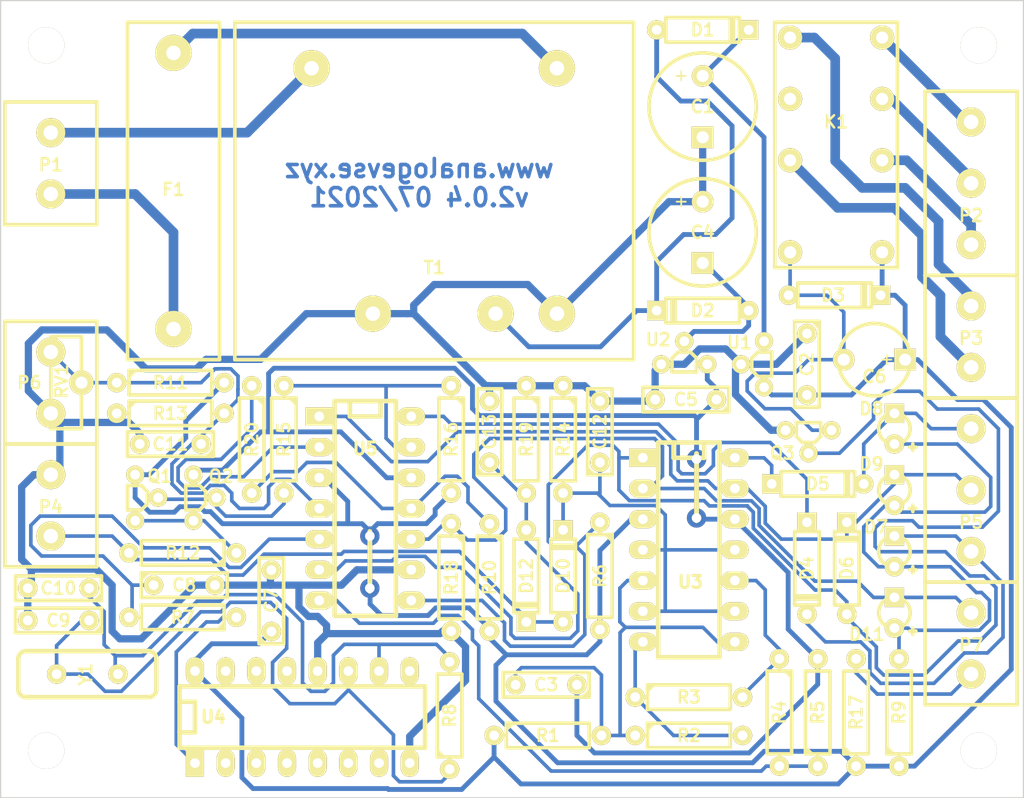
<source format=kicad_pcb>
(kicad_pcb (version 20171130) (host pcbnew "(5.1.6-0-10_14)")

  (general
    (thickness 1.6)
    (drawings 8)
    (tracks 710)
    (zones 0)
    (modules 69)
    (nets 53)
  )

  (page A4)
  (title_block
    (title AnalogEVSE)
    (date 2019-12-21)
    (rev 2.0.3)
    (comment 1 "Analog J1772 charge controller")
  )

  (layers
    (0 F.Cu signal)
    (31 B.Cu signal)
    (32 B.Adhes user hide)
    (33 F.Adhes user hide)
    (34 B.Paste user hide)
    (35 F.Paste user hide)
    (36 B.SilkS user hide)
    (37 F.SilkS user)
    (38 B.Mask user hide)
    (39 F.Mask user hide)
    (40 Dwgs.User user hide)
    (41 Cmts.User user hide)
    (42 Eco1.User user hide)
    (43 Eco2.User user hide)
    (44 Edge.Cuts user)
    (45 Margin user hide)
    (46 B.CrtYd user hide)
    (47 F.CrtYd user hide)
  )

  (setup
    (last_trace_width 0.3)
    (trace_clearance 0.1)
    (zone_clearance 0)
    (zone_45_only yes)
    (trace_min 0.3)
    (via_size 1.4)
    (via_drill 0.6)
    (via_min_size 0.889)
    (via_min_drill 0.508)
    (uvia_size 0.508)
    (uvia_drill 0.127)
    (uvias_allowed no)
    (uvia_min_size 0.508)
    (uvia_min_drill 0.127)
    (edge_width 0.1)
    (segment_width 0.2)
    (pcb_text_width 0.3)
    (pcb_text_size 1.5 1.5)
    (mod_edge_width 0.15)
    (mod_text_size 1 1)
    (mod_text_width 0.15)
    (pad_size 2 2)
    (pad_drill 0.8)
    (pad_to_mask_clearance 0)
    (solder_mask_min_width 0.25)
    (aux_axis_origin 0 0)
    (visible_elements FFFCFFED)
    (pcbplotparams
      (layerselection 0x01060_fffffffe)
      (usegerberextensions true)
      (usegerberattributes false)
      (usegerberadvancedattributes false)
      (creategerberjobfile false)
      (excludeedgelayer true)
      (linewidth 0.150000)
      (plotframeref false)
      (viasonmask true)
      (mode 1)
      (useauxorigin false)
      (hpglpennumber 1)
      (hpglpenspeed 20)
      (hpglpendiameter 15.000000)
      (psnegative false)
      (psa4output false)
      (plotreference true)
      (plotvalue false)
      (plotinvisibletext false)
      (padsonsilk false)
      (subtractmaskfromsilk false)
      (outputformat 1)
      (mirror false)
      (drillshape 0)
      (scaleselection 1)
      (outputdirectory "gerber"))
  )

  (net 0 "")
  (net 1 +12V)
  (net 2 -12V)
  (net 3 GND)
  (net 4 Vcharge)
  (net 5 Vconn)
  (net 6 Vmin)
  (net 7 Vneg)
  (net 8 "Net-(C1-Pad1)")
  (net 9 "Net-(C4-Pad2)")
  (net 10 "Net-(C8-Pad1)")
  (net 11 "Net-(C9-Pad1)")
  (net 12 "Net-(D1-Pad1)")
  (net 13 "Net-(D6-Pad2)")
  (net 14 "Net-(F1-Pad1)")
  (net 15 "Net-(F1-Pad2)")
  (net 16 "Net-(K1-Pad16)")
  (net 17 "Net-(K1-Pad1)")
  (net 18 "Net-(K1-Pad5)")
  (net 19 "Net-(K1-Pad12)")
  (net 20 "Net-(K1-Pad14)")
  (net 21 "Net-(D11-Pad2)")
  (net 22 "Net-(C6-Pad2)")
  (net 23 "Net-(C10-Pad1)")
  (net 24 "Net-(C11-Pad1)")
  (net 25 "Net-(C12-Pad1)")
  (net 26 "Net-(C13-Pad1)")
  (net 27 "Net-(D5-Pad2)")
  (net 28 "Net-(D5-Pad1)")
  (net 29 "Net-(D6-Pad1)")
  (net 30 "Net-(P1-Pad2)")
  (net 31 "Net-(P7-Pad1)")
  (net 32 "Net-(D10-Pad1)")
  (net 33 "Net-(D4-Pad1)")
  (net 34 "Net-(D11-Pad1)")
  (net 35 "Net-(Q1-Pad2)")
  (net 36 "Net-(Q1-Pad1)")
  (net 37 "Net-(R7-Pad1)")
  (net 38 "Net-(R10-Pad1)")
  (net 39 "Net-(R15-Pad1)")
  (net 40 "Net-(D4-Pad2)")
  (net 41 "Net-(K1-Pad3)")
  (net 42 "Net-(U4-Pad15)")
  (net 43 "Net-(U4-Pad14)")
  (net 44 "Net-(U4-Pad2)")
  (net 45 "Net-(U4-Pad3)")
  (net 46 "Net-(U4-Pad4)")
  (net 47 "Net-(U4-Pad5)")
  (net 48 "Net-(U4-Pad6)")
  (net 49 "Net-(U4-Pad7)")
  (net 50 "Net-(U4-Pad9)")
  (net 51 "Net-(U4-Pad13)")
  (net 52 "Net-(R20-Pad1)")

  (net_class Default "This is the default net class."
    (clearance 0.1)
    (trace_width 0.3)
    (via_dia 1.4)
    (via_drill 0.6)
    (uvia_dia 0.508)
    (uvia_drill 0.127)
    (diff_pair_width 0.3)
    (diff_pair_gap 0.25)
    (add_net "Net-(C10-Pad1)")
    (add_net "Net-(C11-Pad1)")
    (add_net "Net-(C12-Pad1)")
    (add_net "Net-(C13-Pad1)")
    (add_net "Net-(C6-Pad2)")
    (add_net "Net-(C8-Pad1)")
    (add_net "Net-(C9-Pad1)")
    (add_net "Net-(D10-Pad1)")
    (add_net "Net-(D11-Pad1)")
    (add_net "Net-(D11-Pad2)")
    (add_net "Net-(D4-Pad1)")
    (add_net "Net-(D4-Pad2)")
    (add_net "Net-(D5-Pad1)")
    (add_net "Net-(D5-Pad2)")
    (add_net "Net-(D6-Pad1)")
    (add_net "Net-(D6-Pad2)")
    (add_net "Net-(K1-Pad3)")
    (add_net "Net-(P7-Pad1)")
    (add_net "Net-(Q1-Pad1)")
    (add_net "Net-(Q1-Pad2)")
    (add_net "Net-(R10-Pad1)")
    (add_net "Net-(R15-Pad1)")
    (add_net "Net-(R20-Pad1)")
    (add_net "Net-(R7-Pad1)")
    (add_net "Net-(U4-Pad13)")
    (add_net "Net-(U4-Pad14)")
    (add_net "Net-(U4-Pad15)")
    (add_net "Net-(U4-Pad2)")
    (add_net "Net-(U4-Pad3)")
    (add_net "Net-(U4-Pad4)")
    (add_net "Net-(U4-Pad5)")
    (add_net "Net-(U4-Pad6)")
    (add_net "Net-(U4-Pad7)")
    (add_net "Net-(U4-Pad9)")
    (add_net Vcharge)
    (add_net Vconn)
    (add_net Vmin)
    (add_net Vneg)
  )

  (net_class Gnd ""
    (clearance 0.2)
    (trace_width 0.6)
    (via_dia 1.4)
    (via_drill 0.6)
    (uvia_dia 0.508)
    (uvia_drill 0.127)
    (diff_pair_width 0.3)
    (diff_pair_gap 0.25)
    (add_net GND)
  )

  (net_class Mains ""
    (clearance 0.5)
    (trace_width 0.8)
    (via_dia 1.4)
    (via_drill 0.6)
    (uvia_dia 0.508)
    (uvia_drill 0.127)
    (diff_pair_width 0.3)
    (diff_pair_gap 0.25)
    (add_net "Net-(F1-Pad1)")
    (add_net "Net-(F1-Pad2)")
    (add_net "Net-(K1-Pad1)")
    (add_net "Net-(K1-Pad12)")
    (add_net "Net-(K1-Pad14)")
    (add_net "Net-(K1-Pad16)")
    (add_net "Net-(K1-Pad5)")
    (add_net "Net-(P1-Pad2)")
  )

  (net_class Power ""
    (clearance 0.2)
    (trace_width 0.4)
    (via_dia 1.6)
    (via_drill 0.8)
    (uvia_dia 0.508)
    (uvia_drill 0.127)
    (diff_pair_width 0.3)
    (diff_pair_gap 0.25)
    (add_net +12V)
    (add_net -12V)
    (add_net "Net-(C1-Pad1)")
    (add_net "Net-(C4-Pad2)")
    (add_net "Net-(D1-Pad1)")
  )

  (module mylib:C5 (layer F.Cu) (tedit 5B0B1A04) (tstamp 5AF6F71F)
    (at 165.1 37.846 270)
    (descr "Condensateur polarise")
    (tags CP)
    (path /56485720)
    (fp_text reference C1 (at 0 0) (layer F.SilkS)
      (effects (font (size 1.016 1.016) (thickness 0.2032)))
    )
    (fp_text value 330u/35V (at 0 -2.54 270) (layer F.SilkS) hide
      (effects (font (size 1.016 1.016) (thickness 0.2032)))
    )
    (fp_line (start -2.54 1.397) (end -2.54 2.159) (layer F.SilkS) (width 0.15))
    (fp_line (start -2.921 1.778) (end -2.159 1.778) (layer F.SilkS) (width 0.15))
    (fp_circle (center 0 0) (end -4.445 0) (layer F.SilkS) (width 0.3048))
    (pad 2 thru_hole rect (at 2.54 0 270) (size 1.8 1.8) (drill 1) (layers *.Cu *.Mask F.SilkS)
      (net 3 GND))
    (pad 1 thru_hole circle (at -2.54 0 270) (size 1.8 1.8) (drill 1) (layers *.Cu *.Mask F.SilkS)
      (net 8 "Net-(C1-Pad1)"))
    (model discret/c_vert_c2v10.wrl
      (at (xyz 0 0 0))
      (scale (xyz 1 1 1))
      (rotate (xyz 0 0 0))
    )
  )

  (module mylib:C2 (layer F.Cu) (tedit 56AD0D10) (tstamp 5AF6F72A)
    (at 173.736 59.182 270)
    (descr "Condensateur = 2 pas")
    (tags C)
    (path /5648597D)
    (fp_text reference C2 (at 0 0 270) (layer F.SilkS)
      (effects (font (size 1.016 1.016) (thickness 0.2032)))
    )
    (fp_text value 100n (at 0 0 270) (layer F.SilkS) hide
      (effects (font (size 1.016 1.016) (thickness 0.2032)))
    )
    (fp_line (start -3.556 -1.016) (end 3.556 -1.016) (layer F.SilkS) (width 0.3048))
    (fp_line (start 3.556 -1.016) (end 3.556 1.016) (layer F.SilkS) (width 0.3048))
    (fp_line (start 3.556 1.016) (end -3.556 1.016) (layer F.SilkS) (width 0.3048))
    (fp_line (start -3.556 1.016) (end -3.556 -1.016) (layer F.SilkS) (width 0.3048))
    (fp_line (start -3.556 -0.508) (end -3.048 -1.016) (layer F.SilkS) (width 0.3048))
    (pad 1 thru_hole circle (at -2.54 0 270) (size 1.6 1.6) (drill 0.8) (layers *.Cu *.Mask F.SilkS)
      (net 3 GND))
    (pad 2 thru_hole circle (at 2.54 0 270) (size 1.6 1.6) (drill 0.8) (layers *.Cu *.Mask F.SilkS)
      (net 1 +12V))
    (model discret/capa_2pas_5x5mm.wrl
      (at (xyz 0 0 0))
      (scale (xyz 1 1 1))
      (rotate (xyz 0 0 0))
    )
  )

  (module mylib:C2 (layer F.Cu) (tedit 56AD0D10) (tstamp 5AF6F735)
    (at 152.146 85.725 180)
    (descr "Condensateur = 2 pas")
    (tags C)
    (path /5753CE59)
    (fp_text reference C3 (at 0 0 180) (layer F.SilkS)
      (effects (font (size 1.016 1.016) (thickness 0.2032)))
    )
    (fp_text value 1u (at 0 0 180) (layer F.SilkS) hide
      (effects (font (size 1.016 1.016) (thickness 0.2032)))
    )
    (fp_line (start -3.556 -1.016) (end 3.556 -1.016) (layer F.SilkS) (width 0.3048))
    (fp_line (start 3.556 -1.016) (end 3.556 1.016) (layer F.SilkS) (width 0.3048))
    (fp_line (start 3.556 1.016) (end -3.556 1.016) (layer F.SilkS) (width 0.3048))
    (fp_line (start -3.556 1.016) (end -3.556 -1.016) (layer F.SilkS) (width 0.3048))
    (fp_line (start -3.556 -0.508) (end -3.048 -1.016) (layer F.SilkS) (width 0.3048))
    (pad 1 thru_hole circle (at -2.54 0 180) (size 1.6 1.6) (drill 0.8) (layers *.Cu *.Mask F.SilkS)
      (net 2 -12V))
    (pad 2 thru_hole circle (at 2.54 0 180) (size 1.6 1.6) (drill 0.8) (layers *.Cu *.Mask F.SilkS)
      (net 5 Vconn))
    (model discret/capa_2pas_5x5mm.wrl
      (at (xyz 0 0 0))
      (scale (xyz 1 1 1))
      (rotate (xyz 0 0 0))
    )
  )

  (module mylib:C5 (layer F.Cu) (tedit 5B0B1A0F) (tstamp 5AF6F73E)
    (at 165.1 48.26 270)
    (descr "Condensateur polarise")
    (tags CP)
    (path /5648572D)
    (fp_text reference C4 (at 0 0) (layer F.SilkS)
      (effects (font (size 1.016 1.016) (thickness 0.2032)))
    )
    (fp_text value 330u/35V (at 0 -2.54 270) (layer F.SilkS) hide
      (effects (font (size 1.016 1.016) (thickness 0.2032)))
    )
    (fp_line (start -2.54 1.397) (end -2.54 2.159) (layer F.SilkS) (width 0.15))
    (fp_line (start -2.921 1.778) (end -2.159 1.778) (layer F.SilkS) (width 0.15))
    (fp_circle (center 0 0) (end -4.445 0) (layer F.SilkS) (width 0.3048))
    (pad 2 thru_hole rect (at 2.54 0 270) (size 1.8 1.8) (drill 1) (layers *.Cu *.Mask F.SilkS)
      (net 9 "Net-(C4-Pad2)"))
    (pad 1 thru_hole circle (at -2.54 0 270) (size 1.8 1.8) (drill 1) (layers *.Cu *.Mask F.SilkS)
      (net 3 GND))
    (model discret/c_vert_c2v10.wrl
      (at (xyz 0 0 0))
      (scale (xyz 1 1 1))
      (rotate (xyz 0 0 0))
    )
  )

  (module mylib:C2 (layer F.Cu) (tedit 56AD0D10) (tstamp 5AF6F749)
    (at 163.703 62.103 180)
    (descr "Condensateur = 2 pas")
    (tags C)
    (path /56485983)
    (fp_text reference C5 (at 0 0 180) (layer F.SilkS)
      (effects (font (size 1.016 1.016) (thickness 0.2032)))
    )
    (fp_text value 100n (at 0 0 180) (layer F.SilkS) hide
      (effects (font (size 1.016 1.016) (thickness 0.2032)))
    )
    (fp_line (start -3.556 -1.016) (end 3.556 -1.016) (layer F.SilkS) (width 0.3048))
    (fp_line (start 3.556 -1.016) (end 3.556 1.016) (layer F.SilkS) (width 0.3048))
    (fp_line (start 3.556 1.016) (end -3.556 1.016) (layer F.SilkS) (width 0.3048))
    (fp_line (start -3.556 1.016) (end -3.556 -1.016) (layer F.SilkS) (width 0.3048))
    (fp_line (start -3.556 -0.508) (end -3.048 -1.016) (layer F.SilkS) (width 0.3048))
    (pad 1 thru_hole circle (at -2.54 0 180) (size 1.6 1.6) (drill 0.8) (layers *.Cu *.Mask F.SilkS)
      (net 2 -12V))
    (pad 2 thru_hole circle (at 2.54 0 180) (size 1.6 1.6) (drill 0.8) (layers *.Cu *.Mask F.SilkS)
      (net 3 GND))
    (model discret/capa_2pas_5x5mm.wrl
      (at (xyz 0 0 0))
      (scale (xyz 1 1 1))
      (rotate (xyz 0 0 0))
    )
  )

  (module mylib:C2 (layer F.Cu) (tedit 56AD0D10) (tstamp 5AF6F75D)
    (at 129.3876 78.7654 90)
    (descr "Condensateur = 2 pas")
    (tags C)
    (path /5AE623CC)
    (fp_text reference C7 (at 0 0 90) (layer F.SilkS)
      (effects (font (size 1.016 1.016) (thickness 0.2032)))
    )
    (fp_text value 220n (at 0 0 90) (layer F.SilkS) hide
      (effects (font (size 1.016 1.016) (thickness 0.2032)))
    )
    (fp_line (start -3.556 -1.016) (end 3.556 -1.016) (layer F.SilkS) (width 0.3048))
    (fp_line (start 3.556 -1.016) (end 3.556 1.016) (layer F.SilkS) (width 0.3048))
    (fp_line (start 3.556 1.016) (end -3.556 1.016) (layer F.SilkS) (width 0.3048))
    (fp_line (start -3.556 1.016) (end -3.556 -1.016) (layer F.SilkS) (width 0.3048))
    (fp_line (start -3.556 -0.508) (end -3.048 -1.016) (layer F.SilkS) (width 0.3048))
    (pad 1 thru_hole circle (at -2.54 0 90) (size 1.6 1.6) (drill 0.8) (layers *.Cu *.Mask F.SilkS)
      (net 1 +12V))
    (pad 2 thru_hole circle (at 2.54 0 90) (size 1.6 1.6) (drill 0.8) (layers *.Cu *.Mask F.SilkS)
      (net 3 GND))
    (model discret/capa_2pas_5x5mm.wrl
      (at (xyz 0 0 0))
      (scale (xyz 1 1 1))
      (rotate (xyz 0 0 0))
    )
  )

  (module mylib:C2 (layer F.Cu) (tedit 56AD0D10) (tstamp 5AF6F768)
    (at 122.174 77.47)
    (descr "Condensateur = 2 pas")
    (tags C)
    (path /564854BE)
    (fp_text reference C8 (at 0 0) (layer F.SilkS)
      (effects (font (size 1.016 1.016) (thickness 0.2032)))
    )
    (fp_text value 100n (at 0 0) (layer F.SilkS) hide
      (effects (font (size 1.016 1.016) (thickness 0.2032)))
    )
    (fp_line (start -3.556 -1.016) (end 3.556 -1.016) (layer F.SilkS) (width 0.3048))
    (fp_line (start 3.556 -1.016) (end 3.556 1.016) (layer F.SilkS) (width 0.3048))
    (fp_line (start 3.556 1.016) (end -3.556 1.016) (layer F.SilkS) (width 0.3048))
    (fp_line (start -3.556 1.016) (end -3.556 -1.016) (layer F.SilkS) (width 0.3048))
    (fp_line (start -3.556 -0.508) (end -3.048 -1.016) (layer F.SilkS) (width 0.3048))
    (pad 1 thru_hole circle (at -2.54 0) (size 1.6 1.6) (drill 0.8) (layers *.Cu *.Mask F.SilkS)
      (net 10 "Net-(C8-Pad1)"))
    (pad 2 thru_hole circle (at 2.54 0) (size 1.6 1.6) (drill 0.8) (layers *.Cu *.Mask F.SilkS)
      (net 3 GND))
    (model discret/capa_2pas_5x5mm.wrl
      (at (xyz 0 0 0))
      (scale (xyz 1 1 1))
      (rotate (xyz 0 0 0))
    )
  )

  (module mylib:C2 (layer F.Cu) (tedit 56AD0D10) (tstamp 5AF6F773)
    (at 111.76 80.391 180)
    (descr "Condensateur = 2 pas")
    (tags C)
    (path /5AE51041)
    (fp_text reference C9 (at 0 0 180) (layer F.SilkS)
      (effects (font (size 1.016 1.016) (thickness 0.2032)))
    )
    (fp_text value 22p (at 0 0 180) (layer F.SilkS) hide
      (effects (font (size 1.016 1.016) (thickness 0.2032)))
    )
    (fp_line (start -3.556 -1.016) (end 3.556 -1.016) (layer F.SilkS) (width 0.3048))
    (fp_line (start 3.556 -1.016) (end 3.556 1.016) (layer F.SilkS) (width 0.3048))
    (fp_line (start 3.556 1.016) (end -3.556 1.016) (layer F.SilkS) (width 0.3048))
    (fp_line (start -3.556 1.016) (end -3.556 -1.016) (layer F.SilkS) (width 0.3048))
    (fp_line (start -3.556 -0.508) (end -3.048 -1.016) (layer F.SilkS) (width 0.3048))
    (pad 1 thru_hole circle (at -2.54 0 180) (size 1.6 1.6) (drill 0.8) (layers *.Cu *.Mask F.SilkS)
      (net 11 "Net-(C9-Pad1)"))
    (pad 2 thru_hole circle (at 2.54 0 180) (size 1.6 1.6) (drill 0.8) (layers *.Cu *.Mask F.SilkS)
      (net 3 GND))
    (model discret/capa_2pas_5x5mm.wrl
      (at (xyz 0 0 0))
      (scale (xyz 1 1 1))
      (rotate (xyz 0 0 0))
    )
  )

  (module mylib:C2 (layer F.Cu) (tedit 56AD0D10) (tstamp 5AF6F77E)
    (at 111.76 77.724 180)
    (descr "Condensateur = 2 pas")
    (tags C)
    (path /56485246)
    (fp_text reference C10 (at 0 0 180) (layer F.SilkS)
      (effects (font (size 1.016 1.016) (thickness 0.2032)))
    )
    (fp_text value 22p (at 0 0 180) (layer F.SilkS) hide
      (effects (font (size 1.016 1.016) (thickness 0.2032)))
    )
    (fp_line (start -3.556 -1.016) (end 3.556 -1.016) (layer F.SilkS) (width 0.3048))
    (fp_line (start 3.556 -1.016) (end 3.556 1.016) (layer F.SilkS) (width 0.3048))
    (fp_line (start 3.556 1.016) (end -3.556 1.016) (layer F.SilkS) (width 0.3048))
    (fp_line (start -3.556 1.016) (end -3.556 -1.016) (layer F.SilkS) (width 0.3048))
    (fp_line (start -3.556 -0.508) (end -3.048 -1.016) (layer F.SilkS) (width 0.3048))
    (pad 1 thru_hole circle (at -2.54 0 180) (size 1.6 1.6) (drill 0.8) (layers *.Cu *.Mask F.SilkS)
      (net 23 "Net-(C10-Pad1)"))
    (pad 2 thru_hole circle (at 2.54 0 180) (size 1.6 1.6) (drill 0.8) (layers *.Cu *.Mask F.SilkS)
      (net 3 GND))
    (model discret/capa_2pas_5x5mm.wrl
      (at (xyz 0 0 0))
      (scale (xyz 1 1 1))
      (rotate (xyz 0 0 0))
    )
  )

  (module mylib:C2 (layer F.Cu) (tedit 56AD0D10) (tstamp 5AF6F789)
    (at 121.031 65.786 180)
    (descr "Condensateur = 2 pas")
    (tags C)
    (path /5AE52347)
    (fp_text reference C11 (at 0 0 180) (layer F.SilkS)
      (effects (font (size 1.016 1.016) (thickness 0.2032)))
    )
    (fp_text value 100n (at 0 0 180) (layer F.SilkS) hide
      (effects (font (size 1.016 1.016) (thickness 0.2032)))
    )
    (fp_line (start -3.556 -1.016) (end 3.556 -1.016) (layer F.SilkS) (width 0.3048))
    (fp_line (start 3.556 -1.016) (end 3.556 1.016) (layer F.SilkS) (width 0.3048))
    (fp_line (start 3.556 1.016) (end -3.556 1.016) (layer F.SilkS) (width 0.3048))
    (fp_line (start -3.556 1.016) (end -3.556 -1.016) (layer F.SilkS) (width 0.3048))
    (fp_line (start -3.556 -0.508) (end -3.048 -1.016) (layer F.SilkS) (width 0.3048))
    (pad 1 thru_hole circle (at -2.54 0 180) (size 1.6 1.6) (drill 0.8) (layers *.Cu *.Mask F.SilkS)
      (net 24 "Net-(C11-Pad1)"))
    (pad 2 thru_hole circle (at 2.54 0 180) (size 1.6 1.6) (drill 0.8) (layers *.Cu *.Mask F.SilkS)
      (net 3 GND))
    (model discret/capa_2pas_5x5mm.wrl
      (at (xyz 0 0 0))
      (scale (xyz 1 1 1))
      (rotate (xyz 0 0 0))
    )
  )

  (module mylib:C2 (layer F.Cu) (tedit 56AD0D10) (tstamp 5AF6F794)
    (at 156.591 64.77 90)
    (descr "Condensateur = 2 pas")
    (tags C)
    (path /56486234)
    (fp_text reference C12 (at 0 0 90) (layer F.SilkS)
      (effects (font (size 1.016 1.016) (thickness 0.2032)))
    )
    (fp_text value 100n (at 0 0 90) (layer F.SilkS) hide
      (effects (font (size 1.016 1.016) (thickness 0.2032)))
    )
    (fp_line (start -3.556 -1.016) (end 3.556 -1.016) (layer F.SilkS) (width 0.3048))
    (fp_line (start 3.556 -1.016) (end 3.556 1.016) (layer F.SilkS) (width 0.3048))
    (fp_line (start 3.556 1.016) (end -3.556 1.016) (layer F.SilkS) (width 0.3048))
    (fp_line (start -3.556 1.016) (end -3.556 -1.016) (layer F.SilkS) (width 0.3048))
    (fp_line (start -3.556 -0.508) (end -3.048 -1.016) (layer F.SilkS) (width 0.3048))
    (pad 1 thru_hole circle (at -2.54 0 90) (size 1.6 1.6) (drill 0.8) (layers *.Cu *.Mask F.SilkS)
      (net 25 "Net-(C12-Pad1)"))
    (pad 2 thru_hole circle (at 2.54 0 90) (size 1.6 1.6) (drill 0.8) (layers *.Cu *.Mask F.SilkS)
      (net 3 GND))
    (model discret/capa_2pas_5x5mm.wrl
      (at (xyz 0 0 0))
      (scale (xyz 1 1 1))
      (rotate (xyz 0 0 0))
    )
  )

  (module mylib:C2 (layer F.Cu) (tedit 56AD0D10) (tstamp 5AF6F79F)
    (at 147.447 64.77 90)
    (descr "Condensateur = 2 pas")
    (tags C)
    (path /56485F71)
    (fp_text reference C13 (at 0 0 90) (layer F.SilkS)
      (effects (font (size 1.016 1.016) (thickness 0.2032)))
    )
    (fp_text value 100n (at 0 0 90) (layer F.SilkS) hide
      (effects (font (size 1.016 1.016) (thickness 0.2032)))
    )
    (fp_line (start -3.556 -1.016) (end 3.556 -1.016) (layer F.SilkS) (width 0.3048))
    (fp_line (start 3.556 -1.016) (end 3.556 1.016) (layer F.SilkS) (width 0.3048))
    (fp_line (start 3.556 1.016) (end -3.556 1.016) (layer F.SilkS) (width 0.3048))
    (fp_line (start -3.556 1.016) (end -3.556 -1.016) (layer F.SilkS) (width 0.3048))
    (fp_line (start -3.556 -0.508) (end -3.048 -1.016) (layer F.SilkS) (width 0.3048))
    (pad 1 thru_hole circle (at -2.54 0 90) (size 1.6 1.6) (drill 0.8) (layers *.Cu *.Mask F.SilkS)
      (net 26 "Net-(C13-Pad1)"))
    (pad 2 thru_hole circle (at 2.54 0 90) (size 1.6 1.6) (drill 0.8) (layers *.Cu *.Mask F.SilkS)
      (net 3 GND))
    (model discret/capa_2pas_5x5mm.wrl
      (at (xyz 0 0 0))
      (scale (xyz 1 1 1))
      (rotate (xyz 0 0 0))
    )
  )

  (module mylib:D3 (layer F.Cu) (tedit 56AD0D3B) (tstamp 5AF6F7AF)
    (at 165.1 31.496)
    (descr "Diode 3 pas")
    (tags "DIODE DEV")
    (path /5AE621D0)
    (fp_text reference D1 (at 0 0) (layer F.SilkS)
      (effects (font (size 1.016 1.016) (thickness 0.2032)))
    )
    (fp_text value 1N4148 (at 0 0) (layer F.SilkS) hide
      (effects (font (size 1.016 1.016) (thickness 0.2032)))
    )
    (fp_line (start 3.81 0) (end 3.048 0) (layer F.SilkS) (width 0.3048))
    (fp_line (start 3.048 0) (end 3.048 -1.016) (layer F.SilkS) (width 0.3048))
    (fp_line (start 3.048 -1.016) (end -3.048 -1.016) (layer F.SilkS) (width 0.3048))
    (fp_line (start -3.048 -1.016) (end -3.048 0) (layer F.SilkS) (width 0.3048))
    (fp_line (start -3.048 0) (end -3.81 0) (layer F.SilkS) (width 0.3048))
    (fp_line (start -3.048 0) (end -3.048 1.016) (layer F.SilkS) (width 0.3048))
    (fp_line (start -3.048 1.016) (end 3.048 1.016) (layer F.SilkS) (width 0.3048))
    (fp_line (start 3.048 1.016) (end 3.048 0) (layer F.SilkS) (width 0.3048))
    (fp_line (start 2.54 -1.016) (end 2.54 1.016) (layer F.SilkS) (width 0.3048))
    (fp_line (start 2.286 1.016) (end 2.286 -1.016) (layer F.SilkS) (width 0.3048))
    (pad 2 thru_hole rect (at 3.81 0) (size 1.6 1.6) (drill 0.8) (layers *.Cu *.Mask F.SilkS)
      (net 8 "Net-(C1-Pad1)"))
    (pad 1 thru_hole circle (at -3.81 0) (size 1.6 1.6) (drill 0.8) (layers *.Cu *.Mask F.SilkS)
      (net 12 "Net-(D1-Pad1)"))
    (model discret/diode.wrl
      (at (xyz 0 0 0))
      (scale (xyz 0.3 0.3 0.3))
      (rotate (xyz 0 0 0))
    )
  )

  (module mylib:D3 (layer F.Cu) (tedit 56AD0D3B) (tstamp 5AF6F7C8)
    (at 176.022 53.467)
    (descr "Diode 3 pas")
    (tags "DIODE DEV")
    (path /564851D5)
    (fp_text reference D3 (at -0.127 0 180) (layer F.SilkS)
      (effects (font (size 1.016 1.016) (thickness 0.2032)))
    )
    (fp_text value 1N4148 (at 0 0 180) (layer F.SilkS) hide
      (effects (font (size 1.016 1.016) (thickness 0.2032)))
    )
    (fp_line (start 3.81 0) (end 3.048 0) (layer F.SilkS) (width 0.3048))
    (fp_line (start 3.048 0) (end 3.048 -1.016) (layer F.SilkS) (width 0.3048))
    (fp_line (start 3.048 -1.016) (end -3.048 -1.016) (layer F.SilkS) (width 0.3048))
    (fp_line (start -3.048 -1.016) (end -3.048 0) (layer F.SilkS) (width 0.3048))
    (fp_line (start -3.048 0) (end -3.81 0) (layer F.SilkS) (width 0.3048))
    (fp_line (start -3.048 0) (end -3.048 1.016) (layer F.SilkS) (width 0.3048))
    (fp_line (start -3.048 1.016) (end 3.048 1.016) (layer F.SilkS) (width 0.3048))
    (fp_line (start 3.048 1.016) (end 3.048 0) (layer F.SilkS) (width 0.3048))
    (fp_line (start 2.54 -1.016) (end 2.54 1.016) (layer F.SilkS) (width 0.3048))
    (fp_line (start 2.286 1.016) (end 2.286 -1.016) (layer F.SilkS) (width 0.3048))
    (pad 2 thru_hole rect (at 3.81 0) (size 1.6 1.6) (drill 0.8) (layers *.Cu *.Mask F.SilkS)
      (net 1 +12V))
    (pad 1 thru_hole circle (at -3.81 0) (size 1.6 1.6) (drill 0.8) (layers *.Cu *.Mask F.SilkS)
      (net 22 "Net-(C6-Pad2)"))
    (model discret/diode.wrl
      (at (xyz 0 0 0))
      (scale (xyz 0.3 0.3 0.3))
      (rotate (xyz 0 0 0))
    )
  )

  (module mylib:D3 (layer F.Cu) (tedit 56AD0D3B) (tstamp 5AF6F7F8)
    (at 177.038 76.073 90)
    (descr "Diode 3 pas")
    (tags "DIODE DEV")
    (path /56486A52)
    (fp_text reference D6 (at 0 0 90) (layer F.SilkS)
      (effects (font (size 1.016 1.016) (thickness 0.2032)))
    )
    (fp_text value 1N4148 (at 0 0 90) (layer F.SilkS) hide
      (effects (font (size 1.016 1.016) (thickness 0.2032)))
    )
    (fp_line (start 3.81 0) (end 3.048 0) (layer F.SilkS) (width 0.3048))
    (fp_line (start 3.048 0) (end 3.048 -1.016) (layer F.SilkS) (width 0.3048))
    (fp_line (start 3.048 -1.016) (end -3.048 -1.016) (layer F.SilkS) (width 0.3048))
    (fp_line (start -3.048 -1.016) (end -3.048 0) (layer F.SilkS) (width 0.3048))
    (fp_line (start -3.048 0) (end -3.81 0) (layer F.SilkS) (width 0.3048))
    (fp_line (start -3.048 0) (end -3.048 1.016) (layer F.SilkS) (width 0.3048))
    (fp_line (start -3.048 1.016) (end 3.048 1.016) (layer F.SilkS) (width 0.3048))
    (fp_line (start 3.048 1.016) (end 3.048 0) (layer F.SilkS) (width 0.3048))
    (fp_line (start 2.54 -1.016) (end 2.54 1.016) (layer F.SilkS) (width 0.3048))
    (fp_line (start 2.286 1.016) (end 2.286 -1.016) (layer F.SilkS) (width 0.3048))
    (pad 2 thru_hole rect (at 3.81 0 90) (size 1.6 1.6) (drill 0.8) (layers *.Cu *.Mask F.SilkS)
      (net 13 "Net-(D6-Pad2)"))
    (pad 1 thru_hole circle (at -3.81 0 90) (size 1.6 1.6) (drill 0.8) (layers *.Cu *.Mask F.SilkS)
      (net 29 "Net-(D6-Pad1)"))
    (model discret/diode.wrl
      (at (xyz 0 0 0))
      (scale (xyz 0.3 0.3 0.3))
      (rotate (xyz 0 0 0))
    )
  )

  (module mylib:Fuse-RM9 placed (layer F.Cu) (tedit 5B0B19EE) (tstamp 5AF6F856)
    (at 121.285 44.831 90)
    (path /5648557D)
    (fp_text reference F1 (at 0.127 0 180) (layer F.SilkS)
      (effects (font (size 1.016 1.016) (thickness 0.2032)))
    )
    (fp_text value 100mA (at 0 0 90) (layer F.SilkS) hide
      (effects (font (size 1.016 1.016) (thickness 0.2032)))
    )
    (fp_line (start -13.97 3.81) (end 13.97 3.81) (layer F.SilkS) (width 0.3048))
    (fp_line (start -13.97 -3.81) (end 13.97 -3.81) (layer F.SilkS) (width 0.3048))
    (fp_line (start 13.97 -3.81) (end 13.97 3.81) (layer F.SilkS) (width 0.3048))
    (fp_line (start -13.97 3.81) (end -13.97 -3.81) (layer F.SilkS) (width 0.3048))
    (pad 1 thru_hole circle (at -11.43 0 90) (size 3 3) (drill 1.2) (layers *.Cu *.Mask F.SilkS)
      (net 14 "Net-(F1-Pad1)"))
    (pad 2 thru_hole circle (at 11.43 0 90) (size 3 3) (drill 1.2) (layers *.Cu *.Mask F.SilkS)
      (net 15 "Net-(F1-Pad2)"))
  )

  (module mylib:Relay placed (layer F.Cu) (tedit 5B0B1A1B) (tstamp 5AF6F866)
    (at 176.149 32.131 270)
    (path /56485F21)
    (fp_text reference K1 (at 6.985 0) (layer F.SilkS)
      (effects (font (size 1.016 1.016) (thickness 0.2032)))
    )
    (fp_text value Relay (at 13.97 0 270) (layer F.SilkS) hide
      (effects (font (size 1.016 1.016) (thickness 0.2032)))
    )
    (fp_line (start -1.27 -5.08) (end -1.27 5.08) (layer F.SilkS) (width 0.3048))
    (fp_line (start -1.27 5.08) (end 19.05 5.08) (layer F.SilkS) (width 0.3048))
    (fp_line (start 19.05 5.08) (end 19.05 -5.08) (layer F.SilkS) (width 0.3048))
    (fp_line (start 19.05 -5.08) (end -1.27 -5.08) (layer F.SilkS) (width 0.3048))
    (pad 16 thru_hole circle (at 0 -3.81 270) (size 2 2) (drill 1) (layers *.Cu *.Mask F.SilkS)
      (net 16 "Net-(K1-Pad16)"))
    (pad 1 thru_hole circle (at 0 3.81 270) (size 2 2) (drill 1) (layers *.Cu *.Mask F.SilkS)
      (net 17 "Net-(K1-Pad1)"))
    (pad 3 thru_hole circle (at 5.08 3.81 270) (size 2 2) (drill 1) (layers *.Cu *.Mask F.SilkS)
      (net 41 "Net-(K1-Pad3)"))
    (pad 5 thru_hole circle (at 10.16 3.81 270) (size 2 2) (drill 1) (layers *.Cu *.Mask F.SilkS)
      (net 18 "Net-(K1-Pad5)"))
    (pad 8 thru_hole circle (at 17.78 3.81 270) (size 2 2) (drill 1) (layers *.Cu *.Mask F.SilkS)
      (net 22 "Net-(C6-Pad2)"))
    (pad 9 thru_hole circle (at 17.78 -3.81 270) (size 2 2) (drill 1) (layers *.Cu *.Mask F.SilkS)
      (net 1 +12V))
    (pad 12 thru_hole circle (at 10.16 -3.81 270) (size 2 2) (drill 1) (layers *.Cu *.Mask F.SilkS)
      (net 19 "Net-(K1-Pad12)"))
    (pad 14 thru_hole circle (at 5.08 -3.81 270) (size 2 2) (drill 1) (layers *.Cu *.Mask F.SilkS)
      (net 20 "Net-(K1-Pad14)"))
  )

  (module mylib:Term-2pin (layer F.Cu) (tedit 5B0B19E2) (tstamp 5AF6F870)
    (at 111.125 42.545 90)
    (path /5648556B)
    (fp_text reference P1 (at -0.127 0 180) (layer F.SilkS)
      (effects (font (size 1.016 1.016) (thickness 0.2032)))
    )
    (fp_text value 230V (at 0 -5.08 90) (layer F.SilkS) hide
      (effects (font (size 1.016 1.016) (thickness 0.2032)))
    )
    (fp_line (start -5.08 -3.81) (end -5.08 3.81) (layer F.SilkS) (width 0.3048))
    (fp_line (start -5.08 3.81) (end 5.08 3.81) (layer F.SilkS) (width 0.3048))
    (fp_line (start 5.08 3.81) (end 5.08 -3.81) (layer F.SilkS) (width 0.3048))
    (fp_line (start 5.08 -3.81) (end -5.08 -3.81) (layer F.SilkS) (width 0.3048))
    (pad 1 thru_hole circle (at -2.54 0 90) (size 2.4 2.4) (drill 1.2) (layers *.Cu *.Mask F.SilkS)
      (net 14 "Net-(F1-Pad1)"))
    (pad 2 thru_hole circle (at 2.54 0 90) (size 2.4 2.4) (drill 1.2) (layers *.Cu *.Mask F.SilkS)
      (net 30 "Net-(P1-Pad2)"))
  )

  (module mylib:Term-3pin (layer F.Cu) (tedit 5B0B18E3) (tstamp 5AF6F87B)
    (at 187.325 44.196 90)
    (path /5755526C)
    (fp_text reference P2 (at -2.667 0 180) (layer F.SilkS)
      (effects (font (size 1.016 1.016) (thickness 0.2032)))
    )
    (fp_text value "Relay 2" (at 0 -5.08 90) (layer F.SilkS) hide
      (effects (font (size 1.016 1.016) (thickness 0.2032)))
    )
    (fp_line (start -7.62 -3.81) (end -7.62 3.81) (layer F.SilkS) (width 0.3048))
    (fp_line (start -7.62 3.81) (end 7.62 3.81) (layer F.SilkS) (width 0.3048))
    (fp_line (start 7.62 3.81) (end 7.62 -3.81) (layer F.SilkS) (width 0.3048))
    (fp_line (start 7.62 -3.81) (end -7.62 -3.81) (layer F.SilkS) (width 0.3048))
    (pad 1 thru_hole circle (at -5.08 0 90) (size 2.4 2.4) (drill 1.2) (layers *.Cu *.Mask F.SilkS)
      (net 19 "Net-(K1-Pad12)"))
    (pad 2 thru_hole circle (at 0 0 90) (size 2.4 2.4) (drill 1.2) (layers *.Cu *.Mask F.SilkS)
      (net 20 "Net-(K1-Pad14)"))
    (pad 3 thru_hole circle (at 5.08 0 90) (size 2.4 2.4) (drill 1.2) (layers *.Cu *.Mask F.SilkS)
      (net 16 "Net-(K1-Pad16)"))
  )

  (module mylib:Term-2pin (layer F.Cu) (tedit 5B54F305) (tstamp 5AF6F885)
    (at 187.325 56.896 90)
    (path /5741E4AC)
    (fp_text reference P3 (at -0.127 0 180) (layer F.SilkS)
      (effects (font (size 1.016 1.016) (thickness 0.2032)))
    )
    (fp_text value "Relay 1" (at 0.2286 -2.7178 90) (layer F.SilkS) hide
      (effects (font (size 1.016 1.016) (thickness 0.2032)))
    )
    (fp_line (start -5.08 -3.81) (end -5.08 3.81) (layer F.SilkS) (width 0.3048))
    (fp_line (start -5.08 3.81) (end 5.08 3.81) (layer F.SilkS) (width 0.3048))
    (fp_line (start 5.08 3.81) (end 5.08 -3.81) (layer F.SilkS) (width 0.3048))
    (fp_line (start 5.08 -3.81) (end -5.08 -3.81) (layer F.SilkS) (width 0.3048))
    (pad 1 thru_hole circle (at -2.54 0 90) (size 2.4 2.4) (drill 1.2) (layers *.Cu *.Mask F.SilkS)
      (net 18 "Net-(K1-Pad5)"))
    (pad 2 thru_hole circle (at 2.54 0 90) (size 2.4 2.4) (drill 1.2) (layers *.Cu *.Mask F.SilkS)
      (net 17 "Net-(K1-Pad1)"))
  )

  (module mylib:Term-2pin (layer F.Cu) (tedit 5B0B1454) (tstamp 5AF6F88F)
    (at 111.125 70.866 90)
    (path /56486772)
    (fp_text reference P4 (at -0.127 0 180) (layer F.SilkS)
      (effects (font (size 1.016 1.016) (thickness 0.2032)))
    )
    (fp_text value Pilot (at 0 -5.08 90) (layer F.SilkS) hide
      (effects (font (size 1.016 1.016) (thickness 0.2032)))
    )
    (fp_line (start -5.08 -3.81) (end -5.08 3.81) (layer F.SilkS) (width 0.3048))
    (fp_line (start -5.08 3.81) (end 5.08 3.81) (layer F.SilkS) (width 0.3048))
    (fp_line (start 5.08 3.81) (end 5.08 -3.81) (layer F.SilkS) (width 0.3048))
    (fp_line (start 5.08 -3.81) (end -5.08 -3.81) (layer F.SilkS) (width 0.3048))
    (pad 1 thru_hole circle (at -2.54 0 90) (size 2.4 2.4) (drill 1.2) (layers *.Cu *.Mask F.SilkS)
      (net 32 "Net-(D10-Pad1)"))
    (pad 2 thru_hole circle (at 2.54 0 90) (size 2.4 2.4) (drill 1.2) (layers *.Cu *.Mask F.SilkS)
      (net 3 GND))
  )

  (module mylib:Term-3pin (layer F.Cu) (tedit 5B0B18FD) (tstamp 5AF6F89A)
    (at 187.325 69.596 90)
    (path /57272B9C)
    (fp_text reference P5 (at -2.667 0 180) (layer F.SilkS)
      (effects (font (size 1.016 1.016) (thickness 0.2032)))
    )
    (fp_text value "Status LEDs" (at 0 -5.08 90) (layer F.SilkS) hide
      (effects (font (size 1.016 1.016) (thickness 0.2032)))
    )
    (fp_line (start -7.62 -3.81) (end -7.62 3.81) (layer F.SilkS) (width 0.3048))
    (fp_line (start -7.62 3.81) (end 7.62 3.81) (layer F.SilkS) (width 0.3048))
    (fp_line (start 7.62 3.81) (end 7.62 -3.81) (layer F.SilkS) (width 0.3048))
    (fp_line (start 7.62 -3.81) (end -7.62 -3.81) (layer F.SilkS) (width 0.3048))
    (pad 1 thru_hole circle (at -5.08 0 90) (size 2.4 2.4) (drill 1.2) (layers *.Cu *.Mask F.SilkS)
      (net 33 "Net-(D4-Pad1)"))
    (pad 2 thru_hole circle (at 0 0 90) (size 2.4 2.4) (drill 1.2) (layers *.Cu *.Mask F.SilkS)
      (net 13 "Net-(D6-Pad2)"))
    (pad 3 thru_hole circle (at 5.08 0 90) (size 2.4 2.4) (drill 1.2) (layers *.Cu *.Mask F.SilkS)
      (net 28 "Net-(D5-Pad1)"))
  )

  (module mylib:Term-2pin (layer F.Cu) (tedit 5B538AB3) (tstamp 5AF6F8A4)
    (at 111.125 60.706 270)
    (path /5648510F)
    (fp_text reference P6 (at 0 1.778) (layer F.SilkS)
      (effects (font (size 1.016 1.016) (thickness 0.2032)))
    )
    (fp_text value Rext (at 0 -5.08 270) (layer F.SilkS) hide
      (effects (font (size 1.016 1.016) (thickness 0.2032)))
    )
    (fp_line (start -5.08 -3.81) (end -5.08 3.81) (layer F.SilkS) (width 0.3048))
    (fp_line (start -5.08 3.81) (end 5.08 3.81) (layer F.SilkS) (width 0.3048))
    (fp_line (start 5.08 3.81) (end 5.08 -3.81) (layer F.SilkS) (width 0.3048))
    (fp_line (start 5.08 -3.81) (end -5.08 -3.81) (layer F.SilkS) (width 0.3048))
    (pad 1 thru_hole circle (at -2.54 0 270) (size 2.4 2.4) (drill 1.2) (layers *.Cu *.Mask F.SilkS)
      (net 24 "Net-(C11-Pad1)"))
    (pad 2 thru_hole circle (at 2.54 0 270) (size 2.4 2.4) (drill 1.2) (layers *.Cu *.Mask F.SilkS)
      (net 3 GND))
  )

  (module mylib:Term-2pin (layer F.Cu) (tedit 5B0B1905) (tstamp 5AF6F8AE)
    (at 187.325 82.296 90)
    (path /56486B61)
    (fp_text reference P7 (at -0.127 0 180) (layer F.SilkS)
      (effects (font (size 1.016 1.016) (thickness 0.2032)))
    )
    (fp_text value Power (at 0 -5.08 90) (layer F.SilkS) hide
      (effects (font (size 1.016 1.016) (thickness 0.2032)))
    )
    (fp_line (start -5.08 -3.81) (end -5.08 3.81) (layer F.SilkS) (width 0.3048))
    (fp_line (start -5.08 3.81) (end 5.08 3.81) (layer F.SilkS) (width 0.3048))
    (fp_line (start 5.08 3.81) (end 5.08 -3.81) (layer F.SilkS) (width 0.3048))
    (fp_line (start 5.08 -3.81) (end -5.08 -3.81) (layer F.SilkS) (width 0.3048))
    (pad 1 thru_hole circle (at -2.54 0 90) (size 2.4 2.4) (drill 1.2) (layers *.Cu *.Mask F.SilkS)
      (net 31 "Net-(P7-Pad1)"))
    (pad 2 thru_hole circle (at 2.54 0 90) (size 2.4 2.4) (drill 1.2) (layers *.Cu *.Mask F.SilkS)
      (net 21 "Net-(D11-Pad2)"))
  )

  (module mylib:TO92 (layer F.Cu) (tedit 5B14F8ED) (tstamp 61059C18)
    (at 118.745 70.231 90)
    (descr "Transistor TO18")
    (tags TO18)
    (path /5AF89CDE)
    (fp_text reference Q1 (at 1.778 1.397 180) (layer F.SilkS)
      (effects (font (size 1.016 1.016) (thickness 0.2032)))
    )
    (fp_text value BC337 (at -0.0762 0.5334 90) (layer F.SilkS) hide
      (effects (font (size 1.016 1.016) (thickness 0.2032)))
    )
    (fp_line (start -1.016 -1.27) (end -1.016 -0.127) (layer F.SilkS) (width 0.3048))
    (fp_line (start -1.016 -0.127) (end -0.508 0.381) (layer F.SilkS) (width 0.3048))
    (fp_line (start -0.508 0.381) (end 0.508 0.381) (layer F.SilkS) (width 0.3048))
    (fp_line (start 0.508 0.381) (end 1.016 -0.127) (layer F.SilkS) (width 0.3048))
    (fp_line (start 1.016 -0.127) (end 1.016 -1.27) (layer F.SilkS) (width 0.3048))
    (fp_line (start 1.016 -1.27) (end -1.016 -1.27) (layer F.SilkS) (width 0.3048))
    (fp_line (start 1.905 -0.635) (end 1.016 -0.635) (layer F.SilkS) (width 0.3048))
    (fp_line (start -1.905 -0.635) (end -1.016 -0.635) (layer F.SilkS) (width 0.3048))
    (fp_line (start 0 1.27) (end 0 0.381) (layer F.SilkS) (width 0.3048))
    (pad 2 thru_hole circle (at 0 1.27 90) (size 1.5 1.5) (drill 0.8) (layers *.Cu *.Mask F.SilkS)
      (net 35 "Net-(Q1-Pad2)"))
    (pad 3 thru_hole circle (at 1.905 -0.635 90) (size 1.5 1.5) (drill 0.8) (layers *.Cu *.Mask F.SilkS)
      (net 1 +12V))
    (pad 1 thru_hole circle (at -1.905 -0.635 90) (size 1.5 1.5) (drill 0.8) (layers *.Cu *.Mask F.SilkS)
      (net 36 "Net-(Q1-Pad1)"))
    (model discret/to18.wrl
      (at (xyz 0 0 0))
      (scale (xyz 1 1 1))
      (rotate (xyz 0 0 0))
    )
  )

  (module mylib:78L12 (layer F.Cu) (tedit 5B54F2E3) (tstamp 5AF6F9C5)
    (at 169.545 59.182 270)
    (descr "Transistor TO18")
    (tags TO18)
    (path /5648585D)
    (fp_text reference U1 (at -1.778 1.397) (layer F.SilkS)
      (effects (font (size 1.016 1.016) (thickness 0.2032)))
    )
    (fp_text value 78L12 (at -0.0762 -2.1844 270) (layer F.SilkS) hide
      (effects (font (size 1.016 1.016) (thickness 0.2032)))
    )
    (fp_line (start -1.016 -1.27) (end -1.016 -0.127) (layer F.SilkS) (width 0.3048))
    (fp_line (start -1.016 -0.127) (end -0.508 0.381) (layer F.SilkS) (width 0.3048))
    (fp_line (start -0.508 0.381) (end 0.508 0.381) (layer F.SilkS) (width 0.3048))
    (fp_line (start 0.508 0.381) (end 1.016 -0.127) (layer F.SilkS) (width 0.3048))
    (fp_line (start 1.016 -0.127) (end 1.016 -1.27) (layer F.SilkS) (width 0.3048))
    (fp_line (start 1.016 -1.27) (end -1.016 -1.27) (layer F.SilkS) (width 0.3048))
    (fp_line (start 1.905 -0.635) (end 1.016 -0.635) (layer F.SilkS) (width 0.3048))
    (fp_line (start -1.905 -0.635) (end -1.016 -0.635) (layer F.SilkS) (width 0.3048))
    (fp_line (start 0 1.27) (end 0 0.381) (layer F.SilkS) (width 0.3048))
    (pad GND thru_hole circle (at 0 1.27 270) (size 1.5 1.5) (drill 0.8) (layers *.Cu *.Mask F.SilkS)
      (net 3 GND))
    (pad VO thru_hole circle (at 1.905 -0.635 270) (size 1.5 1.5) (drill 0.8) (layers *.Cu *.Mask F.SilkS)
      (net 1 +12V))
    (pad VI thru_hole circle (at -1.905 -0.635 270) (size 1.5 1.5) (drill 0.8) (layers *.Cu *.Mask F.SilkS)
      (net 8 "Net-(C1-Pad1)"))
    (model discret/to18.wrl
      (at (xyz 0 0 0))
      (scale (xyz 1 1 1))
      (rotate (xyz 0 0 0))
    )
  )

  (module mylib:79L12 (layer F.Cu) (tedit 5B54F2D7) (tstamp 5AF6F9D5)
    (at 163.576 58.547 180)
    (descr "Transistor TO18")
    (tags TO18)
    (path /5648584E)
    (fp_text reference U2 (at 2.159 1.397 180) (layer F.SilkS)
      (effects (font (size 1.016 1.016) (thickness 0.2032)))
    )
    (fp_text value 79L12 (at 0.0254 1.6002 180) (layer F.SilkS) hide
      (effects (font (size 1.016 1.016) (thickness 0.2032)))
    )
    (fp_line (start -1.016 -1.27) (end -1.016 -0.127) (layer F.SilkS) (width 0.3048))
    (fp_line (start -1.016 -0.127) (end -0.508 0.381) (layer F.SilkS) (width 0.3048))
    (fp_line (start -0.508 0.381) (end 0.508 0.381) (layer F.SilkS) (width 0.3048))
    (fp_line (start 0.508 0.381) (end 1.016 -0.127) (layer F.SilkS) (width 0.3048))
    (fp_line (start 1.016 -0.127) (end 1.016 -1.27) (layer F.SilkS) (width 0.3048))
    (fp_line (start 1.016 -1.27) (end -1.016 -1.27) (layer F.SilkS) (width 0.3048))
    (fp_line (start 1.905 -0.635) (end 1.016 -0.635) (layer F.SilkS) (width 0.3048))
    (fp_line (start -1.905 -0.635) (end -1.016 -0.635) (layer F.SilkS) (width 0.3048))
    (fp_line (start 0 1.27) (end 0 0.381) (layer F.SilkS) (width 0.3048))
    (pad VI thru_hole circle (at 0 1.27 180) (size 1.5 1.5) (drill 0.8) (layers *.Cu *.Mask F.SilkS)
      (net 9 "Net-(C4-Pad2)"))
    (pad GND thru_hole circle (at 1.905 -0.635 180) (size 1.5 1.5) (drill 0.8) (layers *.Cu *.Mask F.SilkS)
      (net 3 GND))
    (pad VO thru_hole circle (at -1.905 -0.635 180) (size 1.5 1.5) (drill 0.8) (layers *.Cu *.Mask F.SilkS)
      (net 2 -12V))
    (model discret/to18.wrl
      (at (xyz 0 0 0))
      (scale (xyz 1 1 1))
      (rotate (xyz 0 0 0))
    )
  )

  (module mylib:IC-DIP-16 placed (layer F.Cu) (tedit 5B0B19C9) (tstamp 5AF6FA09)
    (at 130.683 88.392)
    (descr "14 pins DIL package, elliptical pads")
    (tags DIL)
    (path /5AE4E82B)
    (fp_text reference U4 (at -6.096 0) (layer F.SilkS)
      (effects (font (size 1 1) (thickness 0.25)))
    )
    (fp_text value CD4060B (at 1.27 1.27) (layer F.SilkS) hide
      (effects (font (size 1.524 1.143) (thickness 0.28575)))
    )
    (fp_line (start 11.43 2.54) (end -8.89 2.54) (layer F.SilkS) (width 0.381))
    (fp_line (start 11.43 -2.54) (end -8.89 -2.54) (layer F.SilkS) (width 0.381))
    (fp_line (start -8.89 2.54) (end -8.89 -2.54) (layer F.SilkS) (width 0.381))
    (fp_line (start -8.89 -1.27) (end -7.62 -1.27) (layer F.SilkS) (width 0.381))
    (fp_line (start -7.62 -1.27) (end -7.62 1.27) (layer F.SilkS) (width 0.381))
    (fp_line (start -7.62 1.27) (end -8.89 1.27) (layer F.SilkS) (width 0.381))
    (fp_line (start 11.43 -2.54) (end 11.43 2.54) (layer F.SilkS) (width 0.381))
    (pad 15 thru_hole oval (at -5.08 -3.81) (size 1.5 2.286) (drill 0.8) (layers *.Cu *.Mask F.SilkS)
      (net 42 "Net-(U4-Pad15)"))
    (pad 14 thru_hole oval (at -2.54 -3.81) (size 1.5 2.286) (drill 0.8) (layers *.Cu *.Mask F.SilkS)
      (net 43 "Net-(U4-Pad14)"))
    (pad 1 thru_hole rect (at -7.62 3.81) (size 1.5 2.286) (drill 0.8) (layers *.Cu *.Mask F.SilkS)
      (net 37 "Net-(R7-Pad1)"))
    (pad 2 thru_hole oval (at -5.08 3.81) (size 1.5 2.286) (drill 0.8) (layers *.Cu *.Mask F.SilkS)
      (net 44 "Net-(U4-Pad2)"))
    (pad 3 thru_hole oval (at -2.54 3.81) (size 1.5 2.286) (drill 0.8) (layers *.Cu *.Mask F.SilkS)
      (net 45 "Net-(U4-Pad3)"))
    (pad 4 thru_hole oval (at 0 3.81) (size 1.5 2.286) (drill 0.8) (layers *.Cu *.Mask F.SilkS)
      (net 46 "Net-(U4-Pad4)"))
    (pad 5 thru_hole oval (at 2.54 3.81) (size 1.5 2.286) (drill 0.8) (layers *.Cu *.Mask F.SilkS)
      (net 47 "Net-(U4-Pad5)"))
    (pad 6 thru_hole oval (at 5.08 3.81) (size 1.5 2.286) (drill 0.8) (layers *.Cu *.Mask F.SilkS)
      (net 48 "Net-(U4-Pad6)"))
    (pad 7 thru_hole oval (at 7.62 3.81) (size 1.5 2.286) (drill 0.8) (layers *.Cu *.Mask F.SilkS)
      (net 49 "Net-(U4-Pad7)"))
    (pad 8 thru_hole oval (at 10.16 3.81) (size 1.5 2.286) (drill 0.8) (layers *.Cu *.Mask F.SilkS)
      (net 3 GND))
    (pad 9 thru_hole oval (at 10.16 -3.81) (size 1.5 2.286) (drill 0.8) (layers *.Cu *.Mask F.SilkS)
      (net 50 "Net-(U4-Pad9)"))
    (pad 10 thru_hole oval (at 7.62 -3.81) (size 1.5 2.286) (drill 0.8) (layers *.Cu *.Mask F.SilkS)
      (net 23 "Net-(C10-Pad1)"))
    (pad 11 thru_hole oval (at 5.08 -3.81) (size 1.5 2.286) (drill 0.8) (layers *.Cu *.Mask F.SilkS)
      (net 11 "Net-(C9-Pad1)"))
    (pad 12 thru_hole oval (at 2.54 -3.81) (size 1.5 2.286) (drill 0.8) (layers *.Cu *.Mask F.SilkS)
      (net 3 GND))
    (pad 13 thru_hole oval (at 0 -3.81) (size 1.5 2.286) (drill 0.8) (layers *.Cu *.Mask F.SilkS)
      (net 51 "Net-(U4-Pad13)"))
    (pad 16 thru_hole oval (at -7.62 -3.81) (size 1.5 2.286) (drill 0.8) (layers *.Cu *.Mask F.SilkS)
      (net 1 +12V))
    (model dil/dil_14.wrl
      (at (xyz 0 0 0))
      (scale (xyz 1 1 1))
      (rotate (xyz 0 0 0))
    )
  )

  (module mylib:Crystal (layer F.Cu) (tedit 5B0B19D0) (tstamp 5AF6FA3D)
    (at 114.1476 84.836)
    (descr "Condensateur = 2 pas")
    (tags C)
    (path /5AE4FCDD)
    (fp_text reference Y1 (at -0.127 0 90) (layer F.SilkS)
      (effects (font (size 1.016 1.016) (thickness 0.2032)))
    )
    (fp_text value 4.096MHz (at 0 0.635) (layer F.SilkS) hide
      (effects (font (size 1.016 1.016) (thickness 0.2032)))
    )
    (fp_line (start 5.08 1.905) (end -5.08 1.905) (layer F.SilkS) (width 0.38))
    (fp_line (start -5.08 -1.905) (end 5.08 -1.905) (layer F.SilkS) (width 0.38))
    (fp_line (start -5.715 1.27) (end -5.715 -1.27) (layer F.SilkS) (width 0.381))
    (fp_line (start 5.715 -1.27) (end 5.715 1.27) (layer F.SilkS) (width 0.381))
    (fp_arc (start 5.08 1.27) (end 5.715 1.27) (angle 90) (layer F.SilkS) (width 0.381))
    (fp_arc (start 5.08 -1.27) (end 5.08 -1.905) (angle 90) (layer F.SilkS) (width 0.381))
    (fp_arc (start -5.08 1.27) (end -5.08 1.905) (angle 90) (layer F.SilkS) (width 0.381))
    (fp_arc (start -5.08 -1.27) (end -5.715 -1.27) (angle 90) (layer F.SilkS) (width 0.381))
    (pad 1 thru_hole circle (at -2.54 0) (size 1.6 1.6) (drill 0.8) (layers *.Cu *.Mask F.SilkS)
      (net 11 "Net-(C9-Pad1)"))
    (pad 2 thru_hole circle (at 2.54 0) (size 1.6 1.6) (drill 0.8) (layers *.Cu *.Mask F.SilkS)
      (net 23 "Net-(C10-Pad1)"))
    (model discret/capa_2pas_5x5mm.wrl
      (at (xyz 0 0 0))
      (scale (xyz 1 1 1))
      (rotate (xyz 0 0 0))
    )
  )

  (module mylib:R3.5 (layer F.Cu) (tedit 5AF7229B) (tstamp 5AF72CA8)
    (at 152.273 89.916)
    (descr "Resitance 4 pas")
    (tags R)
    (path /56485D3D)
    (autoplace_cost180 10)
    (fp_text reference R1 (at 0 0) (layer F.SilkS)
      (effects (font (size 1 1) (thickness 0.2032)))
    )
    (fp_text value 2k2 (at 0 0) (layer F.SilkS) hide
      (effects (font (size 1 1) (thickness 0.2032)))
    )
    (fp_line (start -3.429 -1.016) (end 3.429 -1.016) (layer F.SilkS) (width 0.3))
    (fp_line (start -3.429 1.016) (end 3.429 1.016) (layer F.SilkS) (width 0.3))
    (fp_line (start 3.429 1.016) (end -3.429 1.016) (layer F.SilkS) (width 0.15))
    (fp_line (start -4.445 0) (end -3.429 0) (layer F.SilkS) (width 0.3048))
    (fp_line (start -3.429 0) (end -3.429 -1.016) (layer F.SilkS) (width 0.3))
    (fp_line (start 3.429 -1.016) (end 3.429 1.016) (layer F.SilkS) (width 0.3))
    (fp_line (start -3.429 1.016) (end -3.429 0) (layer F.SilkS) (width 0.3))
    (fp_line (start -3.429 -0.508) (end -2.921 -1.016) (layer F.SilkS) (width 0.3048))
    (fp_line (start 4.445 0) (end 3.429 0) (layer F.SilkS) (width 0.3048))
    (pad 1 thru_hole circle (at -4.445 0) (size 1.6 1.6) (drill 0.8) (layers *.Cu *.Mask F.SilkS)
      (net 1 +12V))
    (pad 2 thru_hole circle (at 4.445 0) (size 1.6 1.6) (drill 0.8) (layers *.Cu *.Mask F.SilkS)
      (net 5 Vconn))
    (model discret/resistor.wrl
      (at (xyz 0 0 0))
      (scale (xyz 0.4 0.4 0.4))
      (rotate (xyz 0 0 0))
    )
  )

  (module mylib:R3.5 (layer F.Cu) (tedit 5AF7229B) (tstamp 5AF72CB6)
    (at 163.957 89.916)
    (descr "Resitance 4 pas")
    (tags R)
    (path /56485D43)
    (autoplace_cost180 10)
    (fp_text reference R2 (at 0 0) (layer F.SilkS)
      (effects (font (size 1 1) (thickness 0.2032)))
    )
    (fp_text value 4k7 (at 0 0) (layer F.SilkS) hide
      (effects (font (size 1 1) (thickness 0.2032)))
    )
    (fp_line (start -3.429 -1.016) (end 3.429 -1.016) (layer F.SilkS) (width 0.3))
    (fp_line (start -3.429 1.016) (end 3.429 1.016) (layer F.SilkS) (width 0.3))
    (fp_line (start 3.429 1.016) (end -3.429 1.016) (layer F.SilkS) (width 0.15))
    (fp_line (start -4.445 0) (end -3.429 0) (layer F.SilkS) (width 0.3048))
    (fp_line (start -3.429 0) (end -3.429 -1.016) (layer F.SilkS) (width 0.3))
    (fp_line (start 3.429 -1.016) (end 3.429 1.016) (layer F.SilkS) (width 0.3))
    (fp_line (start -3.429 1.016) (end -3.429 0) (layer F.SilkS) (width 0.3))
    (fp_line (start -3.429 -0.508) (end -2.921 -1.016) (layer F.SilkS) (width 0.3048))
    (fp_line (start 4.445 0) (end 3.429 0) (layer F.SilkS) (width 0.3048))
    (pad 1 thru_hole circle (at -4.445 0) (size 1.6 1.6) (drill 0.8) (layers *.Cu *.Mask F.SilkS)
      (net 5 Vconn))
    (pad 2 thru_hole circle (at 4.445 0) (size 1.6 1.6) (drill 0.8) (layers *.Cu *.Mask F.SilkS)
      (net 4 Vcharge))
    (model discret/resistor.wrl
      (at (xyz 0 0 0))
      (scale (xyz 0.4 0.4 0.4))
      (rotate (xyz 0 0 0))
    )
  )

  (module mylib:R3.5 (layer F.Cu) (tedit 5AF7229B) (tstamp 5AF72CC4)
    (at 163.957 86.741)
    (descr "Resitance 4 pas")
    (tags R)
    (path /56485D49)
    (autoplace_cost180 10)
    (fp_text reference R3 (at 0 0) (layer F.SilkS)
      (effects (font (size 1 1) (thickness 0.2032)))
    )
    (fp_text value 5k6 (at 0 0) (layer F.SilkS) hide
      (effects (font (size 1 1) (thickness 0.2032)))
    )
    (fp_line (start -3.429 -1.016) (end 3.429 -1.016) (layer F.SilkS) (width 0.3))
    (fp_line (start -3.429 1.016) (end 3.429 1.016) (layer F.SilkS) (width 0.3))
    (fp_line (start 3.429 1.016) (end -3.429 1.016) (layer F.SilkS) (width 0.15))
    (fp_line (start -4.445 0) (end -3.429 0) (layer F.SilkS) (width 0.3048))
    (fp_line (start -3.429 0) (end -3.429 -1.016) (layer F.SilkS) (width 0.3))
    (fp_line (start 3.429 -1.016) (end 3.429 1.016) (layer F.SilkS) (width 0.3))
    (fp_line (start -3.429 1.016) (end -3.429 0) (layer F.SilkS) (width 0.3))
    (fp_line (start -3.429 -0.508) (end -2.921 -1.016) (layer F.SilkS) (width 0.3048))
    (fp_line (start 4.445 0) (end 3.429 0) (layer F.SilkS) (width 0.3048))
    (pad 1 thru_hole circle (at -4.445 0) (size 1.6 1.6) (drill 0.8) (layers *.Cu *.Mask F.SilkS)
      (net 4 Vcharge))
    (pad 2 thru_hole circle (at 4.445 0) (size 1.6 1.6) (drill 0.8) (layers *.Cu *.Mask F.SilkS)
      (net 6 Vmin))
    (model discret/resistor.wrl
      (at (xyz 0 0 0))
      (scale (xyz 0.4 0.4 0.4))
      (rotate (xyz 0 0 0))
    )
  )

  (module mylib:R3.5 (layer F.Cu) (tedit 5AF7229B) (tstamp 5AF72CD2)
    (at 171.45 88.011 270)
    (descr "Resitance 4 pas")
    (tags R)
    (path /56485D4F)
    (autoplace_cost180 10)
    (fp_text reference R4 (at 0 0 270) (layer F.SilkS)
      (effects (font (size 1 1) (thickness 0.2032)))
    )
    (fp_text value 10k (at 0 0 270) (layer F.SilkS) hide
      (effects (font (size 1 1) (thickness 0.2032)))
    )
    (fp_line (start -3.429 -1.016) (end 3.429 -1.016) (layer F.SilkS) (width 0.3))
    (fp_line (start -3.429 1.016) (end 3.429 1.016) (layer F.SilkS) (width 0.3))
    (fp_line (start 3.429 1.016) (end -3.429 1.016) (layer F.SilkS) (width 0.15))
    (fp_line (start -4.445 0) (end -3.429 0) (layer F.SilkS) (width 0.3048))
    (fp_line (start -3.429 0) (end -3.429 -1.016) (layer F.SilkS) (width 0.3))
    (fp_line (start 3.429 -1.016) (end 3.429 1.016) (layer F.SilkS) (width 0.3))
    (fp_line (start -3.429 1.016) (end -3.429 0) (layer F.SilkS) (width 0.3))
    (fp_line (start -3.429 -0.508) (end -2.921 -1.016) (layer F.SilkS) (width 0.3048))
    (fp_line (start 4.445 0) (end 3.429 0) (layer F.SilkS) (width 0.3048))
    (pad 1 thru_hole circle (at -4.445 0 270) (size 1.6 1.6) (drill 0.8) (layers *.Cu *.Mask F.SilkS)
      (net 6 Vmin))
    (pad 2 thru_hole circle (at 4.445 0 270) (size 1.6 1.6) (drill 0.8) (layers *.Cu *.Mask F.SilkS)
      (net 7 Vneg))
    (model discret/resistor.wrl
      (at (xyz 0 0 0))
      (scale (xyz 0.4 0.4 0.4))
      (rotate (xyz 0 0 0))
    )
  )

  (module mylib:R3.5 (layer F.Cu) (tedit 5AF7229B) (tstamp 5AF72CE0)
    (at 174.625 88.011 90)
    (descr "Resitance 4 pas")
    (tags R)
    (path /5AF8B072)
    (autoplace_cost180 10)
    (fp_text reference R5 (at 0 0 90) (layer F.SilkS)
      (effects (font (size 1 1) (thickness 0.2032)))
    )
    (fp_text value 4k7 (at 0 0 90) (layer F.SilkS) hide
      (effects (font (size 1 1) (thickness 0.2032)))
    )
    (fp_line (start -3.429 -1.016) (end 3.429 -1.016) (layer F.SilkS) (width 0.3))
    (fp_line (start -3.429 1.016) (end 3.429 1.016) (layer F.SilkS) (width 0.3))
    (fp_line (start 3.429 1.016) (end -3.429 1.016) (layer F.SilkS) (width 0.15))
    (fp_line (start -4.445 0) (end -3.429 0) (layer F.SilkS) (width 0.3048))
    (fp_line (start -3.429 0) (end -3.429 -1.016) (layer F.SilkS) (width 0.3))
    (fp_line (start 3.429 -1.016) (end 3.429 1.016) (layer F.SilkS) (width 0.3))
    (fp_line (start -3.429 1.016) (end -3.429 0) (layer F.SilkS) (width 0.3))
    (fp_line (start -3.429 -0.508) (end -2.921 -1.016) (layer F.SilkS) (width 0.3048))
    (fp_line (start 4.445 0) (end 3.429 0) (layer F.SilkS) (width 0.3048))
    (pad 1 thru_hole circle (at -4.445 0 90) (size 1.6 1.6) (drill 0.8) (layers *.Cu *.Mask F.SilkS)
      (net 7 Vneg))
    (pad 2 thru_hole circle (at 4.445 0 90) (size 1.6 1.6) (drill 0.8) (layers *.Cu *.Mask F.SilkS)
      (net 2 -12V))
    (model discret/resistor.wrl
      (at (xyz 0 0 0))
      (scale (xyz 0.4 0.4 0.4))
      (rotate (xyz 0 0 0))
    )
  )

  (module mylib:R3.5 (layer F.Cu) (tedit 5AF7229B) (tstamp 5AF72CEE)
    (at 156.591 76.708 270)
    (descr "Resitance 4 pas")
    (tags R)
    (path /5648E2D7)
    (autoplace_cost180 10)
    (fp_text reference R6 (at 0 0 270) (layer F.SilkS)
      (effects (font (size 1 1) (thickness 0.2032)))
    )
    (fp_text value 10k (at 0 0 270) (layer F.SilkS) hide
      (effects (font (size 1 1) (thickness 0.2032)))
    )
    (fp_line (start -3.429 -1.016) (end 3.429 -1.016) (layer F.SilkS) (width 0.3))
    (fp_line (start -3.429 1.016) (end 3.429 1.016) (layer F.SilkS) (width 0.3))
    (fp_line (start 3.429 1.016) (end -3.429 1.016) (layer F.SilkS) (width 0.15))
    (fp_line (start -4.445 0) (end -3.429 0) (layer F.SilkS) (width 0.3048))
    (fp_line (start -3.429 0) (end -3.429 -1.016) (layer F.SilkS) (width 0.3))
    (fp_line (start 3.429 -1.016) (end 3.429 1.016) (layer F.SilkS) (width 0.3))
    (fp_line (start -3.429 1.016) (end -3.429 0) (layer F.SilkS) (width 0.3))
    (fp_line (start -3.429 -0.508) (end -2.921 -1.016) (layer F.SilkS) (width 0.3048))
    (fp_line (start 4.445 0) (end 3.429 0) (layer F.SilkS) (width 0.3048))
    (pad 1 thru_hole circle (at -4.445 0 270) (size 1.6 1.6) (drill 0.8) (layers *.Cu *.Mask F.SilkS)
      (net 29 "Net-(D6-Pad1)"))
    (pad 2 thru_hole circle (at 4.445 0 270) (size 1.6 1.6) (drill 0.8) (layers *.Cu *.Mask F.SilkS)
      (net 1 +12V))
    (model discret/resistor.wrl
      (at (xyz 0 0 0))
      (scale (xyz 0.4 0.4 0.4))
      (rotate (xyz 0 0 0))
    )
  )

  (module mylib:R3.5 (layer F.Cu) (tedit 5AF7229B) (tstamp 5AF72CFC)
    (at 122.047 80.137 180)
    (descr "Resitance 4 pas")
    (tags R)
    (path /5AE51E48)
    (autoplace_cost180 10)
    (fp_text reference R7 (at 0 0 180) (layer F.SilkS)
      (effects (font (size 1 1) (thickness 0.2032)))
    )
    (fp_text value 2k2 (at 0 0 180) (layer F.SilkS) hide
      (effects (font (size 1 1) (thickness 0.2032)))
    )
    (fp_line (start -3.429 -1.016) (end 3.429 -1.016) (layer F.SilkS) (width 0.3))
    (fp_line (start -3.429 1.016) (end 3.429 1.016) (layer F.SilkS) (width 0.3))
    (fp_line (start 3.429 1.016) (end -3.429 1.016) (layer F.SilkS) (width 0.15))
    (fp_line (start -4.445 0) (end -3.429 0) (layer F.SilkS) (width 0.3048))
    (fp_line (start -3.429 0) (end -3.429 -1.016) (layer F.SilkS) (width 0.3))
    (fp_line (start 3.429 -1.016) (end 3.429 1.016) (layer F.SilkS) (width 0.3))
    (fp_line (start -3.429 1.016) (end -3.429 0) (layer F.SilkS) (width 0.3))
    (fp_line (start -3.429 -0.508) (end -2.921 -1.016) (layer F.SilkS) (width 0.3048))
    (fp_line (start 4.445 0) (end 3.429 0) (layer F.SilkS) (width 0.3048))
    (pad 1 thru_hole circle (at -4.445 0 180) (size 1.6 1.6) (drill 0.8) (layers *.Cu *.Mask F.SilkS)
      (net 37 "Net-(R7-Pad1)"))
    (pad 2 thru_hole circle (at 4.445 0 180) (size 1.6 1.6) (drill 0.8) (layers *.Cu *.Mask F.SilkS)
      (net 10 "Net-(C8-Pad1)"))
    (model discret/resistor.wrl
      (at (xyz 0 0 0))
      (scale (xyz 0.4 0.4 0.4))
      (rotate (xyz 0 0 0))
    )
  )

  (module mylib:R3.5 (layer F.Cu) (tedit 5AF7229B) (tstamp 5AF72D0A)
    (at 144.145 88.265 90)
    (descr "Resitance 4 pas")
    (tags R)
    (path /56C4CAED)
    (autoplace_cost180 10)
    (fp_text reference R8 (at 0 0 90) (layer F.SilkS)
      (effects (font (size 1 1) (thickness 0.2032)))
    )
    (fp_text value 1M (at 0 0 90) (layer F.SilkS) hide
      (effects (font (size 1 1) (thickness 0.2032)))
    )
    (fp_line (start -3.429 -1.016) (end 3.429 -1.016) (layer F.SilkS) (width 0.3))
    (fp_line (start -3.429 1.016) (end 3.429 1.016) (layer F.SilkS) (width 0.3))
    (fp_line (start 3.429 1.016) (end -3.429 1.016) (layer F.SilkS) (width 0.15))
    (fp_line (start -4.445 0) (end -3.429 0) (layer F.SilkS) (width 0.3048))
    (fp_line (start -3.429 0) (end -3.429 -1.016) (layer F.SilkS) (width 0.3))
    (fp_line (start 3.429 -1.016) (end 3.429 1.016) (layer F.SilkS) (width 0.3))
    (fp_line (start -3.429 1.016) (end -3.429 0) (layer F.SilkS) (width 0.3))
    (fp_line (start -3.429 -0.508) (end -2.921 -1.016) (layer F.SilkS) (width 0.3048))
    (fp_line (start 4.445 0) (end 3.429 0) (layer F.SilkS) (width 0.3048))
    (pad 1 thru_hole circle (at -4.445 0 90) (size 1.6 1.6) (drill 0.8) (layers *.Cu *.Mask F.SilkS)
      (net 11 "Net-(C9-Pad1)"))
    (pad 2 thru_hole circle (at 4.445 0 90) (size 1.6 1.6) (drill 0.8) (layers *.Cu *.Mask F.SilkS)
      (net 23 "Net-(C10-Pad1)"))
    (model discret/resistor.wrl
      (at (xyz 0 0 0))
      (scale (xyz 0.4 0.4 0.4))
      (rotate (xyz 0 0 0))
    )
  )

  (module mylib:R3.5 (layer F.Cu) (tedit 5AF7229B) (tstamp 5AF72D18)
    (at 181.356 88.011 90)
    (descr "Resitance 4 pas")
    (tags R)
    (path /5AF62773)
    (autoplace_cost180 10)
    (fp_text reference R9 (at 0 0 90) (layer F.SilkS)
      (effects (font (size 1 1) (thickness 0.2032)))
    )
    (fp_text value 3k3 (at 0 0 90) (layer F.SilkS) hide
      (effects (font (size 1 1) (thickness 0.2032)))
    )
    (fp_line (start -3.429 -1.016) (end 3.429 -1.016) (layer F.SilkS) (width 0.3))
    (fp_line (start -3.429 1.016) (end 3.429 1.016) (layer F.SilkS) (width 0.3))
    (fp_line (start 3.429 1.016) (end -3.429 1.016) (layer F.SilkS) (width 0.15))
    (fp_line (start -4.445 0) (end -3.429 0) (layer F.SilkS) (width 0.3048))
    (fp_line (start -3.429 0) (end -3.429 -1.016) (layer F.SilkS) (width 0.3))
    (fp_line (start 3.429 -1.016) (end 3.429 1.016) (layer F.SilkS) (width 0.3))
    (fp_line (start -3.429 1.016) (end -3.429 0) (layer F.SilkS) (width 0.3))
    (fp_line (start -3.429 -0.508) (end -2.921 -1.016) (layer F.SilkS) (width 0.3048))
    (fp_line (start 4.445 0) (end 3.429 0) (layer F.SilkS) (width 0.3048))
    (pad 1 thru_hole circle (at -4.445 0 90) (size 1.6 1.6) (drill 0.8) (layers *.Cu *.Mask F.SilkS)
      (net 1 +12V))
    (pad 2 thru_hole circle (at 4.445 0 90) (size 1.6 1.6) (drill 0.8) (layers *.Cu *.Mask F.SilkS)
      (net 34 "Net-(D11-Pad1)"))
    (model discret/resistor.wrl
      (at (xyz 0 0 0))
      (scale (xyz 0.4 0.4 0.4))
      (rotate (xyz 0 0 0))
    )
  )

  (module mylib:R3.5 (layer F.Cu) (tedit 5AF7229B) (tstamp 5AF72D26)
    (at 147.447 76.835 270)
    (descr "Resitance 4 pas")
    (tags R)
    (path /564853D7)
    (autoplace_cost180 10)
    (fp_text reference R10 (at 0 0 270) (layer F.SilkS)
      (effects (font (size 1 1) (thickness 0.2032)))
    )
    (fp_text value 10k (at 0 0 270) (layer F.SilkS) hide
      (effects (font (size 1 1) (thickness 0.2032)))
    )
    (fp_line (start -3.429 -1.016) (end 3.429 -1.016) (layer F.SilkS) (width 0.3))
    (fp_line (start -3.429 1.016) (end 3.429 1.016) (layer F.SilkS) (width 0.3))
    (fp_line (start 3.429 1.016) (end -3.429 1.016) (layer F.SilkS) (width 0.15))
    (fp_line (start -4.445 0) (end -3.429 0) (layer F.SilkS) (width 0.3048))
    (fp_line (start -3.429 0) (end -3.429 -1.016) (layer F.SilkS) (width 0.3))
    (fp_line (start 3.429 -1.016) (end 3.429 1.016) (layer F.SilkS) (width 0.3))
    (fp_line (start -3.429 1.016) (end -3.429 0) (layer F.SilkS) (width 0.3))
    (fp_line (start -3.429 -0.508) (end -2.921 -1.016) (layer F.SilkS) (width 0.3048))
    (fp_line (start 4.445 0) (end 3.429 0) (layer F.SilkS) (width 0.3048))
    (pad 1 thru_hole circle (at -4.445 0 270) (size 1.6 1.6) (drill 0.8) (layers *.Cu *.Mask F.SilkS)
      (net 38 "Net-(R10-Pad1)"))
    (pad 2 thru_hole circle (at 4.445 0 270) (size 1.6 1.6) (drill 0.8) (layers *.Cu *.Mask F.SilkS)
      (net 1 +12V))
    (model discret/resistor.wrl
      (at (xyz 0 0 0))
      (scale (xyz 0.4 0.4 0.4))
      (rotate (xyz 0 0 0))
    )
  )

  (module mylib:R3.5 (layer F.Cu) (tedit 5AF7229B) (tstamp 5AF72D34)
    (at 121.031 60.706)
    (descr "Resitance 4 pas")
    (tags R)
    (path /564854AC)
    (autoplace_cost180 10)
    (fp_text reference R11 (at 0 0) (layer F.SilkS)
      (effects (font (size 1 1) (thickness 0.2032)))
    )
    (fp_text value 10k (at 0 0) (layer F.SilkS) hide
      (effects (font (size 1 1) (thickness 0.2032)))
    )
    (fp_line (start -3.429 -1.016) (end 3.429 -1.016) (layer F.SilkS) (width 0.3))
    (fp_line (start -3.429 1.016) (end 3.429 1.016) (layer F.SilkS) (width 0.3))
    (fp_line (start 3.429 1.016) (end -3.429 1.016) (layer F.SilkS) (width 0.15))
    (fp_line (start -4.445 0) (end -3.429 0) (layer F.SilkS) (width 0.3048))
    (fp_line (start -3.429 0) (end -3.429 -1.016) (layer F.SilkS) (width 0.3))
    (fp_line (start 3.429 -1.016) (end 3.429 1.016) (layer F.SilkS) (width 0.3))
    (fp_line (start -3.429 1.016) (end -3.429 0) (layer F.SilkS) (width 0.3))
    (fp_line (start -3.429 -0.508) (end -2.921 -1.016) (layer F.SilkS) (width 0.3048))
    (fp_line (start 4.445 0) (end 3.429 0) (layer F.SilkS) (width 0.3048))
    (pad 1 thru_hole circle (at -4.445 0) (size 1.6 1.6) (drill 0.8) (layers *.Cu *.Mask F.SilkS)
      (net 24 "Net-(C11-Pad1)"))
    (pad 2 thru_hole circle (at 4.445 0) (size 1.6 1.6) (drill 0.8) (layers *.Cu *.Mask F.SilkS)
      (net 1 +12V))
    (model discret/resistor.wrl
      (at (xyz 0 0 0))
      (scale (xyz 0.4 0.4 0.4))
      (rotate (xyz 0 0 0))
    )
  )

  (module mylib:R3.5 (layer F.Cu) (tedit 5AF7229B) (tstamp 5AF72D42)
    (at 122.047 74.803 180)
    (descr "Resitance 4 pas")
    (tags R)
    (path /564854A1)
    (autoplace_cost180 10)
    (fp_text reference R12 (at 0 0 180) (layer F.SilkS)
      (effects (font (size 1 1) (thickness 0.2032)))
    )
    (fp_text value 1k (at 0 0 180) (layer F.SilkS) hide
      (effects (font (size 1 1) (thickness 0.2032)))
    )
    (fp_line (start -3.429 -1.016) (end 3.429 -1.016) (layer F.SilkS) (width 0.3))
    (fp_line (start -3.429 1.016) (end 3.429 1.016) (layer F.SilkS) (width 0.3))
    (fp_line (start 3.429 1.016) (end -3.429 1.016) (layer F.SilkS) (width 0.15))
    (fp_line (start -4.445 0) (end -3.429 0) (layer F.SilkS) (width 0.3048))
    (fp_line (start -3.429 0) (end -3.429 -1.016) (layer F.SilkS) (width 0.3))
    (fp_line (start 3.429 -1.016) (end 3.429 1.016) (layer F.SilkS) (width 0.3))
    (fp_line (start -3.429 1.016) (end -3.429 0) (layer F.SilkS) (width 0.3))
    (fp_line (start -3.429 -0.508) (end -2.921 -1.016) (layer F.SilkS) (width 0.3048))
    (fp_line (start 4.445 0) (end 3.429 0) (layer F.SilkS) (width 0.3048))
    (pad 1 thru_hole circle (at -4.445 0 180) (size 1.6 1.6) (drill 0.8) (layers *.Cu *.Mask F.SilkS)
      (net 36 "Net-(Q1-Pad1)"))
    (pad 2 thru_hole circle (at 4.445 0 180) (size 1.6 1.6) (drill 0.8) (layers *.Cu *.Mask F.SilkS)
      (net 32 "Net-(D10-Pad1)"))
    (model discret/resistor.wrl
      (at (xyz 0 0 0))
      (scale (xyz 0.4 0.4 0.4))
      (rotate (xyz 0 0 0))
    )
  )

  (module mylib:R3.5 (layer F.Cu) (tedit 5AF7229B) (tstamp 5AF72D50)
    (at 121.031 63.246)
    (descr "Resitance 4 pas")
    (tags R)
    (path /564854B2)
    (autoplace_cost180 10)
    (fp_text reference R13 (at 0 0) (layer F.SilkS)
      (effects (font (size 1 1) (thickness 0.2032)))
    )
    (fp_text value 56k (at 0 0) (layer F.SilkS) hide
      (effects (font (size 1 1) (thickness 0.2032)))
    )
    (fp_line (start -3.429 -1.016) (end 3.429 -1.016) (layer F.SilkS) (width 0.3))
    (fp_line (start -3.429 1.016) (end 3.429 1.016) (layer F.SilkS) (width 0.3))
    (fp_line (start 3.429 1.016) (end -3.429 1.016) (layer F.SilkS) (width 0.15))
    (fp_line (start -4.445 0) (end -3.429 0) (layer F.SilkS) (width 0.3048))
    (fp_line (start -3.429 0) (end -3.429 -1.016) (layer F.SilkS) (width 0.3))
    (fp_line (start 3.429 -1.016) (end 3.429 1.016) (layer F.SilkS) (width 0.3))
    (fp_line (start -3.429 1.016) (end -3.429 0) (layer F.SilkS) (width 0.3))
    (fp_line (start -3.429 -0.508) (end -2.921 -1.016) (layer F.SilkS) (width 0.3048))
    (fp_line (start 4.445 0) (end 3.429 0) (layer F.SilkS) (width 0.3048))
    (pad 1 thru_hole circle (at -4.445 0) (size 1.6 1.6) (drill 0.8) (layers *.Cu *.Mask F.SilkS)
      (net 3 GND))
    (pad 2 thru_hole circle (at 4.445 0) (size 1.6 1.6) (drill 0.8) (layers *.Cu *.Mask F.SilkS)
      (net 24 "Net-(C11-Pad1)"))
    (model discret/resistor.wrl
      (at (xyz 0 0 0))
      (scale (xyz 0.4 0.4 0.4))
      (rotate (xyz 0 0 0))
    )
  )

  (module mylib:R3.5 (layer F.Cu) (tedit 5AF7229B) (tstamp 5AF72D5E)
    (at 153.543 65.405 270)
    (descr "Resitance 4 pas")
    (tags R)
    (path /5648623A)
    (autoplace_cost180 10)
    (fp_text reference R14 (at 0 0 270) (layer F.SilkS)
      (effects (font (size 1 1) (thickness 0.2032)))
    )
    (fp_text value 1M (at 0 0 270) (layer F.SilkS) hide
      (effects (font (size 1 1) (thickness 0.2032)))
    )
    (fp_line (start -3.429 -1.016) (end 3.429 -1.016) (layer F.SilkS) (width 0.3))
    (fp_line (start -3.429 1.016) (end 3.429 1.016) (layer F.SilkS) (width 0.3))
    (fp_line (start 3.429 1.016) (end -3.429 1.016) (layer F.SilkS) (width 0.15))
    (fp_line (start -4.445 0) (end -3.429 0) (layer F.SilkS) (width 0.3048))
    (fp_line (start -3.429 0) (end -3.429 -1.016) (layer F.SilkS) (width 0.3))
    (fp_line (start 3.429 -1.016) (end 3.429 1.016) (layer F.SilkS) (width 0.3))
    (fp_line (start -3.429 1.016) (end -3.429 0) (layer F.SilkS) (width 0.3))
    (fp_line (start -3.429 -0.508) (end -2.921 -1.016) (layer F.SilkS) (width 0.3048))
    (fp_line (start 4.445 0) (end 3.429 0) (layer F.SilkS) (width 0.3048))
    (pad 1 thru_hole circle (at -4.445 0 270) (size 1.6 1.6) (drill 0.8) (layers *.Cu *.Mask F.SilkS)
      (net 3 GND))
    (pad 2 thru_hole circle (at 4.445 0 270) (size 1.6 1.6) (drill 0.8) (layers *.Cu *.Mask F.SilkS)
      (net 25 "Net-(C12-Pad1)"))
    (model discret/resistor.wrl
      (at (xyz 0 0 0))
      (scale (xyz 0.4 0.4 0.4))
      (rotate (xyz 0 0 0))
    )
  )

  (module mylib:R3.5 (layer F.Cu) (tedit 5AF7229B) (tstamp 5AF72D6C)
    (at 130.429 65.405 270)
    (descr "Resitance 4 pas")
    (tags R)
    (path /5AF8A19F)
    (autoplace_cost180 10)
    (fp_text reference R15 (at 0 0 270) (layer F.SilkS)
      (effects (font (size 1 1) (thickness 0.2032)))
    )
    (fp_text value 10k (at 0 0 270) (layer F.SilkS) hide
      (effects (font (size 1 1) (thickness 0.2032)))
    )
    (fp_line (start -3.429 -1.016) (end 3.429 -1.016) (layer F.SilkS) (width 0.3))
    (fp_line (start -3.429 1.016) (end 3.429 1.016) (layer F.SilkS) (width 0.3))
    (fp_line (start 3.429 1.016) (end -3.429 1.016) (layer F.SilkS) (width 0.15))
    (fp_line (start -4.445 0) (end -3.429 0) (layer F.SilkS) (width 0.3048))
    (fp_line (start -3.429 0) (end -3.429 -1.016) (layer F.SilkS) (width 0.3))
    (fp_line (start 3.429 -1.016) (end 3.429 1.016) (layer F.SilkS) (width 0.3))
    (fp_line (start -3.429 1.016) (end -3.429 0) (layer F.SilkS) (width 0.3))
    (fp_line (start -3.429 -0.508) (end -2.921 -1.016) (layer F.SilkS) (width 0.3048))
    (fp_line (start 4.445 0) (end 3.429 0) (layer F.SilkS) (width 0.3048))
    (pad 1 thru_hole circle (at -4.445 0 270) (size 1.6 1.6) (drill 0.8) (layers *.Cu *.Mask F.SilkS)
      (net 39 "Net-(R15-Pad1)"))
    (pad 2 thru_hole circle (at 4.445 0 270) (size 1.6 1.6) (drill 0.8) (layers *.Cu *.Mask F.SilkS)
      (net 35 "Net-(Q1-Pad2)"))
    (model discret/resistor.wrl
      (at (xyz 0 0 0))
      (scale (xyz 0.4 0.4 0.4))
      (rotate (xyz 0 0 0))
    )
  )

  (module mylib:R3.5 (layer F.Cu) (tedit 5AF7229B) (tstamp 5AF72D7A)
    (at 144.272 65.405 270)
    (descr "Resitance 4 pas")
    (tags R)
    (path /5AF93F38)
    (autoplace_cost180 10)
    (fp_text reference R16 (at 0 0 270) (layer F.SilkS)
      (effects (font (size 1 1) (thickness 0.2032)))
    )
    (fp_text value 10k (at 0 0 270) (layer F.SilkS) hide
      (effects (font (size 1 1) (thickness 0.2032)))
    )
    (fp_line (start -3.429 -1.016) (end 3.429 -1.016) (layer F.SilkS) (width 0.3))
    (fp_line (start -3.429 1.016) (end 3.429 1.016) (layer F.SilkS) (width 0.3))
    (fp_line (start 3.429 1.016) (end -3.429 1.016) (layer F.SilkS) (width 0.15))
    (fp_line (start -4.445 0) (end -3.429 0) (layer F.SilkS) (width 0.3048))
    (fp_line (start -3.429 0) (end -3.429 -1.016) (layer F.SilkS) (width 0.3))
    (fp_line (start 3.429 -1.016) (end 3.429 1.016) (layer F.SilkS) (width 0.3))
    (fp_line (start -3.429 1.016) (end -3.429 0) (layer F.SilkS) (width 0.3))
    (fp_line (start -3.429 -0.508) (end -2.921 -1.016) (layer F.SilkS) (width 0.3048))
    (fp_line (start 4.445 0) (end 3.429 0) (layer F.SilkS) (width 0.3048))
    (pad 1 thru_hole circle (at -4.445 0 270) (size 1.6 1.6) (drill 0.8) (layers *.Cu *.Mask F.SilkS)
      (net 39 "Net-(R15-Pad1)"))
    (pad 2 thru_hole circle (at 4.445 0 270) (size 1.6 1.6) (drill 0.8) (layers *.Cu *.Mask F.SilkS)
      (net 1 +12V))
    (model discret/resistor.wrl
      (at (xyz 0 0 0))
      (scale (xyz 0.4 0.4 0.4))
      (rotate (xyz 0 0 0))
    )
  )

  (module mylib:C3-ROUND (layer F.Cu) (tedit 5B54F2FC) (tstamp 5AFDF9EB)
    (at 179.324 58.801)
    (descr "Condensateur polarise")
    (tags CP)
    (path /5AF6126F)
    (fp_text reference C6 (at 0 1.397) (layer F.SilkS)
      (effects (font (size 1.016 1.016) (thickness 0.2032)))
    )
    (fp_text value 47u/16V (at 0.0508 1.9304) (layer F.SilkS) hide
      (effects (font (size 1.016 1.016) (thickness 0.2032)))
    )
    (fp_line (start 1.016 -0.381) (end 1.016 0.381) (layer F.SilkS) (width 0.15))
    (fp_line (start 0.635 0) (end 1.397 0) (layer F.SilkS) (width 0.15))
    (fp_circle (center 0 0) (end 3 0) (layer F.SilkS) (width 0.3048))
    (pad 1 thru_hole rect (at 2.54 0) (size 1.8 1.8) (drill 1) (layers *.Cu *.Mask F.SilkS)
      (net 1 +12V))
    (pad 2 thru_hole circle (at -2.54 0) (size 1.8 1.8) (drill 1) (layers *.Cu *.Mask F.SilkS)
      (net 22 "Net-(C6-Pad2)"))
    (model discret/c_vert_c2v10.wrl
      (at (xyz 0 0 0))
      (scale (xyz 1 1 1))
      (rotate (xyz 0 0 0))
    )
  )

  (module mylib:D3 (layer F.Cu) (tedit 56AD0D3B) (tstamp 5AFDF9F3)
    (at 165.1 54.737 180)
    (descr "Diode 3 pas")
    (tags "DIODE DEV")
    (path /5AE620C2)
    (fp_text reference D2 (at 0 0 180) (layer F.SilkS)
      (effects (font (size 1.016 1.016) (thickness 0.2032)))
    )
    (fp_text value 1N4148 (at 0 0 180) (layer F.SilkS) hide
      (effects (font (size 1.016 1.016) (thickness 0.2032)))
    )
    (fp_line (start 3.81 0) (end 3.048 0) (layer F.SilkS) (width 0.3048))
    (fp_line (start 3.048 0) (end 3.048 -1.016) (layer F.SilkS) (width 0.3048))
    (fp_line (start 3.048 -1.016) (end -3.048 -1.016) (layer F.SilkS) (width 0.3048))
    (fp_line (start -3.048 -1.016) (end -3.048 0) (layer F.SilkS) (width 0.3048))
    (fp_line (start -3.048 0) (end -3.81 0) (layer F.SilkS) (width 0.3048))
    (fp_line (start -3.048 0) (end -3.048 1.016) (layer F.SilkS) (width 0.3048))
    (fp_line (start -3.048 1.016) (end 3.048 1.016) (layer F.SilkS) (width 0.3048))
    (fp_line (start 3.048 1.016) (end 3.048 0) (layer F.SilkS) (width 0.3048))
    (fp_line (start 2.54 -1.016) (end 2.54 1.016) (layer F.SilkS) (width 0.3048))
    (fp_line (start 2.286 1.016) (end 2.286 -1.016) (layer F.SilkS) (width 0.3048))
    (pad 2 thru_hole rect (at 3.81 0 180) (size 1.6 1.6) (drill 0.8) (layers *.Cu *.Mask F.SilkS)
      (net 12 "Net-(D1-Pad1)"))
    (pad 1 thru_hole circle (at -3.81 0 180) (size 1.6 1.6) (drill 0.8) (layers *.Cu *.Mask F.SilkS)
      (net 9 "Net-(C4-Pad2)"))
    (model discret/diode.wrl
      (at (xyz 0 0 0))
      (scale (xyz 0.3 0.3 0.3))
      (rotate (xyz 0 0 0))
    )
  )

  (module mylib:LED-3 (layer F.Cu) (tedit 5B56ED7E) (tstamp 5AFDFA02)
    (at 180.975 74.676 90)
    (descr "Diode 3 pas")
    (tags "DIODE DEV")
    (path /5AFE085A)
    (fp_text reference D7 (at 2.032 -1.524) (layer F.SilkS)
      (effects (font (size 1.016 1.016) (thickness 0.2032)))
    )
    (fp_text value Blue (at 0 -2.54 90) (layer F.SilkS) hide
      (effects (font (size 1.016 1.016) (thickness 0.2032)))
    )
    (fp_line (start -1.524 1.27) (end -1.524 1.778) (layer F.SilkS) (width 0.3048))
    (fp_line (start -1.778 1.524) (end -1.27 1.524) (layer F.SilkS) (width 0.3048))
    (fp_circle (center 0 0) (end 1.143 0.635) (layer F.SilkS) (width 0.3048))
    (pad 2 thru_hole rect (at 1.27 0 90) (size 1.6 1.6) (drill 0.8) (layers *.Cu *.Mask F.SilkS)
      (net 33 "Net-(D4-Pad1)"))
    (pad 1 thru_hole circle (at -1.27 0 90) (size 1.6 1.6) (drill 0.8) (layers *.Cu *.Mask F.SilkS)
      (net 34 "Net-(D11-Pad1)"))
    (model discret/diode.wrl
      (at (xyz 0 0 0))
      (scale (xyz 0.3 0.3 0.3))
      (rotate (xyz 0 0 0))
    )
  )

  (module mylib:LED-3 (layer F.Cu) (tedit 5B56EDA0) (tstamp 5AFDFA0A)
    (at 180.975 64.516 90)
    (descr "Diode 3 pas")
    (tags "DIODE DEV")
    (path /5AFE0781)
    (fp_text reference D8 (at 1.651 -1.905 180) (layer F.SilkS)
      (effects (font (size 1.016 1.016) (thickness 0.2032)))
    )
    (fp_text value Green (at 0 -2.54 90) (layer F.SilkS) hide
      (effects (font (size 1.016 1.016) (thickness 0.2032)))
    )
    (fp_line (start -1.524 1.27) (end -1.524 1.778) (layer F.SilkS) (width 0.3048))
    (fp_line (start -1.778 1.524) (end -1.27 1.524) (layer F.SilkS) (width 0.3048))
    (fp_circle (center 0 0) (end 1.143 0.635) (layer F.SilkS) (width 0.3048))
    (pad 2 thru_hole rect (at 1.27 0 90) (size 1.6 1.6) (drill 0.8) (layers *.Cu *.Mask F.SilkS)
      (net 28 "Net-(D5-Pad1)"))
    (pad 1 thru_hole circle (at -1.27 0 90) (size 1.6 1.6) (drill 0.8) (layers *.Cu *.Mask F.SilkS)
      (net 34 "Net-(D11-Pad1)"))
    (model discret/diode.wrl
      (at (xyz 0 0 0))
      (scale (xyz 0.3 0.3 0.3))
      (rotate (xyz 0 0 0))
    )
  )

  (module mylib:LED-3 (layer F.Cu) (tedit 5B56EDA5) (tstamp 5AFDFA12)
    (at 180.975 69.596 90)
    (descr "Diode 3 pas")
    (tags "DIODE DEV")
    (path /5AFE06A8)
    (fp_text reference D9 (at 2.159 -1.905 180) (layer F.SilkS)
      (effects (font (size 1.016 1.016) (thickness 0.2032)))
    )
    (fp_text value Red (at 0 -2.54 90) (layer F.SilkS) hide
      (effects (font (size 1.016 1.016) (thickness 0.2032)))
    )
    (fp_line (start -1.524 1.27) (end -1.524 1.778) (layer F.SilkS) (width 0.3048))
    (fp_line (start -1.778 1.524) (end -1.27 1.524) (layer F.SilkS) (width 0.3048))
    (fp_circle (center 0 0) (end 1.143 0.635) (layer F.SilkS) (width 0.3048))
    (pad 2 thru_hole rect (at 1.27 0 90) (size 1.6 1.6) (drill 0.8) (layers *.Cu *.Mask F.SilkS)
      (net 13 "Net-(D6-Pad2)"))
    (pad 1 thru_hole circle (at -1.27 0 90) (size 1.6 1.6) (drill 0.8) (layers *.Cu *.Mask F.SilkS)
      (net 34 "Net-(D11-Pad1)"))
    (model discret/diode.wrl
      (at (xyz 0 0 0))
      (scale (xyz 0.3 0.3 0.3))
      (rotate (xyz 0 0 0))
    )
  )

  (module mylib:D3 (layer F.Cu) (tedit 56AD0D3B) (tstamp 5AFDFA1A)
    (at 153.543 76.708 90)
    (descr "Diode 3 pas")
    (tags "DIODE DEV")
    (path /564860B9)
    (fp_text reference D10 (at 0 0 90) (layer F.SilkS)
      (effects (font (size 1.016 1.016) (thickness 0.2032)))
    )
    (fp_text value 1N4148 (at 0 0 90) (layer F.SilkS) hide
      (effects (font (size 1.016 1.016) (thickness 0.2032)))
    )
    (fp_line (start 3.81 0) (end 3.048 0) (layer F.SilkS) (width 0.3048))
    (fp_line (start 3.048 0) (end 3.048 -1.016) (layer F.SilkS) (width 0.3048))
    (fp_line (start 3.048 -1.016) (end -3.048 -1.016) (layer F.SilkS) (width 0.3048))
    (fp_line (start -3.048 -1.016) (end -3.048 0) (layer F.SilkS) (width 0.3048))
    (fp_line (start -3.048 0) (end -3.81 0) (layer F.SilkS) (width 0.3048))
    (fp_line (start -3.048 0) (end -3.048 1.016) (layer F.SilkS) (width 0.3048))
    (fp_line (start -3.048 1.016) (end 3.048 1.016) (layer F.SilkS) (width 0.3048))
    (fp_line (start 3.048 1.016) (end 3.048 0) (layer F.SilkS) (width 0.3048))
    (fp_line (start 2.54 -1.016) (end 2.54 1.016) (layer F.SilkS) (width 0.3048))
    (fp_line (start 2.286 1.016) (end 2.286 -1.016) (layer F.SilkS) (width 0.3048))
    (pad 2 thru_hole rect (at 3.81 0 90) (size 1.6 1.6) (drill 0.8) (layers *.Cu *.Mask F.SilkS)
      (net 25 "Net-(C12-Pad1)"))
    (pad 1 thru_hole circle (at -3.81 0 90) (size 1.6 1.6) (drill 0.8) (layers *.Cu *.Mask F.SilkS)
      (net 32 "Net-(D10-Pad1)"))
    (model discret/diode.wrl
      (at (xyz 0 0 0))
      (scale (xyz 0.3 0.3 0.3))
      (rotate (xyz 0 0 0))
    )
  )

  (module mylib:LED-3 (layer F.Cu) (tedit 5B0C52AA) (tstamp 5AFDFA29)
    (at 180.975 79.756 90)
    (descr "Diode 3 pas")
    (tags "DIODE DEV")
    (path /5AF65438)
    (fp_text reference D11 (at -1.778 -2.286) (layer F.SilkS)
      (effects (font (size 1.016 1.016) (thickness 0.2032)))
    )
    (fp_text value Yellow (at 0 -2.54 90) (layer F.SilkS) hide
      (effects (font (size 1.016 1.016) (thickness 0.2032)))
    )
    (fp_line (start -1.524 1.27) (end -1.524 1.778) (layer F.SilkS) (width 0.3048))
    (fp_line (start -1.778 1.524) (end -1.27 1.524) (layer F.SilkS) (width 0.3048))
    (fp_circle (center 0 0) (end 1.143 0.635) (layer F.SilkS) (width 0.3048))
    (pad 2 thru_hole rect (at 1.27 0 90) (size 1.6 1.6) (drill 0.8) (layers *.Cu *.Mask F.SilkS)
      (net 21 "Net-(D11-Pad2)"))
    (pad 1 thru_hole circle (at -1.27 0 90) (size 1.6 1.6) (drill 0.8) (layers *.Cu *.Mask F.SilkS)
      (net 34 "Net-(D11-Pad1)"))
    (model discret/diode.wrl
      (at (xyz 0 0 0))
      (scale (xyz 0.3 0.3 0.3))
      (rotate (xyz 0 0 0))
    )
  )

  (module mylib:D3 (layer F.Cu) (tedit 56AD0D3B) (tstamp 5AFDFA40)
    (at 150.495 76.708 270)
    (descr "Diode 3 pas")
    (tags "DIODE DEV")
    (path /564860B3)
    (fp_text reference D12 (at 0 0 270) (layer F.SilkS)
      (effects (font (size 1.016 1.016) (thickness 0.2032)))
    )
    (fp_text value 1N4148 (at 0 0 270) (layer F.SilkS) hide
      (effects (font (size 1.016 1.016) (thickness 0.2032)))
    )
    (fp_line (start 3.81 0) (end 3.048 0) (layer F.SilkS) (width 0.3048))
    (fp_line (start 3.048 0) (end 3.048 -1.016) (layer F.SilkS) (width 0.3048))
    (fp_line (start 3.048 -1.016) (end -3.048 -1.016) (layer F.SilkS) (width 0.3048))
    (fp_line (start -3.048 -1.016) (end -3.048 0) (layer F.SilkS) (width 0.3048))
    (fp_line (start -3.048 0) (end -3.81 0) (layer F.SilkS) (width 0.3048))
    (fp_line (start -3.048 0) (end -3.048 1.016) (layer F.SilkS) (width 0.3048))
    (fp_line (start -3.048 1.016) (end 3.048 1.016) (layer F.SilkS) (width 0.3048))
    (fp_line (start 3.048 1.016) (end 3.048 0) (layer F.SilkS) (width 0.3048))
    (fp_line (start 2.54 -1.016) (end 2.54 1.016) (layer F.SilkS) (width 0.3048))
    (fp_line (start 2.286 1.016) (end 2.286 -1.016) (layer F.SilkS) (width 0.3048))
    (pad 2 thru_hole rect (at 3.81 0 270) (size 1.6 1.6) (drill 0.8) (layers *.Cu *.Mask F.SilkS)
      (net 32 "Net-(D10-Pad1)"))
    (pad 1 thru_hole circle (at -3.81 0 270) (size 1.6 1.6) (drill 0.8) (layers *.Cu *.Mask F.SilkS)
      (net 26 "Net-(C13-Pad1)"))
    (model discret/diode.wrl
      (at (xyz 0 0 0))
      (scale (xyz 0.3 0.3 0.3))
      (rotate (xyz 0 0 0))
    )
  )

  (module mylib:TO92 (layer F.Cu) (tedit 5B14F8E9) (tstamp 61059CA3)
    (at 123.571 70.231 90)
    (descr "Transistor TO18")
    (tags TO18)
    (path /5AF89D7A)
    (fp_text reference Q2 (at 1.778 1.651 180) (layer F.SilkS)
      (effects (font (size 1.016 1.016) (thickness 0.2032)))
    )
    (fp_text value BC557 (at 0.0508 0.2286 90) (layer F.SilkS) hide
      (effects (font (size 1.016 1.016) (thickness 0.2032)))
    )
    (fp_line (start -1.016 -1.27) (end -1.016 -0.127) (layer F.SilkS) (width 0.3048))
    (fp_line (start -1.016 -0.127) (end -0.508 0.381) (layer F.SilkS) (width 0.3048))
    (fp_line (start -0.508 0.381) (end 0.508 0.381) (layer F.SilkS) (width 0.3048))
    (fp_line (start 0.508 0.381) (end 1.016 -0.127) (layer F.SilkS) (width 0.3048))
    (fp_line (start 1.016 -0.127) (end 1.016 -1.27) (layer F.SilkS) (width 0.3048))
    (fp_line (start 1.016 -1.27) (end -1.016 -1.27) (layer F.SilkS) (width 0.3048))
    (fp_line (start 1.905 -0.635) (end 1.016 -0.635) (layer F.SilkS) (width 0.3048))
    (fp_line (start -1.905 -0.635) (end -1.016 -0.635) (layer F.SilkS) (width 0.3048))
    (fp_line (start 0 1.27) (end 0 0.381) (layer F.SilkS) (width 0.3048))
    (pad 2 thru_hole circle (at 0 1.27 90) (size 1.5 1.5) (drill 0.8) (layers *.Cu *.Mask F.SilkS)
      (net 35 "Net-(Q1-Pad2)"))
    (pad 3 thru_hole circle (at 1.905 -0.635 90) (size 1.5 1.5) (drill 0.8) (layers *.Cu *.Mask F.SilkS)
      (net 2 -12V))
    (pad 1 thru_hole circle (at -1.905 -0.635 90) (size 1.5 1.5) (drill 0.8) (layers *.Cu *.Mask F.SilkS)
      (net 36 "Net-(Q1-Pad1)"))
    (model discret/to18.wrl
      (at (xyz 0 0 0))
      (scale (xyz 1 1 1))
      (rotate (xyz 0 0 0))
    )
  )

  (module mylib:R3.5 (layer F.Cu) (tedit 5AF7229B) (tstamp 5AFDFA5F)
    (at 177.8 88.011 90)
    (descr "Resitance 4 pas")
    (tags R)
    (path /5AF61D7B)
    (autoplace_cost180 10)
    (fp_text reference R17 (at 0 0 90) (layer F.SilkS)
      (effects (font (size 1 1) (thickness 0.2032)))
    )
    (fp_text value 3k3 (at 0 0 90) (layer F.SilkS) hide
      (effects (font (size 1 1) (thickness 0.2032)))
    )
    (fp_line (start -3.429 -1.016) (end 3.429 -1.016) (layer F.SilkS) (width 0.3))
    (fp_line (start -3.429 1.016) (end 3.429 1.016) (layer F.SilkS) (width 0.3))
    (fp_line (start 3.429 1.016) (end -3.429 1.016) (layer F.SilkS) (width 0.15))
    (fp_line (start -4.445 0) (end -3.429 0) (layer F.SilkS) (width 0.3048))
    (fp_line (start -3.429 0) (end -3.429 -1.016) (layer F.SilkS) (width 0.3))
    (fp_line (start 3.429 -1.016) (end 3.429 1.016) (layer F.SilkS) (width 0.3))
    (fp_line (start -3.429 1.016) (end -3.429 0) (layer F.SilkS) (width 0.3))
    (fp_line (start -3.429 -0.508) (end -2.921 -1.016) (layer F.SilkS) (width 0.3048))
    (fp_line (start 4.445 0) (end 3.429 0) (layer F.SilkS) (width 0.3048))
    (pad 1 thru_hole circle (at -4.445 0 90) (size 1.6 1.6) (drill 0.8) (layers *.Cu *.Mask F.SilkS)
      (net 1 +12V))
    (pad 2 thru_hole circle (at 4.445 0 90) (size 1.6 1.6) (drill 0.8) (layers *.Cu *.Mask F.SilkS)
      (net 31 "Net-(P7-Pad1)"))
    (model discret/resistor.wrl
      (at (xyz 0 0 0))
      (scale (xyz 0.4 0.4 0.4))
      (rotate (xyz 0 0 0))
    )
  )

  (module mylib:R3.5 (layer F.Cu) (tedit 5AF7229B) (tstamp 5AFDFA6E)
    (at 144.272 76.835 270)
    (descr "Resitance 4 pas")
    (tags R)
    (path /564861D6)
    (autoplace_cost180 10)
    (fp_text reference R18 (at 0 0 270) (layer F.SilkS)
      (effects (font (size 1 1) (thickness 0.2032)))
    )
    (fp_text value 10k (at 0 0 270) (layer F.SilkS) hide
      (effects (font (size 1 1) (thickness 0.2032)))
    )
    (fp_line (start -3.429 -1.016) (end 3.429 -1.016) (layer F.SilkS) (width 0.3))
    (fp_line (start -3.429 1.016) (end 3.429 1.016) (layer F.SilkS) (width 0.3))
    (fp_line (start 3.429 1.016) (end -3.429 1.016) (layer F.SilkS) (width 0.15))
    (fp_line (start -4.445 0) (end -3.429 0) (layer F.SilkS) (width 0.3048))
    (fp_line (start -3.429 0) (end -3.429 -1.016) (layer F.SilkS) (width 0.3))
    (fp_line (start 3.429 -1.016) (end 3.429 1.016) (layer F.SilkS) (width 0.3))
    (fp_line (start -3.429 1.016) (end -3.429 0) (layer F.SilkS) (width 0.3))
    (fp_line (start -3.429 -0.508) (end -2.921 -1.016) (layer F.SilkS) (width 0.3048))
    (fp_line (start 4.445 0) (end 3.429 0) (layer F.SilkS) (width 0.3048))
    (pad 1 thru_hole circle (at -4.445 0 270) (size 1.6 1.6) (drill 0.8) (layers *.Cu *.Mask F.SilkS)
      (net 21 "Net-(D11-Pad2)"))
    (pad 2 thru_hole circle (at 4.445 0 270) (size 1.6 1.6) (drill 0.8) (layers *.Cu *.Mask F.SilkS)
      (net 3 GND))
    (model discret/resistor.wrl
      (at (xyz 0 0 0))
      (scale (xyz 0.4 0.4 0.4))
      (rotate (xyz 0 0 0))
    )
  )

  (module mylib:R3.5 (layer F.Cu) (tedit 5AF7229B) (tstamp 5AFDFA7D)
    (at 150.495 65.405 270)
    (descr "Resitance 4 pas")
    (tags R)
    (path /56485F77)
    (autoplace_cost180 10)
    (fp_text reference R19 (at 0 0 270) (layer F.SilkS)
      (effects (font (size 1 1) (thickness 0.2032)))
    )
    (fp_text value 1M (at 0 0 270) (layer F.SilkS) hide
      (effects (font (size 1 1) (thickness 0.2032)))
    )
    (fp_line (start -3.429 -1.016) (end 3.429 -1.016) (layer F.SilkS) (width 0.3))
    (fp_line (start -3.429 1.016) (end 3.429 1.016) (layer F.SilkS) (width 0.3))
    (fp_line (start 3.429 1.016) (end -3.429 1.016) (layer F.SilkS) (width 0.15))
    (fp_line (start -4.445 0) (end -3.429 0) (layer F.SilkS) (width 0.3048))
    (fp_line (start -3.429 0) (end -3.429 -1.016) (layer F.SilkS) (width 0.3))
    (fp_line (start 3.429 -1.016) (end 3.429 1.016) (layer F.SilkS) (width 0.3))
    (fp_line (start -3.429 1.016) (end -3.429 0) (layer F.SilkS) (width 0.3))
    (fp_line (start -3.429 -0.508) (end -2.921 -1.016) (layer F.SilkS) (width 0.3048))
    (fp_line (start 4.445 0) (end 3.429 0) (layer F.SilkS) (width 0.3048))
    (pad 1 thru_hole circle (at -4.445 0 270) (size 1.6 1.6) (drill 0.8) (layers *.Cu *.Mask F.SilkS)
      (net 3 GND))
    (pad 2 thru_hole circle (at 4.445 0 270) (size 1.6 1.6) (drill 0.8) (layers *.Cu *.Mask F.SilkS)
      (net 26 "Net-(C13-Pad1)"))
    (model discret/resistor.wrl
      (at (xyz 0 0 0))
      (scale (xyz 0.4 0.4 0.4))
      (rotate (xyz 0 0 0))
    )
  )

  (module mylib:TO92 (layer F.Cu) (tedit 5B56ED6A) (tstamp 5B19480A)
    (at 173.863 65.278)
    (descr "Transistor TO18")
    (tags TO18)
    (path /5B194638)
    (fp_text reference Q3 (at -2.159 1.27) (layer F.SilkS)
      (effects (font (size 1.016 1.016) (thickness 0.2032)))
    )
    (fp_text value BC337 (at 0 -1.3462) (layer F.SilkS) hide
      (effects (font (size 1.016 1.016) (thickness 0.2032)))
    )
    (fp_line (start -1.016 -1.27) (end -1.016 -0.127) (layer F.SilkS) (width 0.3048))
    (fp_line (start -1.016 -0.127) (end -0.508 0.381) (layer F.SilkS) (width 0.3048))
    (fp_line (start -0.508 0.381) (end 0.508 0.381) (layer F.SilkS) (width 0.3048))
    (fp_line (start 0.508 0.381) (end 1.016 -0.127) (layer F.SilkS) (width 0.3048))
    (fp_line (start 1.016 -0.127) (end 1.016 -1.27) (layer F.SilkS) (width 0.3048))
    (fp_line (start 1.016 -1.27) (end -1.016 -1.27) (layer F.SilkS) (width 0.3048))
    (fp_line (start 1.905 -0.635) (end 1.016 -0.635) (layer F.SilkS) (width 0.3048))
    (fp_line (start -1.905 -0.635) (end -1.016 -0.635) (layer F.SilkS) (width 0.3048))
    (fp_line (start 0 1.27) (end 0 0.381) (layer F.SilkS) (width 0.3048))
    (pad 2 thru_hole circle (at 0 1.27) (size 1.5 1.5) (drill 0.8) (layers *.Cu *.Mask F.SilkS)
      (net 29 "Net-(D6-Pad1)"))
    (pad 3 thru_hole circle (at 1.905 -0.635) (size 1.5 1.5) (drill 0.8) (layers *.Cu *.Mask F.SilkS)
      (net 22 "Net-(C6-Pad2)"))
    (pad 1 thru_hole circle (at -1.905 -0.635) (size 1.5 1.5) (drill 0.8) (layers *.Cu *.Mask F.SilkS)
      (net 3 GND))
    (model discret/to18.wrl
      (at (xyz 0 0 0))
      (scale (xyz 1 1 1))
      (rotate (xyz 0 0 0))
    )
  )

  (module mylib:D3-Zener (layer F.Cu) (tedit 5B1E3B4B) (tstamp 5B1E455F)
    (at 173.736 76.073 90)
    (descr "Diode 3 pas")
    (tags "DIODE DEV")
    (path /5AF6514F)
    (fp_text reference D4 (at 0 0 90) (layer F.SilkS)
      (effects (font (size 1.016 1.016) (thickness 0.2032)))
    )
    (fp_text value 2.4V (at 0 0 90) (layer F.SilkS) hide
      (effects (font (size 1.016 1.016) (thickness 0.2032)))
    )
    (fp_line (start 3.81 0) (end 3.048 0) (layer F.SilkS) (width 0.3048))
    (fp_line (start 3.048 0) (end 3.048 -1.016) (layer F.SilkS) (width 0.3048))
    (fp_line (start 3.048 -1.016) (end -3.048 -1.016) (layer F.SilkS) (width 0.3048))
    (fp_line (start -3.048 -1.016) (end -3.048 0) (layer F.SilkS) (width 0.3048))
    (fp_line (start -3.048 0) (end -3.81 0) (layer F.SilkS) (width 0.3048))
    (fp_line (start -3.048 0) (end -3.048 1.016) (layer F.SilkS) (width 0.3048))
    (fp_line (start -3.048 1.016) (end 3.048 1.016) (layer F.SilkS) (width 0.3048))
    (fp_line (start 3.048 1.016) (end 3.048 0) (layer F.SilkS) (width 0.3048))
    (fp_line (start -2.54 -1.016) (end -2.54 1.016) (layer F.SilkS) (width 0.3048))
    (fp_line (start -2.286 1.016) (end -2.286 -1.016) (layer F.SilkS) (width 0.3048))
    (pad 2 thru_hole rect (at 3.81 0 90) (size 1.6 1.6) (drill 0.8) (layers *.Cu *.Mask F.SilkS)
      (net 40 "Net-(D4-Pad2)"))
    (pad 1 thru_hole circle (at -3.81 0 90) (size 1.6 1.6) (drill 0.8) (layers *.Cu *.Mask F.SilkS)
      (net 33 "Net-(D4-Pad1)"))
    (model discret/diode.wrl
      (at (xyz 0 0 0))
      (scale (xyz 0.3 0.3 0.3))
      (rotate (xyz 0 0 0))
    )
  )

  (module mylib:D3-Zener (layer F.Cu) (tedit 5B1E3B4B) (tstamp 5B1E456E)
    (at 174.625 69.088 180)
    (descr "Diode 3 pas")
    (tags "DIODE DEV")
    (path /5AF62F6C)
    (fp_text reference D5 (at 0 0 180) (layer F.SilkS)
      (effects (font (size 1.016 1.016) (thickness 0.2032)))
    )
    (fp_text value 7.5V (at 0 0 180) (layer F.SilkS) hide
      (effects (font (size 1.016 1.016) (thickness 0.2032)))
    )
    (fp_line (start 3.81 0) (end 3.048 0) (layer F.SilkS) (width 0.3048))
    (fp_line (start 3.048 0) (end 3.048 -1.016) (layer F.SilkS) (width 0.3048))
    (fp_line (start 3.048 -1.016) (end -3.048 -1.016) (layer F.SilkS) (width 0.3048))
    (fp_line (start -3.048 -1.016) (end -3.048 0) (layer F.SilkS) (width 0.3048))
    (fp_line (start -3.048 0) (end -3.81 0) (layer F.SilkS) (width 0.3048))
    (fp_line (start -3.048 0) (end -3.048 1.016) (layer F.SilkS) (width 0.3048))
    (fp_line (start -3.048 1.016) (end 3.048 1.016) (layer F.SilkS) (width 0.3048))
    (fp_line (start 3.048 1.016) (end 3.048 0) (layer F.SilkS) (width 0.3048))
    (fp_line (start -2.54 -1.016) (end -2.54 1.016) (layer F.SilkS) (width 0.3048))
    (fp_line (start -2.286 1.016) (end -2.286 -1.016) (layer F.SilkS) (width 0.3048))
    (pad 2 thru_hole rect (at 3.81 0 180) (size 1.6 1.6) (drill 0.8) (layers *.Cu *.Mask F.SilkS)
      (net 27 "Net-(D5-Pad2)"))
    (pad 1 thru_hole circle (at -3.81 0 180) (size 1.6 1.6) (drill 0.8) (layers *.Cu *.Mask F.SilkS)
      (net 28 "Net-(D5-Pad1)"))
    (model discret/diode.wrl
      (at (xyz 0 0 0))
      (scale (xyz 0.3 0.3 0.3))
      (rotate (xyz 0 0 0))
    )
  )

  (module mylib:DrillPad-3mm (layer F.Cu) (tedit 57271C93) (tstamp 5B3BEAEE)
    (at 187.96 32.766)
    (fp_text reference "" (at 0.381 2.413) (layer F.SilkS) hide
      (effects (font (size 1 1) (thickness 0.15)))
    )
    (fp_text value WireBridgePad (at 0.127 -2.413) (layer F.Fab) hide
      (effects (font (size 1 1) (thickness 0.15)))
    )
    (pad "" thru_hole circle (at 0 0) (size 3 3) (drill 3) (layers *.Cu *.Mask F.SilkS))
  )

  (module mylib:DrillPad-3mm (layer F.Cu) (tedit 57271C93) (tstamp 5B3BEAF7)
    (at 110.744 32.766)
    (fp_text reference "" (at 0.381 2.413) (layer F.SilkS) hide
      (effects (font (size 1 1) (thickness 0.15)))
    )
    (fp_text value WireBridgePad (at 0.127 -2.413) (layer F.Fab) hide
      (effects (font (size 1 1) (thickness 0.15)))
    )
    (pad "" thru_hole circle (at 0 0) (size 3 3) (drill 3) (layers *.Cu *.Mask F.SilkS))
  )

  (module mylib:DrillPad-3mm (layer F.Cu) (tedit 57271C93) (tstamp 5B3BEB00)
    (at 110.744 91.186)
    (fp_text reference "" (at 0.381 2.413) (layer F.SilkS) hide
      (effects (font (size 1 1) (thickness 0.15)))
    )
    (fp_text value WireBridgePad (at 0.127 -2.413) (layer F.Fab) hide
      (effects (font (size 1 1) (thickness 0.15)))
    )
    (pad "" thru_hole circle (at 0 0) (size 3 3) (drill 3) (layers *.Cu *.Mask F.SilkS))
  )

  (module mylib:DrillPad-3mm (layer F.Cu) (tedit 57271C93) (tstamp 5B3BEB09)
    (at 187.96 91.186)
    (fp_text reference "" (at 0.381 2.413) (layer F.SilkS) hide
      (effects (font (size 1 1) (thickness 0.15)))
    )
    (fp_text value WireBridgePad (at 0.127 -2.413) (layer F.Fab) hide
      (effects (font (size 1 1) (thickness 0.15)))
    )
    (pad "" thru_hole circle (at 0 0) (size 3 3) (drill 3) (layers *.Cu *.Mask F.SilkS))
  )

  (module mylib:Trimpot3 placed (layer F.Cu) (tedit 5B538AAB) (tstamp 5B538BD4)
    (at 111.125 60.706 270)
    (path /5B5394D7)
    (fp_text reference RV1 (at -0.127 -0.889 270) (layer F.SilkS)
      (effects (font (size 1.016 1.016) (thickness 0.2032)))
    )
    (fp_text value 47k (at 0 -4.445 270) (layer F.SilkS) hide
      (effects (font (size 1.016 1.016) (thickness 0.2032)))
    )
    (fp_line (start -3.81 -2.54) (end -3.81 0) (layer F.SilkS) (width 0.3048))
    (fp_line (start -3.81 0) (end 3.81 0) (layer F.SilkS) (width 0.3048))
    (fp_line (start 3.81 0) (end 3.81 -2.54) (layer F.SilkS) (width 0.3048))
    (fp_line (start 3.81 -2.54) (end -3.81 -2.54) (layer F.SilkS) (width 0.3048))
    (pad 1 thru_hole circle (at -2.54 0 270) (size 2 2) (drill 1) (layers *.Cu *.Mask F.SilkS)
      (net 24 "Net-(C11-Pad1)"))
    (pad 2 thru_hole circle (at 0 -2.54 270) (size 2 2) (drill 1) (layers *.Cu *.Mask F.SilkS)
      (net 24 "Net-(C11-Pad1)"))
    (pad 3 thru_hole circle (at 2.54 0 270) (size 2 2) (drill 1) (layers *.Cu *.Mask F.SilkS)
      (net 3 GND))
  )

  (module mylib:IC-DIP-14-SHORT placed (layer F.Cu) (tedit 5B56ED38) (tstamp 5B56F57F)
    (at 163.957 74.549 270)
    (descr "14 pins DIL package, elliptical pads")
    (tags DIL)
    (path /564863A9)
    (fp_text reference U3 (at 2.667 -0.127) (layer F.SilkS)
      (effects (font (size 1 1) (thickness 0.25)))
    )
    (fp_text value LM2901 (at 1.27 1.27 270) (layer F.SilkS) hide
      (effects (font (size 1.524 1.143) (thickness 0.28575)))
    )
    (fp_line (start -8.89 -2.54) (end 8.89 -2.54) (layer F.SilkS) (width 0.381))
    (fp_line (start 8.89 2.54) (end -8.89 2.54) (layer F.SilkS) (width 0.381))
    (fp_line (start -8.89 2.54) (end -8.89 -2.54) (layer F.SilkS) (width 0.381))
    (fp_line (start -8.89 -1.27) (end -7.62 -1.27) (layer F.SilkS) (width 0.381))
    (fp_line (start -7.62 -1.27) (end -7.62 1.27) (layer F.SilkS) (width 0.381))
    (fp_line (start -7.62 1.27) (end -8.89 1.27) (layer F.SilkS) (width 0.381))
    (fp_line (start 8.89 -2.54) (end 8.89 2.54) (layer F.SilkS) (width 0.381))
    (pad 1 thru_hole rect (at -7.62 3.81 270) (size 1.5 2.286) (drill 0.8) (layers *.Cu *.Mask F.SilkS)
      (net 29 "Net-(D6-Pad1)"))
    (pad 2 thru_hole oval (at -5.08 3.81 270) (size 1.5 2.286) (drill 0.8) (layers *.Cu *.Mask F.SilkS)
      (net 21 "Net-(D11-Pad2)"))
    (pad 3 thru_hole oval (at -2.54 3.81 270) (size 1.5 2.286) (drill 0.8) (layers *.Cu *.Mask F.SilkS)
      (net 1 +12V))
    (pad 4 thru_hole oval (at 0 3.81 270) (size 1.5 2.286) (drill 0.8) (layers *.Cu *.Mask F.SilkS)
      (net 25 "Net-(C12-Pad1)"))
    (pad 5 thru_hole oval (at 2.54 3.81 270) (size 1.5 2.286) (drill 0.8) (layers *.Cu *.Mask F.SilkS)
      (net 5 Vconn))
    (pad 6 thru_hole oval (at 5.08 3.81 270) (size 1.5 2.286) (drill 0.8) (layers *.Cu *.Mask F.SilkS)
      (net 25 "Net-(C12-Pad1)"))
    (pad 7 thru_hole oval (at 7.62 3.81 270) (size 1.5 2.286) (drill 0.8) (layers *.Cu *.Mask F.SilkS)
      (net 4 Vcharge))
    (pad 8 thru_hole oval (at 7.62 -3.81 270) (size 1.5 2.286) (drill 0.8) (layers *.Cu *.Mask F.SilkS)
      (net 5 Vconn))
    (pad 9 thru_hole oval (at 5.08 -3.81 270) (size 1.5 2.286) (drill 0.8) (layers *.Cu *.Mask F.SilkS)
      (net 25 "Net-(C12-Pad1)"))
    (pad 10 thru_hole oval (at 2.54 -3.81 270) (size 1.5 2.286) (drill 0.8) (layers *.Cu *.Mask F.SilkS)
      (net 6 Vmin))
    (pad 11 thru_hole oval (at 0 -3.81 270) (size 1.5 2.286) (drill 0.8) (layers *.Cu *.Mask F.SilkS)
      (net 25 "Net-(C12-Pad1)"))
    (pad 12 thru_hole oval (at -2.54 -3.81 270) (size 1.5 2.286) (drill 0.8) (layers *.Cu *.Mask F.SilkS)
      (net 2 -12V))
    (pad 13 thru_hole oval (at -5.08 -3.81 270) (size 1.5 2.286) (drill 0.8) (layers *.Cu *.Mask F.SilkS)
      (net 13 "Net-(D6-Pad2)"))
    (pad 14 thru_hole oval (at -7.62 -3.81 270) (size 1.5 2.286) (drill 0.8) (layers *.Cu *.Mask F.SilkS)
      (net 27 "Net-(D5-Pad2)"))
    (model dil/dil_14.wrl
      (at (xyz 0 0 0))
      (scale (xyz 1 1 1))
      (rotate (xyz 0 0 0))
    )
  )

  (module mylib:IC-DIP-14-SHORT placed (layer F.Cu) (tedit 5B56ED1E) (tstamp 5B56F597)
    (at 137.16 71.12 270)
    (descr "14 pins DIL package, elliptical pads")
    (tags DIL)
    (path /56484E4A)
    (fp_text reference U5 (at -4.953 0) (layer F.SilkS)
      (effects (font (size 1 1) (thickness 0.25)))
    )
    (fp_text value LM2901 (at 1.27 1.27 270) (layer F.SilkS) hide
      (effects (font (size 1.524 1.143) (thickness 0.28575)))
    )
    (fp_line (start -8.89 -2.54) (end 8.89 -2.54) (layer F.SilkS) (width 0.381))
    (fp_line (start 8.89 2.54) (end -8.89 2.54) (layer F.SilkS) (width 0.381))
    (fp_line (start -8.89 2.54) (end -8.89 -2.54) (layer F.SilkS) (width 0.381))
    (fp_line (start -8.89 -1.27) (end -7.62 -1.27) (layer F.SilkS) (width 0.381))
    (fp_line (start -7.62 -1.27) (end -7.62 1.27) (layer F.SilkS) (width 0.381))
    (fp_line (start -7.62 1.27) (end -8.89 1.27) (layer F.SilkS) (width 0.381))
    (fp_line (start 8.89 -2.54) (end 8.89 2.54) (layer F.SilkS) (width 0.381))
    (pad 1 thru_hole rect (at -7.62 3.81 270) (size 1.5 2.286) (drill 0.8) (layers *.Cu *.Mask F.SilkS)
      (net 13 "Net-(D6-Pad2)"))
    (pad 2 thru_hole oval (at -5.08 3.81 270) (size 1.5 2.286) (drill 0.8) (layers *.Cu *.Mask F.SilkS)
      (net 52 "Net-(R20-Pad1)"))
    (pad 3 thru_hole oval (at -2.54 3.81 270) (size 1.5 2.286) (drill 0.8) (layers *.Cu *.Mask F.SilkS)
      (net 1 +12V))
    (pad 4 thru_hole oval (at 0 3.81 270) (size 1.5 2.286) (drill 0.8) (layers *.Cu *.Mask F.SilkS)
      (net 24 "Net-(C11-Pad1)"))
    (pad 5 thru_hole oval (at 2.54 3.81 270) (size 1.5 2.286) (drill 0.8) (layers *.Cu *.Mask F.SilkS)
      (net 10 "Net-(C8-Pad1)"))
    (pad 6 thru_hole oval (at 5.08 3.81 270) (size 1.5 2.286) (drill 0.8) (layers *.Cu *.Mask F.SilkS)
      (net 26 "Net-(C13-Pad1)"))
    (pad 7 thru_hole oval (at 7.62 3.81 270) (size 1.5 2.286) (drill 0.8) (layers *.Cu *.Mask F.SilkS)
      (net 7 Vneg))
    (pad 8 thru_hole oval (at 7.62 -3.81 270) (size 1.5 2.286) (drill 0.8) (layers *.Cu *.Mask F.SilkS)
      (net 29 "Net-(D6-Pad1)"))
    (pad 9 thru_hole oval (at 5.08 -3.81 270) (size 1.5 2.286) (drill 0.8) (layers *.Cu *.Mask F.SilkS)
      (net 3 GND))
    (pad 10 thru_hole oval (at 2.54 -3.81 270) (size 1.5 2.286) (drill 0.8) (layers *.Cu *.Mask F.SilkS)
      (net 21 "Net-(D11-Pad2)"))
    (pad 11 thru_hole oval (at 0 -3.81 270) (size 1.5 2.286) (drill 0.8) (layers *.Cu *.Mask F.SilkS)
      (net 38 "Net-(R10-Pad1)"))
    (pad 12 thru_hole oval (at -2.54 -3.81 270) (size 1.5 2.286) (drill 0.8) (layers *.Cu *.Mask F.SilkS)
      (net 2 -12V))
    (pad 13 thru_hole oval (at -5.08 -3.81 270) (size 1.5 2.286) (drill 0.8) (layers *.Cu *.Mask F.SilkS)
      (net 39 "Net-(R15-Pad1)"))
    (pad 14 thru_hole oval (at -7.62 -3.81 270) (size 1.5 2.286) (drill 0.8) (layers *.Cu *.Mask F.SilkS)
      (net 40 "Net-(D4-Pad2)"))
    (model dil/dil_14.wrl
      (at (xyz 0 0 0))
      (scale (xyz 1 1 1))
      (rotate (xyz 0 0 0))
    )
  )

  (module mylib:Printtrafo2VA-multi (layer F.Cu) (tedit 5910D67D) (tstamp 5B58D07C)
    (at 142.875 47.371)
    (path /5648520D)
    (fp_text reference T1 (at 0 3.81) (layer F.SilkS)
      (effects (font (size 1.016 1.016) (thickness 0.2032)))
    )
    (fp_text value 12V/2VA (at 0 0) (layer F.SilkS) hide
      (effects (font (size 1.016 1.016) (thickness 0.2032)))
    )
    (fp_line (start -16.51 -16.51) (end 16.51 -16.51) (layer F.SilkS) (width 0.3048))
    (fp_line (start -16.51 11.43) (end 16.51 11.43) (layer F.SilkS) (width 0.3048))
    (fp_line (start -16.51 -16.51) (end -16.51 11.43) (layer F.SilkS) (width 0.3048))
    (fp_line (start 16.51 11.43) (end 16.51 -16.51) (layer F.SilkS) (width 0.3048))
    (pad 4 thru_hole circle (at 10.16 7.62) (size 3 3) (drill 1.2) (layers *.Cu *.Mask F.SilkS)
      (net 3 GND))
    (pad 3 thru_hole circle (at 5.08 7.62) (size 3 3) (drill 1.2) (layers *.Cu *.Mask F.SilkS)
      (net 12 "Net-(D1-Pad1)"))
    (pad 4 thru_hole circle (at -5.08 7.62) (size 3 3) (drill 1.2) (layers *.Cu *.Mask F.SilkS)
      (net 3 GND))
    (pad 2 thru_hole circle (at 10.16 -12.7) (size 3 3) (drill 1.2) (layers *.Cu *.Mask F.SilkS)
      (net 15 "Net-(F1-Pad2)"))
    (pad 1 thru_hole circle (at -10.16 -12.7) (size 3 3) (drill 1.2) (layers *.Cu *.Mask F.SilkS)
      (net 30 "Net-(P1-Pad2)"))
  )

  (module mylib:R3.5 (layer F.Cu) (tedit 5AF7229B) (tstamp 60EBAD0B)
    (at 127.762 65.405 270)
    (descr "Resitance 4 pas")
    (tags R)
    (path /60EC0875)
    (autoplace_cost180 10)
    (fp_text reference R20 (at 0 0 90) (layer F.SilkS)
      (effects (font (size 1 1) (thickness 0.2032)))
    )
    (fp_text value 1k (at 0 0 90) (layer F.SilkS) hide
      (effects (font (size 1 1) (thickness 0.2032)))
    )
    (fp_line (start -3.429 -1.016) (end 3.429 -1.016) (layer F.SilkS) (width 0.3))
    (fp_line (start -3.429 1.016) (end 3.429 1.016) (layer F.SilkS) (width 0.3))
    (fp_line (start 3.429 1.016) (end -3.429 1.016) (layer F.SilkS) (width 0.15))
    (fp_line (start -4.445 0) (end -3.429 0) (layer F.SilkS) (width 0.3048))
    (fp_line (start -3.429 0) (end -3.429 -1.016) (layer F.SilkS) (width 0.3))
    (fp_line (start 3.429 -1.016) (end 3.429 1.016) (layer F.SilkS) (width 0.3))
    (fp_line (start -3.429 1.016) (end -3.429 0) (layer F.SilkS) (width 0.3))
    (fp_line (start -3.429 -0.508) (end -2.921 -1.016) (layer F.SilkS) (width 0.3048))
    (fp_line (start 4.445 0) (end 3.429 0) (layer F.SilkS) (width 0.3048))
    (pad 1 thru_hole circle (at -4.445 0 270) (size 1.6 1.6) (drill 0.8) (layers *.Cu *.Mask F.SilkS)
      (net 52 "Net-(R20-Pad1)"))
    (pad 2 thru_hole circle (at 4.445 0 270) (size 1.6 1.6) (drill 0.8) (layers *.Cu *.Mask F.SilkS)
      (net 38 "Net-(R10-Pad1)"))
    (model discret/resistor.wrl
      (at (xyz 0 0 0))
      (scale (xyz 0.4 0.4 0.4))
      (rotate (xyz 0 0 0))
    )
  )

  (gr_line (start 164.592 72.136) (end 164.592 66.5734) (angle 90) (layer F.SilkS) (width 0.4))
  (gr_line (start 137.541 77.978) (end 137.668 77.978) (angle 90) (layer F.SilkS) (width 0.2))
  (gr_line (start 137.541 73.025) (end 137.541 77.978) (angle 90) (layer F.SilkS) (width 0.4))
  (gr_text "www.analogevse.xyz\nv2.0.4 07/2021" (at 141.6304 44.1706) (layer B.Cu)
    (effects (font (size 1.5 1.5) (thickness 0.3)) (justify mirror))
  )
  (gr_line (start 191.66 95.071) (end 106.97 95.071) (angle 90) (layer Edge.Cuts) (width 0.1))
  (gr_line (start 191.66 29.071) (end 191.66 95.071) (angle 90) (layer Edge.Cuts) (width 0.1))
  (gr_line (start 106.97 29.071) (end 191.66 29.071) (angle 90) (layer Edge.Cuts) (width 0.1))
  (gr_line (start 106.97 95.071) (end 106.97 29.071) (angle 90) (layer Edge.Cuts) (width 0.1))

  (segment (start 169.2402 92.1766) (end 153.0858 92.1766) (width 0.4) (layer B.Cu) (net 1))
  (segment (start 170.1891 91.2277) (end 169.2402 92.1766) (width 0.4) (layer B.Cu) (net 1))
  (segment (start 177.8 92.456) (end 176.5717 91.2277) (width 0.4) (layer B.Cu) (net 1) (tstamp 5B13F5F5))
  (segment (start 170.1891 91.2277) (end 176.5717 91.2277) (width 0.4) (layer B.Cu) (net 1))
  (segment (start 147.9804 84.0994) (end 148.844 83.2358) (width 0.4) (layer B.Cu) (net 1) (tstamp 5C290F87))
  (segment (start 147.9804 87.0712) (end 147.9804 84.0994) (width 0.4) (layer B.Cu) (net 1) (tstamp 5C290F83))
  (segment (start 153.0858 92.1766) (end 147.9804 87.0712) (width 0.4) (layer B.Cu) (net 1) (tstamp 5C290F7B))
  (segment (start 147.447 81.28) (end 147.447 81.8388) (width 0.4) (layer B.Cu) (net 1))
  (segment (start 147.447 81.8388) (end 148.844 83.2358) (width 0.4) (layer B.Cu) (net 1) (tstamp 5C290F23))
  (segment (start 156.591 82.1436) (end 156.591 81.153) (width 0.4) (layer B.Cu) (net 1) (tstamp 5C290F28))
  (segment (start 148.844 83.2358) (end 155.4988 83.2358) (width 0.4) (layer B.Cu) (net 1) (tstamp 5C290F25))
  (segment (start 155.4988 83.2358) (end 156.591 82.1436) (width 0.4) (layer B.Cu) (net 1) (tstamp 5C290F27))
  (segment (start 123.063 84.582) (end 123.063 83.7184) (width 0.4) (layer B.Cu) (net 1))
  (segment (start 123.063 83.7184) (end 124.46 82.3214) (width 0.4) (layer B.Cu) (net 1) (tstamp 5BA6B873))
  (segment (start 128.3716 82.3214) (end 129.3876 81.3054) (width 0.4) (layer B.Cu) (net 1) (tstamp 5BA6B876))
  (segment (start 124.46 82.3214) (end 128.3716 82.3214) (width 0.4) (layer B.Cu) (net 1) (tstamp 5BA6B874))
  (segment (start 139.0142 94.3102) (end 127.8636 94.3102) (width 0.4) (layer B.Cu) (net 1))
  (segment (start 139.0904 94.3864) (end 139.0142 94.3102) (width 0.4) (layer B.Cu) (net 1) (tstamp 5B0B2077))
  (segment (start 147.828 91.705) (end 145.1466 94.3864) (width 0.4) (layer B.Cu) (net 1))
  (segment (start 145.1466 94.3864) (end 139.0904 94.3864) (width 0.4) (layer B.Cu) (net 1))
  (segment (start 126.9492 88.4682) (end 123.063 84.582) (width 0.4) (layer B.Cu) (net 1) (tstamp 5BA6B86E))
  (segment (start 126.9492 93.3958) (end 126.9492 88.4682) (width 0.4) (layer B.Cu) (net 1) (tstamp 5BA6B86A))
  (segment (start 127.8636 94.3102) (end 126.9492 93.3958) (width 0.4) (layer B.Cu) (net 1) (tstamp 5BA6B85F))
  (segment (start 173.736 61.722) (end 170.815 61.722) (width 0.4) (layer B.Cu) (net 1))
  (segment (start 170.815 61.722) (end 170.18 61.087) (width 0.4) (layer B.Cu) (net 1) (tstamp 5B56EA2C))
  (segment (start 173.736 61.722) (end 177.419 61.722) (width 0.4) (layer B.Cu) (net 1) (status 10))
  (segment (start 137.541 73.406) (end 137.541 73.025) (width 0.4) (layer B.Cu) (net 1) (tstamp 5B3A3CD9))
  (segment (start 182.5244 58.801) (end 181.864 58.801) (width 0.4) (layer B.Cu) (net 1) (tstamp 5B198251) (status 30))
  (segment (start 180.34 58.801) (end 181.864 58.801) (width 0.4) (layer B.Cu) (net 1) (tstamp 5B19823B) (status 20))
  (segment (start 177.419 61.722) (end 180.34 58.801) (width 0.4) (layer B.Cu) (net 1) (tstamp 5B198238))
  (segment (start 142.2273 72.3773) (end 138.1887 72.3773) (width 0.4) (layer B.Cu) (net 1))
  (segment (start 138.1887 72.3773) (end 137.541 73.025) (width 0.4) (layer B.Cu) (net 1) (tstamp 5B15A59B))
  (segment (start 135.7122 72.3824) (end 136.8984 72.3824) (width 0.4) (layer B.Cu) (net 1))
  (segment (start 136.8984 72.3824) (end 137.541 73.025) (width 0.4) (layer B.Cu) (net 1) (tstamp 5B15A596))
  (segment (start 142.9512 71.6534) (end 142.9512 71.1708) (width 0.4) (layer B.Cu) (net 1) (tstamp 5B13C179))
  (segment (start 142.9512 71.1708) (end 144.272 69.85) (width 0.4) (layer B.Cu) (net 1) (tstamp 5B13C17A))
  (segment (start 142.2222 72.3824) (end 142.2273 72.3773) (width 0.4) (layer B.Cu) (net 1) (tstamp 5B15A583))
  (segment (start 142.2273 72.3773) (end 142.9512 71.6534) (width 0.4) (layer B.Cu) (net 1) (tstamp 5B15A599))
  (segment (start 150.0522 93.9292) (end 176.3268 93.9292) (width 0.4) (layer B.Cu) (net 1))
  (segment (start 147.828 91.705) (end 150.0522 93.9292) (width 0.4) (layer B.Cu) (net 1))
  (segment (start 176.3268 93.9292) (end 177.8 92.456) (width 0.4) (layer B.Cu) (net 1) (tstamp 5B13F605))
  (segment (start 160.147 72.009) (end 159.1818 72.009) (width 0.4) (layer B.Cu) (net 1))
  (segment (start 156.591 74.5998) (end 159.1818 72.009) (width 0.4) (layer B.Cu) (net 1))
  (segment (start 156.591 81.153) (end 156.591 74.5998) (width 0.4) (layer B.Cu) (net 1))
  (segment (start 147.828 91.705) (end 147.828 89.916) (width 0.4) (layer B.Cu) (net 1))
  (segment (start 181.356 92.456) (end 177.8 92.456) (width 0.4) (layer B.Cu) (net 1) (status 10))
  (segment (start 179.959 53.34) (end 179.832 53.467) (width 0.4) (layer B.Cu) (net 1))
  (segment (start 179.959 49.911) (end 179.959 53.34) (width 0.4) (layer B.Cu) (net 1))
  (segment (start 181.864 57.501) (end 181.864 58.801) (width 0.4) (layer B.Cu) (net 1))
  (segment (start 181.864 54.299) (end 181.864 57.501) (width 0.4) (layer B.Cu) (net 1))
  (segment (start 181.032 53.467) (end 181.864 54.299) (width 0.4) (layer B.Cu) (net 1))
  (segment (start 179.832 53.467) (end 181.032 53.467) (width 0.4) (layer B.Cu) (net 1))
  (segment (start 135.7122 70.5358) (end 135.7122 72.3824) (width 0.4) (layer B.Cu) (net 1) (tstamp 5B13F6D6))
  (segment (start 133.7564 68.58) (end 135.7122 70.5358) (width 0.4) (layer B.Cu) (net 1) (tstamp 5B13F6D3) (status 10))
  (segment (start 133.35 68.58) (end 133.7564 68.58) (width 0.4) (layer B.Cu) (net 1) (status 30))
  (segment (start 147.447 81.28) (end 147.447 81.0514) (width 0.4) (layer B.Cu) (net 1))
  (via (at 137.541 73.406) (size 1.6) (drill 0.8) (layers F.Cu B.Cu) (net 1))
  (segment (start 142.367 79.9846) (end 138.5062 79.9846) (width 0.4) (layer B.Cu) (net 1) (tstamp 5B0B17D1))
  (segment (start 143.002 79.3496) (end 142.367 79.9846) (width 0.4) (layer B.Cu) (net 1) (tstamp 5B0B17CF))
  (segment (start 137.541 77.724) (end 137.541 73.279) (width 0.4) (layer F.Cu) (net 1) (tstamp 5B538F84))
  (via (at 137.541 77.724) (size 1.6) (drill 0.8) (layers F.Cu B.Cu) (net 1))
  (segment (start 137.5664 77.7494) (end 137.541 77.724) (width 0.4) (layer B.Cu) (net 1) (tstamp 5B538F80))
  (segment (start 145.7452 79.3496) (end 147.447 81.0514) (width 0.4) (layer B.Cu) (net 1) (tstamp 5B0B17CB))
  (segment (start 145.7452 79.3496) (end 143.002 79.3496) (width 0.4) (layer B.Cu) (net 1) (tstamp 5B0B17CE))
  (segment (start 137.5664 79.0448) (end 138.5062 79.9846) (width 0.4) (layer B.Cu) (net 1) (tstamp 5B3A3CB8))
  (segment (start 137.5664 77.7494) (end 137.5664 79.0448) (width 0.4) (layer B.Cu) (net 1))
  (segment (start 182.6426 92.456) (end 181.356 92.456) (width 0.4) (layer B.Cu) (net 1))
  (segment (start 190.6524 84.4462) (end 182.6426 92.456) (width 0.4) (layer B.Cu) (net 1))
  (segment (start 186.2074 62.103) (end 188.341 62.103) (width 0.4) (layer B.Cu) (net 1))
  (segment (start 190.6524 64.4144) (end 190.6524 84.4462) (width 0.4) (layer B.Cu) (net 1))
  (segment (start 188.341 62.103) (end 190.6524 64.4144) (width 0.4) (layer B.Cu) (net 1))
  (segment (start 182.9054 58.801) (end 186.2074 62.103) (width 0.4) (layer B.Cu) (net 1))
  (segment (start 181.864 58.801) (end 182.9054 58.801) (width 0.4) (layer B.Cu) (net 1))
  (segment (start 124.340001 71.381001) (end 125.3414 72.3824) (width 0.4) (layer B.Cu) (net 1))
  (segment (start 125.3414 72.3824) (end 135.7122 72.3824) (width 0.4) (layer B.Cu) (net 1))
  (segment (start 123.87 71.381001) (end 124.340001 71.381001) (width 0.4) (layer B.Cu) (net 1))
  (segment (start 123.463999 70.975) (end 123.87 71.381001) (width 0.4) (layer B.Cu) (net 1))
  (segment (start 121.3504 71.4356) (end 121.811 70.975) (width 0.4) (layer B.Cu) (net 1))
  (segment (start 119.3146 71.4356) (end 121.3504 71.4356) (width 0.4) (layer B.Cu) (net 1))
  (segment (start 118.11 70.231) (end 119.3146 71.4356) (width 0.4) (layer B.Cu) (net 1))
  (segment (start 121.811 70.975) (end 123.463999 70.975) (width 0.4) (layer B.Cu) (net 1))
  (segment (start 118.11 68.326) (end 118.11 70.231) (width 0.4) (layer B.Cu) (net 1))
  (segment (start 122.301 65.278) (end 122.301 63.881) (width 0.4) (layer B.Cu) (net 1))
  (segment (start 119.253 68.326) (end 122.301 65.278) (width 0.4) (layer B.Cu) (net 1))
  (segment (start 122.301 63.881) (end 125.476 60.706) (width 0.4) (layer B.Cu) (net 1))
  (segment (start 118.11 68.326) (end 119.253 68.326) (width 0.4) (layer B.Cu) (net 1))
  (segment (start 164.592 63.627) (end 164.592 67.0306) (width 0.4) (layer B.Cu) (net 2))
  (segment (start 164.6936 72.009) (end 167.767 72.009) (width 0.4) (layer B.Cu) (net 2) (tstamp 5B3A3D24))
  (segment (start 164.592 71.9074) (end 164.6936 72.009) (width 0.4) (layer B.Cu) (net 2) (tstamp 5B3A3D23))
  (via (at 164.592 71.9074) (size 1.6) (drill 0.8) (layers F.Cu B.Cu) (net 2) (tstamp 5CF11F52))
  (segment (start 164.592 67.0306) (end 164.592 71.9074) (width 0.4) (layer F.Cu) (net 2) (tstamp 5B3A3D18))
  (via (at 164.592 67.0306) (size 1.6) (drill 0.8) (layers F.Cu B.Cu) (net 2) (tstamp 5CF11F59))
  (segment (start 164.592 63.627) (end 164.719 63.627) (width 0.4) (layer B.Cu) (net 2))
  (segment (start 164.719 63.627) (end 166.243 62.103) (width 0.4) (layer B.Cu) (net 2) (tstamp 5B198503))
  (segment (start 165.481 59.182) (end 165.481 60.452) (width 0.4) (layer B.Cu) (net 2) (status 10))
  (segment (start 165.481 60.452) (end 166.243 61.214) (width 0.4) (layer B.Cu) (net 2) (tstamp 5B1984FA))
  (segment (start 166.243 61.214) (end 166.243 62.103) (width 0.4) (layer B.Cu) (net 2) (tstamp 5B1984FB))
  (segment (start 174.625 85.6842) (end 174.625 83.566) (width 0.4) (layer B.Cu) (net 2))
  (segment (start 168.9454 91.3638) (end 174.625 85.6842) (width 0.4) (layer B.Cu) (net 2))
  (segment (start 156.1338 91.3638) (end 168.9454 91.3638) (width 0.4) (layer B.Cu) (net 2))
  (segment (start 154.686 89.916) (end 156.1338 91.3638) (width 0.4) (layer B.Cu) (net 2))
  (segment (start 154.686 85.725) (end 154.686 89.916) (width 0.4) (layer B.Cu) (net 2) (status 10))
  (segment (start 172.1791 76.4211) (end 167.767 72.009) (width 0.4) (layer B.Cu) (net 2))
  (segment (start 174.625 83.566) (end 172.1791 81.1201) (width 0.4) (layer B.Cu) (net 2))
  (segment (start 172.1791 81.1201) (end 172.1791 76.4211) (width 0.4) (layer B.Cu) (net 2))
  (segment (start 129.159 59.944) (end 129.159 64.77) (width 0.4) (layer B.Cu) (net 2))
  (segment (start 129.5908 59.5122) (end 129.159 59.944) (width 0.4) (layer B.Cu) (net 2))
  (segment (start 144.5684 59.5122) (end 129.5908 59.5122) (width 0.4) (layer B.Cu) (net 2))
  (segment (start 146.0393 60.9831) (end 144.5684 59.5122) (width 0.4) (layer B.Cu) (net 2))
  (segment (start 164.592 63.627) (end 164.592 63.6148) (width 0.4) (layer B.Cu) (net 2))
  (segment (start 146.6154 63.4304) (end 146.0393 62.8543) (width 0.4) (layer B.Cu) (net 2))
  (segment (start 164.592 63.6148) (end 164.4076 63.4304) (width 0.4) (layer B.Cu) (net 2))
  (segment (start 164.4076 63.4304) (end 146.6154 63.4304) (width 0.4) (layer B.Cu) (net 2))
  (segment (start 146.0393 62.8543) (end 146.0393 60.9831) (width 0.4) (layer B.Cu) (net 2))
  (segment (start 138.938 68.58) (end 140.97 68.58) (width 0.4) (layer B.Cu) (net 2))
  (segment (start 122.936 68.326) (end 123.317 67.945) (width 0.4) (layer B.Cu) (net 2))
  (segment (start 123.317 67.945) (end 125.349 67.945) (width 0.4) (layer B.Cu) (net 2))
  (segment (start 135.1354 64.7774) (end 138.938 68.58) (width 0.4) (layer B.Cu) (net 2))
  (segment (start 128.5166 64.7774) (end 135.1354 64.7774) (width 0.4) (layer B.Cu) (net 2))
  (segment (start 125.349 67.945) (end 128.5166 64.7774) (width 0.4) (layer B.Cu) (net 2))
  (segment (start 129.3114 77.47) (end 129.3114 76.3016) (width 0.6) (layer B.Cu) (net 3))
  (segment (start 129.3114 76.3016) (end 129.3876 76.2254) (width 0.6) (layer B.Cu) (net 3) (tstamp 5BA6B801))
  (segment (start 133.9596 81.5086) (end 133.9596 80.7974) (width 0.6) (layer B.Cu) (net 3))
  (segment (start 131.6736 79.2734) (end 131.6736 77.47) (width 0.6) (layer B.Cu) (net 3) (tstamp 5BA6B74C))
  (segment (start 132.461 80.0608) (end 131.6736 79.2734) (width 0.6) (layer B.Cu) (net 3) (tstamp 5BA6B74A))
  (segment (start 133.223 80.0608) (end 132.461 80.0608) (width 0.6) (layer B.Cu) (net 3) (tstamp 5BA6B73D))
  (segment (start 133.9596 80.7974) (end 133.223 80.0608) (width 0.6) (layer B.Cu) (net 3) (tstamp 5BA6B73C))
  (segment (start 144.272 81.28) (end 143.5608 81.28) (width 0.6) (layer B.Cu) (net 3))
  (segment (start 143.5608 81.28) (end 143.3576 81.4832) (width 0.6) (layer B.Cu) (net 3) (tstamp 5BA6B71F))
  (segment (start 133.223 82.2452) (end 133.223 84.582) (width 0.6) (layer B.Cu) (net 3) (tstamp 5BA6B725))
  (segment (start 133.985 81.4832) (end 133.9596 81.5086) (width 0.6) (layer B.Cu) (net 3) (tstamp 5BA6B723))
  (segment (start 133.9596 81.5086) (end 133.223 82.2452) (width 0.6) (layer B.Cu) (net 3) (tstamp 5BA6B73A))
  (segment (start 143.3576 81.4832) (end 133.985 81.4832) (width 0.6) (layer B.Cu) (net 3) (tstamp 5BA6B720))
  (segment (start 124.714 77.47) (end 129.3114 77.47) (width 0.6) (layer B.Cu) (net 3))
  (segment (start 129.3114 77.47) (end 131.6736 77.47) (width 0.6) (layer B.Cu) (net 3) (tstamp 5BA6B7FF))
  (segment (start 131.6736 77.47) (end 135.2042 77.47) (width 0.6) (layer B.Cu) (net 3) (tstamp 5BA6B753))
  (segment (start 135.2042 77.47) (end 136.4742 76.2) (width 0.6) (layer B.Cu) (net 3) (tstamp 5BA6B6EA))
  (segment (start 136.4742 76.2) (end 140.97 76.2) (width 0.6) (layer B.Cu) (net 3) (tstamp 5BA6B6EE))
  (segment (start 170.9674 59.182) (end 171.196 59.182) (width 0.6) (layer B.Cu) (net 3))
  (segment (start 168.275 59.182) (end 170.9674 59.182) (width 0.6) (layer B.Cu) (net 3))
  (segment (start 171.196 59.182) (end 173.736 56.642) (width 0.6) (layer B.Cu) (net 3) (tstamp 5BA6B348))
  (segment (start 144.272 81.28) (end 144.272 81.3816) (width 0.6) (layer B.Cu) (net 3))
  (segment (start 144.272 81.3816) (end 145.4658 82.5754) (width 0.6) (layer B.Cu) (net 3) (tstamp 5BA6B1D2))
  (segment (start 140.843 89.9922) (end 140.843 92.202) (width 0.6) (layer B.Cu) (net 3) (tstamp 5BA6B1DF))
  (segment (start 145.4658 85.3694) (end 140.843 89.9922) (width 0.6) (layer B.Cu) (net 3) (tstamp 5BA6B1DA))
  (segment (start 145.4658 82.5754) (end 145.4658 85.3694) (width 0.6) (layer B.Cu) (net 3) (tstamp 5BA6B1D7))
  (segment (start 109.5177 76.1421) (end 114.8771 76.1421) (width 0.6) (layer B.Cu) (net 3))
  (segment (start 116.205 81.28) (end 116.205 77.47) (width 0.6) (layer B.Cu) (net 3) (tstamp 5B0B1496))
  (segment (start 116.84 81.915) (end 116.205 81.28) (width 0.6) (layer B.Cu) (net 3) (tstamp 5B0B1495))
  (segment (start 118.618 81.915) (end 116.84 81.915) (width 0.6) (layer B.Cu) (net 3) (tstamp 5B0B1493))
  (segment (start 123.063 77.47) (end 118.618 81.915) (width 0.6) (layer B.Cu) (net 3) (tstamp 5B0B1490))
  (segment (start 123.063 77.47) (end 124.714 77.47) (width 0.6) (layer B.Cu) (net 3))
  (segment (start 114.8771 76.1421) (end 116.205 77.47) (width 0.6) (layer B.Cu) (net 3) (tstamp 5BA6B156))
  (segment (start 109.5177 77.4263) (end 109.5177 76.1421) (width 0.6) (layer B.Cu) (net 3))
  (segment (start 108.712 75.3364) (end 109.5177 76.1421) (width 0.6) (layer B.Cu) (net 3) (tstamp 5B0B14AE))
  (segment (start 108.712 69.342) (end 108.712 75.3364) (width 0.6) (layer B.Cu) (net 3) (tstamp 5B0B14AC))
  (segment (start 109.728 68.326) (end 108.712 69.342) (width 0.6) (layer B.Cu) (net 3) (tstamp 5B0B14A9))
  (segment (start 109.728 68.326) (end 111.125 68.326) (width 0.6) (layer B.Cu) (net 3))
  (segment (start 109.5177 77.4263) (end 109.22 77.724) (width 0.6) (layer B.Cu) (net 3) (tstamp 5BA6B14D))
  (segment (start 141.1732 54.991) (end 141.1732 54.2798) (width 0.6) (layer B.Cu) (net 3))
  (segment (start 150.622 52.578) (end 153.035 54.991) (width 0.6) (layer B.Cu) (net 3) (tstamp 5BA6B0F4))
  (segment (start 142.875 52.578) (end 150.622 52.578) (width 0.6) (layer B.Cu) (net 3) (tstamp 5BA6B0F2))
  (segment (start 141.1732 54.2798) (end 142.875 52.578) (width 0.6) (layer B.Cu) (net 3) (tstamp 5BA6B0F0))
  (segment (start 147.2438 60.96) (end 147.1422 60.96) (width 0.6) (layer B.Cu) (net 3))
  (segment (start 147.4724 60.96) (end 147.2438 60.96) (width 0.6) (layer B.Cu) (net 3))
  (segment (start 141.1732 54.991) (end 140.6398 54.991) (width 0.6) (layer B.Cu) (net 3) (tstamp 5BA6B0DC))
  (segment (start 147.1422 60.96) (end 141.1732 54.991) (width 0.6) (layer B.Cu) (net 3) (tstamp 5BA6B0D2))
  (segment (start 165.1 45.72) (end 162.306 45.72) (width 0.6) (layer B.Cu) (net 3))
  (segment (start 162.306 45.72) (end 153.035 54.991) (width 0.6) (layer B.Cu) (net 3) (tstamp 5BA6B0A6))
  (segment (start 165.1 45.72) (end 165.1 40.386) (width 0.6) (layer B.Cu) (net 3))
  (segment (start 137.795 54.991) (end 140.6398 54.991) (width 0.6) (layer B.Cu) (net 3))
  (segment (start 171.958 64.643) (end 170.7642 64.643) (width 0.6) (layer B.Cu) (net 3))
  (segment (start 170.7642 64.643) (end 167.8178 61.6966) (width 0.6) (layer B.Cu) (net 3) (tstamp 5B56EA8D))
  (segment (start 167.8178 61.6966) (end 167.8178 59.6392) (width 0.6) (layer B.Cu) (net 3) (tstamp 5B56EA8F))
  (segment (start 167.8178 59.6392) (end 168.275 59.182) (width 0.4) (layer B.Cu) (net 3) (tstamp 5B56EA93))
  (segment (start 166.624 57.912) (end 167.005 57.912) (width 0.6) (layer B.Cu) (net 3))
  (segment (start 167.005 57.912) (end 168.275 59.182) (width 0.6) (layer B.Cu) (net 3) (tstamp 5B56EA82))
  (segment (start 161.671 59.182) (end 163.576 59.182) (width 0.6) (layer B.Cu) (net 3) (tstamp 5B198538))
  (segment (start 164.846 57.912) (end 163.576 59.182) (width 0.6) (layer B.Cu) (net 3) (tstamp 5B198537))
  (segment (start 166.624 57.912) (end 164.846 57.912) (width 0.6) (layer B.Cu) (net 3) (tstamp 5B198536))
  (segment (start 156.591 62.23) (end 161.036 62.23) (width 0.6) (layer B.Cu) (net 3))
  (segment (start 161.036 62.23) (end 161.163 62.103) (width 0.4) (layer B.Cu) (net 3) (tstamp 5B198507))
  (segment (start 109.22 77.724) (end 109.22 80.391) (width 0.6) (layer B.Cu) (net 3))
  (segment (start 147.447 60.96) (end 147.4724 60.96) (width 0.4) (layer B.Cu) (net 3))
  (segment (start 147.4724 60.96) (end 150.495 60.96) (width 0.6) (layer B.Cu) (net 3) (tstamp 5B708C15))
  (segment (start 147.447 62.23) (end 147.447 60.96) (width 0.6) (layer B.Cu) (net 3))
  (segment (start 111.8768 63.9978) (end 111.125 63.246) (width 0.6) (layer B.Cu) (net 3))
  (segment (start 117.475 63.9978) (end 117.5918 63.9978) (width 0.4) (layer B.Cu) (net 3))
  (segment (start 150.495 60.96) (end 153.543 60.96) (width 0.6) (layer B.Cu) (net 3))
  (segment (start 155.321 60.96) (end 156.591 62.23) (width 0.6) (layer B.Cu) (net 3))
  (segment (start 153.543 60.96) (end 155.321 60.96) (width 0.6) (layer B.Cu) (net 3))
  (segment (start 111.8768 67.5742) (end 111.125 68.326) (width 0.6) (layer B.Cu) (net 3))
  (segment (start 111.8768 63.9978) (end 111.8768 67.5742) (width 0.6) (layer B.Cu) (net 3))
  (segment (start 109.5177 77.4263) (end 109.22 77.724) (width 0.6) (layer B.Cu) (net 3))
  (segment (start 161.163 59.69) (end 161.671 59.182) (width 0.4) (layer B.Cu) (net 3) (status 30))
  (segment (start 161.163 62.103) (end 161.163 59.69) (width 0.6) (layer B.Cu) (net 3) (status 20))
  (segment (start 109.2708 61.3918) (end 111.125 63.246) (width 0.6) (layer B.Cu) (net 3))
  (segment (start 109.2708 57.4548) (end 109.2708 61.3918) (width 0.6) (layer B.Cu) (net 3))
  (segment (start 118.999 59.563) (end 115.7732 56.3372) (width 0.6) (layer B.Cu) (net 3))
  (segment (start 123.19 59.563) (end 118.999 59.563) (width 0.6) (layer B.Cu) (net 3))
  (segment (start 123.9774 58.7756) (end 123.19 59.563) (width 0.6) (layer B.Cu) (net 3))
  (segment (start 137.795 54.991) (end 132.2832 54.991) (width 0.6) (layer B.Cu) (net 3))
  (segment (start 132.2832 54.991) (end 128.4986 58.7756) (width 0.6) (layer B.Cu) (net 3))
  (segment (start 110.3884 56.3372) (end 109.2708 57.4548) (width 0.6) (layer B.Cu) (net 3))
  (segment (start 115.7732 56.3372) (end 110.3884 56.3372) (width 0.6) (layer B.Cu) (net 3))
  (segment (start 128.4986 58.7756) (end 123.9774 58.7756) (width 0.6) (layer B.Cu) (net 3))
  (segment (start 117.475 63.9978) (end 117.3378 63.9978) (width 0.6) (layer B.Cu) (net 3))
  (segment (start 116.586 63.9876) (end 116.5758 63.9978) (width 0.6) (layer B.Cu) (net 3))
  (segment (start 116.586 63.246) (end 116.586 63.9876) (width 0.6) (layer B.Cu) (net 3))
  (segment (start 116.5758 63.9978) (end 117.475 63.9978) (width 0.6) (layer B.Cu) (net 3))
  (segment (start 111.8768 63.9978) (end 116.5758 63.9978) (width 0.6) (layer B.Cu) (net 3))
  (segment (start 118.491 64.897) (end 118.491 65.786) (width 0.6) (layer B.Cu) (net 3))
  (segment (start 117.5918 63.9978) (end 118.491 64.897) (width 0.6) (layer B.Cu) (net 3))
  (segment (start 159.512 86.741) (end 159.512 82.804) (width 0.3) (layer B.Cu) (net 4))
  (segment (start 159.512 82.804) (end 160.147 82.169) (width 0.3) (layer B.Cu) (net 4) (tstamp 5B0CCF88))
  (segment (start 162.687 89.916) (end 159.512 86.741) (width 0.3) (layer B.Cu) (net 4))
  (segment (start 168.402 89.916) (end 162.687 89.916) (width 0.3) (layer B.Cu) (net 4))
  (segment (start 149.606 85.725) (end 149.606 84.7852) (width 0.3) (layer B.Cu) (net 5))
  (segment (start 156.718 84.9122) (end 156.718 89.916) (width 0.3) (layer B.Cu) (net 5))
  (segment (start 150.0886 84.3026) (end 149.606 84.7852) (width 0.3) (layer B.Cu) (net 5) (tstamp 5C290F4B))
  (segment (start 156.1084 84.3026) (end 150.0886 84.3026) (width 0.3) (layer B.Cu) (net 5) (tstamp 5C290F48))
  (segment (start 156.718 84.9122) (end 156.1084 84.3026) (width 0.3) (layer B.Cu) (net 5) (tstamp 5C290F42))
  (segment (start 160.147 77.089) (end 158.877 77.089) (width 0.3) (layer B.Cu) (net 5))
  (segment (start 158.242 80.5027) (end 158.704 80.9647) (width 0.3) (layer B.Cu) (net 5) (tstamp 5B0B1D26))
  (segment (start 158.242 77.724) (end 158.242 80.5027) (width 0.3) (layer B.Cu) (net 5) (tstamp 5B0B1D25))
  (segment (start 158.877 77.089) (end 158.242 77.724) (width 0.3) (layer B.Cu) (net 5) (tstamp 5B0B1D23))
  (segment (start 159.512 89.916) (end 158.2622 89.916) (width 0.3) (layer B.Cu) (net 5))
  (segment (start 158.2622 89.916) (end 156.718 89.916) (width 0.3) (layer B.Cu) (net 5))
  (segment (start 165.1197 80.9647) (end 158.704 80.9647) (width 0.3) (layer B.Cu) (net 5))
  (segment (start 166.324 82.169) (end 165.1197 80.9647) (width 0.3) (layer B.Cu) (net 5))
  (segment (start 158.2622 81.4065) (end 158.2622 89.916) (width 0.3) (layer B.Cu) (net 5))
  (segment (start 158.704 80.9647) (end 158.2622 81.4065) (width 0.3) (layer B.Cu) (net 5))
  (segment (start 167.767 82.169) (end 166.324 82.169) (width 0.3) (layer B.Cu) (net 5))
  (segment (start 171.45 83.566) (end 171.45 82.7786) (width 0.3) (layer B.Cu) (net 6))
  (segment (start 171.45 82.7786) (end 170.2816 81.6102) (width 0.3) (layer B.Cu) (net 6) (tstamp 5B13C139))
  (segment (start 169.5196 77.089) (end 167.767 77.089) (width 0.3) (layer B.Cu) (net 6) (tstamp 5B13C13C))
  (segment (start 170.2816 77.851) (end 169.5196 77.089) (width 0.3) (layer B.Cu) (net 6) (tstamp 5B13C13B))
  (segment (start 170.2816 81.6102) (end 170.2816 77.851) (width 0.3) (layer B.Cu) (net 6) (tstamp 5B13C13A))
  (segment (start 168.402 86.614) (end 171.45 83.566) (width 0.3) (layer B.Cu) (net 6))
  (segment (start 168.402 86.741) (end 168.402 86.614) (width 0.3) (layer B.Cu) (net 6))
  (segment (start 146.037 81.1639) (end 146.037 81.9782) (width 0.3) (layer B.Cu) (net 7))
  (segment (start 134.793 78.74) (end 136.6794 80.6264) (width 0.3) (layer B.Cu) (net 7))
  (segment (start 136.6794 80.6264) (end 142.8018 80.6264) (width 0.3) (layer B.Cu) (net 7))
  (segment (start 142.8018 80.6264) (end 143.4477 79.9805) (width 0.3) (layer B.Cu) (net 7))
  (segment (start 143.4477 79.9805) (end 144.8536 79.9805) (width 0.3) (layer B.Cu) (net 7))
  (segment (start 144.8536 79.9805) (end 146.037 81.1639) (width 0.3) (layer B.Cu) (net 7))
  (segment (start 133.35 78.74) (end 134.793 78.74) (width 0.3) (layer B.Cu) (net 7) (status 10))
  (segment (start 170.3578 92.456) (end 169.9514 92.8624) (width 0.3) (layer B.Cu) (net 7) (tstamp 5B131501))
  (segment (start 169.9514 92.8624) (end 152.5524 92.8624) (width 0.3) (layer B.Cu) (net 7) (tstamp 5B131502))
  (segment (start 170.3578 92.456) (end 171.45 92.456) (width 0.3) (layer B.Cu) (net 7))
  (segment (start 146.558 86.868) (end 152.5524 92.8624) (width 0.3) (layer B.Cu) (net 7) (tstamp 5B13C192))
  (segment (start 146.558 82.4992) (end 146.558 86.868) (width 0.3) (layer B.Cu) (net 7) (tstamp 5B13C191))
  (segment (start 146.037 81.9782) (end 146.558 82.4992) (width 0.3) (layer B.Cu) (net 7) (tstamp 5B13C190))
  (segment (start 174.625 92.456) (end 171.45 92.456) (width 0.3) (layer B.Cu) (net 7))
  (segment (start 170.18 57.277) (end 170.18 40.386) (width 0.4) (layer B.Cu) (net 8))
  (segment (start 170.18 40.386) (end 165.1 35.306) (width 0.4) (layer B.Cu) (net 8) (tstamp 5BA6B069))
  (segment (start 165.1 35.306) (end 168.91 31.496) (width 0.4) (layer B.Cu) (net 8))
  (segment (start 168.91 54.737) (end 168.91 55.9816) (width 0.4) (layer B.Cu) (net 9))
  (segment (start 164.3888 56.4642) (end 163.576 57.277) (width 0.4) (layer B.Cu) (net 9) (tstamp 5B708DC4))
  (segment (start 168.4274 56.4642) (end 164.3888 56.4642) (width 0.4) (layer B.Cu) (net 9) (tstamp 5B708DC3))
  (segment (start 168.91 55.9816) (end 168.4274 56.4642) (width 0.4) (layer B.Cu) (net 9) (tstamp 5B708DC1))
  (segment (start 168.91 54.737) (end 168.91 54.483) (width 0.4) (layer B.Cu) (net 9))
  (segment (start 168.91 54.483) (end 165.1 50.673) (width 0.4) (layer B.Cu) (net 9) (tstamp 5B56EB4B))
  (segment (start 168.8719 54.7751) (end 168.91 54.737) (width 0.3) (layer B.Cu) (net 9) (tstamp 5B56EAEE))
  (segment (start 117.856 77.47) (end 117.856 79.883) (width 0.3) (layer B.Cu) (net 10))
  (segment (start 117.856 79.883) (end 117.602 80.137) (width 0.3) (layer B.Cu) (net 10) (tstamp 5B0B1E2B))
  (segment (start 119.634 77.47) (end 117.856 77.47) (width 0.3) (layer B.Cu) (net 10))
  (segment (start 126.866 76.0038) (end 129.2098 73.66) (width 0.3) (layer B.Cu) (net 10))
  (segment (start 115.443 75.057) (end 110.363 75.057) (width 0.3) (layer B.Cu) (net 10))
  (segment (start 125.8934 76.0038) (end 126.866 76.0038) (width 0.3) (layer B.Cu) (net 10))
  (segment (start 116.205 71.755) (end 118.8297 74.3797) (width 0.3) (layer B.Cu) (net 10))
  (segment (start 110.236 71.755) (end 116.205 71.755) (width 0.3) (layer B.Cu) (net 10))
  (segment (start 109.474 74.168) (end 109.474 72.517) (width 0.3) (layer B.Cu) (net 10))
  (segment (start 124.2693 74.3797) (end 125.8934 76.0038) (width 0.3) (layer B.Cu) (net 10))
  (segment (start 110.363 75.057) (end 109.474 74.168) (width 0.3) (layer B.Cu) (net 10))
  (segment (start 109.474 72.517) (end 110.236 71.755) (width 0.3) (layer B.Cu) (net 10))
  (segment (start 129.2098 73.66) (end 133.35 73.66) (width 0.3) (layer B.Cu) (net 10))
  (segment (start 118.8297 74.3797) (end 124.2693 74.3797) (width 0.3) (layer B.Cu) (net 10))
  (segment (start 117.856 77.47) (end 115.443 75.057) (width 0.3) (layer B.Cu) (net 10))
  (segment (start 115.6208 86.2584) (end 116.967 86.2584) (width 0.3) (layer B.Cu) (net 11))
  (segment (start 129.3114 78.8924) (end 130.6576 80.2386) (width 0.3) (layer B.Cu) (net 11) (tstamp 5BA6B79B))
  (segment (start 130.6576 80.2386) (end 130.6576 82.7024) (width 0.3) (layer B.Cu) (net 11) (tstamp 5BA6B79F))
  (segment (start 130.6576 82.7024) (end 129.4892 83.8708) (width 0.3) (layer B.Cu) (net 11) (tstamp 5BA6B7A1))
  (segment (start 129.4892 83.8708) (end 129.4892 85.852) (width 0.3) (layer B.Cu) (net 11) (tstamp 5BA6B7A3))
  (segment (start 129.4892 85.852) (end 130.9207 87.2835) (width 0.3) (layer B.Cu) (net 11) (tstamp 5BA6B7A4))
  (segment (start 130.9207 87.2835) (end 134.6363 87.2835) (width 0.3) (layer B.Cu) (net 11) (tstamp 5BA6B7A6))
  (segment (start 111.6076 84.836) (end 114.1984 84.836) (width 0.3) (layer B.Cu) (net 11))
  (segment (start 114.1984 84.836) (end 115.6208 86.2584) (width 0.3) (layer B.Cu) (net 11) (tstamp 5BA6B46E))
  (segment (start 134.6363 87.2835) (end 135.763 86.1568) (width 0.3) (layer B.Cu) (net 11) (tstamp 5B131576))
  (segment (start 135.763 86.1568) (end 135.763 86.1314) (width 0.3) (layer B.Cu) (net 11) (tstamp 5B131578))
  (segment (start 125.995 78.8924) (end 129.3114 78.8924) (width 0.3) (layer B.Cu) (net 11))
  (segment (start 125.2076 79.6798) (end 125.995 78.8924) (width 0.3) (layer B.Cu) (net 11) (tstamp 5BA6B82D))
  (segment (start 123.5456 79.6798) (end 125.2076 79.6798) (width 0.3) (layer B.Cu) (net 11) (tstamp 5BA6B82B))
  (segment (start 116.967 86.2584) (end 123.5456 79.6798) (width 0.3) (layer B.Cu) (net 11) (tstamp 5BA6B822))
  (segment (start 114.3 80.391) (end 113.6904 80.391) (width 0.3) (layer B.Cu) (net 11))
  (segment (start 113.6904 80.391) (end 111.6076 82.4738) (width 0.3) (layer B.Cu) (net 11) (tstamp 5BA6B459))
  (segment (start 111.6076 82.4738) (end 111.6076 84.836) (width 0.3) (layer B.Cu) (net 11) (tstamp 5BA6B45B))
  (segment (start 144.145 92.71) (end 144.145 93.091) (width 0.3) (layer B.Cu) (net 11))
  (segment (start 144.145 93.091) (end 143.4846 93.7514) (width 0.3) (layer B.Cu) (net 11) (tstamp 5BA6B1F1))
  (segment (start 139.4968 89.8652) (end 135.763 86.1314) (width 0.3) (layer B.Cu) (net 11) (tstamp 5BA6B1FD))
  (segment (start 139.4968 93.2434) (end 139.4968 89.8652) (width 0.3) (layer B.Cu) (net 11) (tstamp 5BA6B1FA))
  (segment (start 140.0048 93.7514) (end 139.4968 93.2434) (width 0.3) (layer B.Cu) (net 11) (tstamp 5BA6B1F8))
  (segment (start 143.4846 93.7514) (end 140.0048 93.7514) (width 0.3) (layer B.Cu) (net 11) (tstamp 5BA6B1F4))
  (segment (start 135.763 86.1314) (end 135.763 86.025) (width 0.3) (layer B.Cu) (net 11) (tstamp 5BA6B202))
  (segment (start 135.763 84.582) (end 135.763 86.025) (width 0.3) (layer B.Cu) (net 11))
  (segment (start 161.29 54.737) (end 161.29 50.673) (width 0.4) (layer B.Cu) (net 12))
  (segment (start 161.29 35.3822) (end 161.29 31.496) (width 0.4) (layer B.Cu) (net 12) (tstamp 5BA6B091))
  (segment (start 163.2966 37.3888) (end 161.29 35.3822) (width 0.4) (layer B.Cu) (net 12) (tstamp 5BA6B090))
  (segment (start 165.481 37.3888) (end 163.2966 37.3888) (width 0.4) (layer B.Cu) (net 12) (tstamp 5BA6B08E))
  (segment (start 167.5384 39.4462) (end 165.481 37.3888) (width 0.4) (layer B.Cu) (net 12) (tstamp 5BA6B08C))
  (segment (start 167.5384 47.0662) (end 167.5384 39.4462) (width 0.4) (layer B.Cu) (net 12) (tstamp 5BA6B08B))
  (segment (start 166.1668 48.4378) (end 167.5384 47.0662) (width 0.4) (layer B.Cu) (net 12) (tstamp 5BA6B08A))
  (segment (start 163.5252 48.4378) (end 166.1668 48.4378) (width 0.4) (layer B.Cu) (net 12) (tstamp 5BA6B088))
  (segment (start 161.29 50.673) (end 163.5252 48.4378) (width 0.4) (layer B.Cu) (net 12) (tstamp 5BA6B085))
  (segment (start 161.29 54.737) (end 159.639 54.737) (width 0.4) (layer B.Cu) (net 12))
  (segment (start 150.6982 57.7342) (end 147.955 54.991) (width 0.4) (layer B.Cu) (net 12) (tstamp 5B708C92))
  (segment (start 156.6418 57.7342) (end 150.6982 57.7342) (width 0.4) (layer B.Cu) (net 12) (tstamp 5B708C90))
  (segment (start 159.639 54.737) (end 156.6418 57.7342) (width 0.4) (layer B.Cu) (net 12) (tstamp 5B708C8E))
  (segment (start 147.955 54.991) (end 148.6154 54.991) (width 0.4) (layer B.Cu) (net 12))
  (segment (start 161.29 54.737) (end 161.29 54.5338) (width 0.4) (layer B.Cu) (net 12))
  (segment (start 177.038 72.263) (end 177.8 72.263) (width 0.3) (layer B.Cu) (net 13))
  (segment (start 177.8 72.263) (end 180.975 69.088) (width 0.3) (layer B.Cu) (net 13) (tstamp 5B198675))
  (segment (start 180.975 69.088) (end 180.975 68.326) (width 0.3) (layer B.Cu) (net 13) (tstamp 5B198679))
  (segment (start 177.038 72.263) (end 177.546 72.263) (width 0.3) (layer B.Cu) (net 13))
  (segment (start 180.975 68.834) (end 180.975 68.326) (width 0.3) (layer B.Cu) (net 13) (tstamp 5B19865D))
  (segment (start 167.767 69.469) (end 168.8084 69.469) (width 0.3) (layer B.Cu) (net 13))
  (segment (start 168.8084 69.469) (end 170.2816 70.9422) (width 0.3) (layer B.Cu) (net 13) (tstamp 5B19486B))
  (segment (start 177.038 73.4314) (end 177.038 72.263) (width 0.3) (layer B.Cu) (net 13) (tstamp 5B194871) (status 20))
  (segment (start 176.8094 73.66) (end 177.038 73.4314) (width 0.3) (layer B.Cu) (net 13) (tstamp 5B194870))
  (segment (start 171.6024 73.66) (end 176.8094 73.66) (width 0.3) (layer B.Cu) (net 13) (tstamp 5B19486E))
  (segment (start 170.2816 72.3392) (end 171.6024 73.66) (width 0.3) (layer B.Cu) (net 13) (tstamp 5B19486D))
  (segment (start 170.2816 70.9422) (end 170.2816 72.3392) (width 0.3) (layer B.Cu) (net 13) (tstamp 5B19486C))
  (segment (start 180.975 68.326) (end 186.055 68.326) (width 0.3) (layer B.Cu) (net 13))
  (segment (start 186.055 68.326) (end 187.325 69.596) (width 0.3) (layer B.Cu) (net 13) (tstamp 5B0CCF38))
  (segment (start 144.8054 64.77) (end 161.2392 64.77) (width 0.3) (layer B.Cu) (net 13))
  (segment (start 144.8054 64.77) (end 142.3331 67.2423) (width 0.3) (layer B.Cu) (net 13))
  (segment (start 142.3331 67.2423) (end 139.3301 67.2423) (width 0.3) (layer B.Cu) (net 13))
  (segment (start 139.3301 67.2423) (end 135.5878 63.5) (width 0.3) (layer B.Cu) (net 13))
  (segment (start 133.35 63.5) (end 135.5878 63.5) (width 0.3) (layer B.Cu) (net 13) (status 10))
  (segment (start 166.1668 69.469) (end 167.767 69.469) (width 0.3) (layer B.Cu) (net 13) (tstamp 5B0B1AF2))
  (segment (start 165.5318 68.834) (end 166.1668 69.469) (width 0.3) (layer B.Cu) (net 13) (tstamp 5B0B1AEF))
  (segment (start 162.9918 68.834) (end 165.5318 68.834) (width 0.3) (layer B.Cu) (net 13) (tstamp 5B0B1AEA))
  (segment (start 162.4584 68.3006) (end 162.9918 68.834) (width 0.3) (layer B.Cu) (net 13) (tstamp 5B0B1AE9))
  (segment (start 162.4584 65.9892) (end 162.4584 68.3006) (width 0.3) (layer B.Cu) (net 13) (tstamp 5B0B1AE6))
  (segment (start 161.2392 64.77) (end 162.4584 65.9892) (width 0.3) (layer B.Cu) (net 13) (tstamp 5B0B1AE3))
  (segment (start 111.125 45.085) (end 118.11 45.085) (width 0.8) (layer B.Cu) (net 14))
  (segment (start 121.285 48.26) (end 121.285 56.261) (width 0.8) (layer B.Cu) (net 14) (tstamp 5B0CCED2))
  (segment (start 118.11 45.085) (end 121.285 48.26) (width 0.8) (layer B.Cu) (net 14) (tstamp 5B0CCED1))
  (segment (start 122.8852 31.8008) (end 121.285 33.401) (width 0.8) (layer B.Cu) (net 15))
  (segment (start 150.1648 31.8008) (end 122.8852 31.8008) (width 0.8) (layer B.Cu) (net 15))
  (segment (start 153.035 34.671) (end 150.1648 31.8008) (width 0.8) (layer B.Cu) (net 15))
  (segment (start 187.325 39.116) (end 186.944 39.116) (width 0.8) (layer B.Cu) (net 16))
  (segment (start 186.944 39.116) (end 179.959 32.131) (width 0.8) (layer B.Cu) (net 16) (tstamp 5B0CCEF7))
  (segment (start 179.959 32.385) (end 179.959 32.131) (width 0.8) (layer B.Cu) (net 16))
  (segment (start 187.325 54.356) (end 187.325 53.594) (width 0.8) (layer B.Cu) (net 17) (status 10))
  (segment (start 174.3456 32.131) (end 172.339 32.131) (width 0.8) (layer B.Cu) (net 17) (tstamp 5B0B1EE7))
  (segment (start 176.0728 33.8582) (end 174.3456 32.131) (width 0.8) (layer B.Cu) (net 17) (tstamp 5B0B1EE6))
  (segment (start 176.0728 42.3418) (end 176.0728 33.8582) (width 0.8) (layer B.Cu) (net 17) (tstamp 5B0B1EE3))
  (segment (start 178.308 44.577) (end 176.0728 42.3418) (width 0.8) (layer B.Cu) (net 17) (tstamp 5B0B1EE0))
  (segment (start 181.864 44.577) (end 178.308 44.577) (width 0.8) (layer B.Cu) (net 17) (tstamp 5B0B1EDF))
  (segment (start 184.6326 47.3456) (end 181.864 44.577) (width 0.8) (layer B.Cu) (net 17) (tstamp 5B0B1EDD))
  (segment (start 184.6326 50.9016) (end 184.6326 47.3456) (width 0.8) (layer B.Cu) (net 17) (tstamp 5B0B1EDB))
  (segment (start 187.325 53.594) (end 184.6326 50.9016) (width 0.8) (layer B.Cu) (net 17) (tstamp 5B0B1ED8))
  (segment (start 184.785 53.467) (end 184.785 56.896) (width 0.8) (layer B.Cu) (net 18))
  (segment (start 172.339 42.291) (end 176.276 46.228) (width 0.8) (layer B.Cu) (net 18) (tstamp 5B0B1EF6))
  (segment (start 180.975 46.228) (end 176.276 46.228) (width 0.8) (layer B.Cu) (net 18) (tstamp 5B0B1EF4))
  (segment (start 183.261 48.514) (end 180.975 46.228) (width 0.8) (layer B.Cu) (net 18) (tstamp 5B0B1EF3))
  (segment (start 183.261 51.943) (end 183.261 48.514) (width 0.8) (layer B.Cu) (net 18) (tstamp 5B0B1EF2))
  (segment (start 184.785 53.467) (end 183.261 51.943) (width 0.8) (layer B.Cu) (net 18) (tstamp 5B0B1EF1))
  (segment (start 184.785 56.896) (end 187.325 59.436) (width 0.8) (layer B.Cu) (net 18) (tstamp 5B0CCF13))
  (segment (start 187.325 59.436) (end 186.9186 59.436) (width 0.8) (layer B.Cu) (net 18) (status 30))
  (segment (start 187.325 49.276) (end 187.325 47.625) (width 0.8) (layer B.Cu) (net 19))
  (segment (start 181.991 42.291) (end 179.959 42.291) (width 0.8) (layer B.Cu) (net 19) (tstamp 5B0CCF01))
  (segment (start 187.325 47.625) (end 181.991 42.291) (width 0.8) (layer B.Cu) (net 19) (tstamp 5B0CCF00))
  (segment (start 187.325 49.911) (end 187.325 48.7426) (width 0.8) (layer B.Cu) (net 19))
  (segment (start 180.8734 42.291) (end 179.959 42.291) (width 0.8) (layer B.Cu) (net 19) (tstamp 5B0B1EC1))
  (segment (start 187.325 44.196) (end 187.325 43.815) (width 0.8) (layer B.Cu) (net 20))
  (segment (start 187.325 43.815) (end 180.721 37.211) (width 0.8) (layer B.Cu) (net 20) (tstamp 5B0CCEFB))
  (segment (start 180.721 37.211) (end 179.959 37.211) (width 0.8) (layer B.Cu) (net 20) (tstamp 5B0CCEFC))
  (segment (start 179.959 37.465) (end 179.959 37.211) (width 0.8) (layer B.Cu) (net 20))
  (segment (start 161.7726 65.9892) (end 161.7726 68.4276) (width 0.3) (layer B.Cu) (net 21))
  (segment (start 147.9804 73.7362) (end 145.6182 73.7362) (width 0.3) (layer B.Cu) (net 21))
  (segment (start 148.7932 72.9234) (end 147.9804 73.7362) (width 0.3) (layer B.Cu) (net 21))
  (segment (start 148.7932 71.1708) (end 148.7932 72.9234) (width 0.3) (layer B.Cu) (net 21))
  (segment (start 146.1516 68.5292) (end 148.7932 71.1708) (width 0.3) (layer B.Cu) (net 21))
  (segment (start 146.1516 66.6496) (end 146.1516 68.5292) (width 0.3) (layer B.Cu) (net 21))
  (segment (start 147.4724 65.3288) (end 146.1516 66.6496) (width 0.3) (layer B.Cu) (net 21))
  (segment (start 161.1122 65.3288) (end 147.4724 65.3288) (width 0.3) (layer B.Cu) (net 21))
  (segment (start 161.7726 65.9892) (end 161.1122 65.3288) (width 0.3) (layer B.Cu) (net 21))
  (segment (start 144.272 72.39) (end 145.6182 73.7362) (width 0.3) (layer B.Cu) (net 21))
  (segment (start 161.7726 68.4276) (end 160.7312 69.469) (width 0.3) (layer B.Cu) (net 21) (tstamp 5B131491))
  (segment (start 160.7312 69.469) (end 160.147 69.469) (width 0.3) (layer B.Cu) (net 21) (tstamp 5B131492))
  (segment (start 180.975 78.486) (end 186.055 78.486) (width 0.3) (layer B.Cu) (net 21))
  (segment (start 186.055 78.486) (end 187.325 79.756) (width 0.3) (layer B.Cu) (net 21) (tstamp 5B0CCF68))
  (segment (start 140.97 73.66) (end 142.413 73.66) (width 0.3) (layer B.Cu) (net 21) (status 10))
  (segment (start 143.683 72.39) (end 142.413 73.66) (width 0.3) (layer B.Cu) (net 21))
  (segment (start 144.272 72.39) (end 143.683 72.39) (width 0.3) (layer B.Cu) (net 21))
  (segment (start 165.227 69.469) (end 166.243 70.485) (width 0.3) (layer B.Cu) (net 21) (tstamp 5B131472))
  (segment (start 169.1386 70.485) (end 166.243 70.485) (width 0.3) (layer B.Cu) (net 21))
  (segment (start 160.147 69.469) (end 165.227 69.469) (width 0.3) (layer B.Cu) (net 21))
  (segment (start 169.7736 71.12) (end 169.1386 70.485) (width 0.3) (layer B.Cu) (net 21) (tstamp 5B194867))
  (segment (start 169.7736 72.517) (end 169.7736 71.12) (width 0.3) (layer B.Cu) (net 21) (tstamp 5B194865))
  (segment (start 174.3964 77.1398) (end 169.7736 72.517) (width 0.3) (layer B.Cu) (net 21) (tstamp 5B194863))
  (segment (start 174.3964 77.1398) (end 177.9016 77.1398) (width 0.3) (layer B.Cu) (net 21))
  (segment (start 179.2478 78.486) (end 180.975 78.486) (width 0.3) (layer B.Cu) (net 21))
  (segment (start 177.9016 77.1398) (end 179.2478 78.486) (width 0.3) (layer B.Cu) (net 21))
  (segment (start 168.783 60.579) (end 168.783 61.3918) (width 0.3) (layer B.Cu) (net 22) (tstamp 5B194907))
  (segment (start 175.768 64.643) (end 174.1678 64.643) (width 0.3) (layer B.Cu) (net 22))
  (segment (start 169.4434 59.9186) (end 168.783 60.579) (width 0.3) (layer B.Cu) (net 22) (tstamp 5B56EA5D))
  (segment (start 172.7454 59.9186) (end 169.4434 59.9186) (width 0.3) (layer B.Cu) (net 22) (tstamp 5B56EA59))
  (segment (start 173.863 58.801) (end 172.7454 59.9186) (width 0.3) (layer B.Cu) (net 22) (tstamp 5B56EA57))
  (segment (start 173.863 58.801) (end 176.784 58.801) (width 0.3) (layer B.Cu) (net 22))
  (segment (start 174.1678 64.643) (end 172.3898 62.865) (width 0.3) (layer B.Cu) (net 22) (tstamp 5B1986C9))
  (segment (start 170.2562 62.865) (end 172.3898 62.865) (width 0.3) (layer B.Cu) (net 22) (tstamp 5B19490A))
  (segment (start 168.783 61.3918) (end 170.2562 62.865) (width 0.3) (layer B.Cu) (net 22) (tstamp 5B194908))
  (segment (start 172.339 53.34) (end 172.212 53.467) (width 0.3) (layer B.Cu) (net 22))
  (segment (start 172.339 49.911) (end 172.339 53.34) (width 0.3) (layer B.Cu) (net 22))
  (segment (start 172.212 53.467) (end 175.387 53.467) (width 0.3) (layer B.Cu) (net 22))
  (segment (start 175.387 53.467) (end 176.784 54.864) (width 0.3) (layer B.Cu) (net 22))
  (segment (start 176.784 54.864) (end 176.784 58.801) (width 0.3) (layer B.Cu) (net 22))
  (segment (start 116.459 83.312) (end 116.459 84.6074) (width 0.3) (layer B.Cu) (net 23))
  (segment (start 116.459 84.6074) (end 116.6876 84.836) (width 0.3) (layer B.Cu) (net 23) (tstamp 5BA6B43A))
  (segment (start 123.2382 78.7954) (end 125.1412 78.7954) (width 0.3) (layer B.Cu) (net 23))
  (segment (start 118.9987 83.0349) (end 118.745 83.2886) (width 0.3) (layer B.Cu) (net 23))
  (segment (start 118.745 83.312) (end 118.745 83.2886) (width 0.3) (layer B.Cu) (net 23))
  (segment (start 134.5286 85.5532) (end 133.8203 86.2615) (width 0.3) (layer B.Cu) (net 23))
  (segment (start 133.8203 86.2615) (end 132.6692 86.2615) (width 0.3) (layer B.Cu) (net 23))
  (segment (start 132.6692 86.2615) (end 131.9685 85.5608) (width 0.3) (layer B.Cu) (net 23))
  (segment (start 131.9685 85.5608) (end 131.9685 80.5335) (width 0.3) (layer B.Cu) (net 23))
  (segment (start 123.2382 78.7954) (end 118.9987 83.0349) (width 0.3) (layer B.Cu) (net 23))
  (segment (start 134.5286 83.2764) (end 134.5286 85.5532) (width 0.3) (layer B.Cu) (net 23) (tstamp 5B131595))
  (segment (start 135.4328 82.3722) (end 134.5286 83.2764) (width 0.3) (layer B.Cu) (net 23) (tstamp 5B131594))
  (segment (start 135.4328 82.3722) (end 138.2776 82.3722) (width 0.3) (layer B.Cu) (net 23) (tstamp 5B13159B))
  (segment (start 129.6924 78.2574) (end 131.9685 80.5335) (width 0.3) (layer B.Cu) (net 23) (tstamp 5B13C1A6))
  (segment (start 125.6792 78.2574) (end 129.6924 78.2574) (width 0.3) (layer B.Cu) (net 23) (tstamp 5B13C1A5))
  (segment (start 125.1412 78.7954) (end 125.6792 78.2574) (width 0.3) (layer B.Cu) (net 23) (tstamp 5B13C1A4))
  (segment (start 138.303 84.582) (end 138.303 82.3722) (width 0.3) (layer B.Cu) (net 23))
  (segment (start 138.303 82.3722) (end 138.2776 82.3976) (width 0.3) (layer B.Cu) (net 23) (tstamp 5B131598))
  (segment (start 138.2776 82.3976) (end 138.2776 82.423) (width 0.3) (layer B.Cu) (net 23) (tstamp 5B131599))
  (segment (start 138.2776 82.423) (end 138.2776 82.3722) (width 0.3) (layer B.Cu) (net 23) (tstamp 5B13159A))
  (segment (start 144.145 83.82) (end 144.145 83.4644) (width 0.3) (layer B.Cu) (net 23))
  (segment (start 144.145 83.4644) (end 143.0528 82.3722) (width 0.3) (layer B.Cu) (net 23) (tstamp 5B131592))
  (segment (start 143.0528 82.3722) (end 138.2776 82.3722) (width 0.3) (layer B.Cu) (net 23) (tstamp 5B131593))
  (segment (start 114.3 77.724) (end 114.3 78.4098) (width 0.3) (layer B.Cu) (net 23))
  (segment (start 116.459 83.312) (end 118.745 83.312) (width 0.3) (layer B.Cu) (net 23) (tstamp 5B0B1488))
  (segment (start 115.5446 82.3976) (end 116.459 83.312) (width 0.3) (layer B.Cu) (net 23) (tstamp 5B0B1486))
  (segment (start 115.5446 79.6544) (end 115.5446 82.3976) (width 0.3) (layer B.Cu) (net 23) (tstamp 5B0B1485))
  (segment (start 114.3 78.4098) (end 115.5446 79.6544) (width 0.3) (layer B.Cu) (net 23) (tstamp 5B0B1483))
  (segment (start 114.3 78.3362) (end 114.3 77.724) (width 0.3) (layer B.Cu) (net 23))
  (segment (start 117.475 60.706) (end 113.665 60.706) (width 0.3) (layer B.Cu) (net 24))
  (segment (start 113.665 60.706) (end 111.125 58.166) (width 0.3) (layer B.Cu) (net 24) (tstamp 5B538BEA))
  (segment (start 117.475 60.706) (end 116.586 60.706) (width 0.3) (layer B.Cu) (net 24))
  (segment (start 123.571 60.706) (end 117.475 60.706) (width 0.3) (layer B.Cu) (net 24))
  (segment (start 124.714 59.563) (end 123.571 60.706) (width 0.3) (layer B.Cu) (net 24))
  (segment (start 124.916998 59.563) (end 124.714 59.563) (width 0.3) (layer B.Cu) (net 24))
  (segment (start 126.028001 59.555999) (end 124.923999 59.555999) (width 0.3) (layer B.Cu) (net 24))
  (segment (start 124.923999 59.555999) (end 124.916998 59.563) (width 0.3) (layer B.Cu) (net 24))
  (segment (start 126.626001 60.153999) (end 126.028001 59.555999) (width 0.3) (layer B.Cu) (net 24))
  (segment (start 126.626001 61.258001) (end 126.626001 60.153999) (width 0.3) (layer B.Cu) (net 24))
  (segment (start 126.619 61.265002) (end 126.626001 61.258001) (width 0.3) (layer B.Cu) (net 24))
  (segment (start 126.619 62.103) (end 126.619 61.265002) (width 0.3) (layer B.Cu) (net 24))
  (segment (start 125.476 63.246) (end 126.619 62.103) (width 0.3) (layer B.Cu) (net 24))
  (segment (start 133.223 71.12) (end 133.35 71.12) (width 0.3) (layer B.Cu) (net 24))
  (segment (start 130.937 68.707) (end 133.35 71.12) (width 0.3) (layer B.Cu) (net 24))
  (segment (start 129.159 70.739) (end 129.159 69.342) (width 0.3) (layer B.Cu) (net 24))
  (segment (start 128.778 71.12) (end 129.159 70.739) (width 0.3) (layer B.Cu) (net 24))
  (segment (start 126.746 71.12) (end 128.778 71.12) (width 0.3) (layer B.Cu) (net 24))
  (segment (start 126.111 70.485) (end 126.746 71.12) (width 0.3) (layer B.Cu) (net 24))
  (segment (start 125.476 69.215) (end 126.111 69.85) (width 0.3) (layer B.Cu) (net 24))
  (segment (start 129.794 68.707) (end 130.937 68.707) (width 0.3) (layer B.Cu) (net 24))
  (segment (start 129.159 69.342) (end 129.794 68.707) (width 0.3) (layer B.Cu) (net 24))
  (segment (start 125.476 63.246) (end 123.571 65.151) (width 0.3) (layer B.Cu) (net 24))
  (segment (start 122.809 65.786) (end 121.158 67.437) (width 0.3) (layer B.Cu) (net 24))
  (segment (start 124.333 69.215) (end 125.476 69.215) (width 0.3) (layer B.Cu) (net 24))
  (segment (start 126.111 69.85) (end 126.111 70.485) (width 0.3) (layer B.Cu) (net 24))
  (segment (start 121.158 67.437) (end 121.158 69.088) (width 0.3) (layer B.Cu) (net 24))
  (segment (start 123.698 69.85) (end 124.333 69.215) (width 0.3) (layer B.Cu) (net 24))
  (segment (start 121.158 69.088) (end 121.92 69.85) (width 0.3) (layer B.Cu) (net 24))
  (segment (start 121.92 69.85) (end 123.698 69.85) (width 0.3) (layer B.Cu) (net 24))
  (segment (start 123.571 65.151) (end 123.571 65.786) (width 0.3) (layer B.Cu) (net 24))
  (segment (start 123.571 65.786) (end 122.809 65.786) (width 0.3) (layer B.Cu) (net 24))
  (segment (start 153.543 69.85) (end 156.3878 69.85) (width 0.3) (layer B.Cu) (net 25))
  (segment (start 156.3878 69.85) (end 156.591 70.0532) (width 0.3) (layer B.Cu) (net 25) (tstamp 5B13F667))
  (segment (start 162.0012 74.6252) (end 162.0012 71.6534) (width 0.3) (layer B.Cu) (net 25))
  (segment (start 162.0012 71.6534) (end 161.2232 70.8754) (width 0.3) (layer B.Cu) (net 25) (tstamp 5B13C155))
  (segment (start 161.2232 70.8754) (end 157.4132 70.8754) (width 0.3) (layer B.Cu) (net 25))
  (segment (start 157.4132 70.8754) (end 156.591 70.0532) (width 0.3) (layer B.Cu) (net 25) (tstamp 5B1314E0))
  (segment (start 156.591 70.0532) (end 156.591 68.3713) (width 0.3) (layer B.Cu) (net 25) (tstamp 5B1314E1))
  (segment (start 156.591 68.3713) (end 156.591 67.31) (width 0.3) (layer B.Cu) (net 25))
  (segment (start 162.0012 79.629) (end 162.0012 74.6252) (width 0.3) (layer B.Cu) (net 25))
  (segment (start 162.0012 74.6252) (end 162.0012 74.549) (width 0.3) (layer B.Cu) (net 25) (tstamp 5B13C153))
  (segment (start 162.0012 74.549) (end 162.0012 74.5998) (width 0.3) (layer B.Cu) (net 25) (tstamp 5B13C14E))
  (segment (start 162.0012 74.5998) (end 162.0012 74.549) (width 0.3) (layer B.Cu) (net 25) (tstamp 5B13C150))
  (segment (start 167.767 74.549) (end 162.0012 74.549) (width 0.3) (layer B.Cu) (net 25))
  (segment (start 162.0012 74.549) (end 160.147 74.549) (width 0.3) (layer B.Cu) (net 25) (tstamp 5B13C151))
  (segment (start 167.767 79.629) (end 162.0012 79.629) (width 0.3) (layer B.Cu) (net 25))
  (segment (start 162.0012 79.629) (end 160.147 79.629) (width 0.3) (layer B.Cu) (net 25) (tstamp 5B13C14C))
  (segment (start 167.767 79.629) (end 166.9796 79.629) (width 0.3) (layer B.Cu) (net 25))
  (segment (start 153.543 69.85) (end 153.543 72.898) (width 0.3) (layer B.Cu) (net 25))
  (segment (start 150.495 72.898) (end 150.495 73.9394) (width 0.3) (layer B.Cu) (net 26))
  (segment (start 142.113 75.0824) (end 143.0274 75.9968) (width 0.3) (layer B.Cu) (net 26) (tstamp 5B1315C1))
  (segment (start 143.0274 75.9968) (end 145.0594 75.9968) (width 0.3) (layer B.Cu) (net 26) (tstamp 5B1315C2))
  (segment (start 145.0594 75.9968) (end 149.225 80.1624) (width 0.3) (layer B.Cu) (net 26) (tstamp 5B1315C3))
  (segment (start 139.3698 75.4634) (end 135.5296 75.4634) (width 0.3) (layer B.Cu) (net 26) (tstamp 5B1315B8))
  (segment (start 139.7508 75.0824) (end 139.3698 75.4634) (width 0.3) (layer B.Cu) (net 26) (tstamp 5B1315B7))
  (segment (start 135.5296 75.4634) (end 134.793 76.2) (width 0.3) (layer B.Cu) (net 26) (tstamp 5B1315BB))
  (segment (start 134.793 76.2) (end 133.35 76.2) (width 0.3) (layer B.Cu) (net 26) (status 20))
  (segment (start 149.225 81.538) (end 149.225 80.1624) (width 0.3) (layer B.Cu) (net 26))
  (segment (start 149.5602 81.8732) (end 149.225 81.538) (width 0.3) (layer B.Cu) (net 26))
  (segment (start 154.1436 81.8732) (end 149.5602 81.8732) (width 0.3) (layer B.Cu) (net 26))
  (segment (start 154.7629 81.2539) (end 154.1436 81.8732) (width 0.3) (layer B.Cu) (net 26))
  (segment (start 139.7508 75.0824) (end 142.113 75.0824) (width 0.3) (layer B.Cu) (net 26))
  (segment (start 154.7629 78.2073) (end 154.7629 81.2539) (width 0.3) (layer B.Cu) (net 26) (tstamp 5B15B14A))
  (segment (start 150.495 73.9394) (end 154.7629 78.2073) (width 0.3) (layer B.Cu) (net 26) (tstamp 5B15B149))
  (segment (start 149.987 69.85) (end 147.447 67.31) (width 0.3) (layer B.Cu) (net 26))
  (segment (start 150.495 69.85) (end 149.987 69.85) (width 0.3) (layer B.Cu) (net 26))
  (segment (start 150.495 69.85) (end 150.495 72.898) (width 0.3) (layer B.Cu) (net 26))
  (segment (start 170.18 66.929) (end 167.767 66.929) (width 0.3) (layer B.Cu) (net 27) (tstamp 5B198699))
  (segment (start 167.767 66.929) (end 168.275 66.929) (width 0.3) (layer B.Cu) (net 27))
  (segment (start 170.815 69.088) (end 170.815 67.564) (width 0.3) (layer B.Cu) (net 27))
  (segment (start 170.815 67.564) (end 170.18 66.929) (width 0.3) (layer B.Cu) (net 27) (tstamp 5B198698))
  (segment (start 178.435 69.088) (end 178.435 65.786) (width 0.3) (layer B.Cu) (net 28))
  (segment (start 178.435 65.786) (end 180.975 63.246) (width 0.3) (layer B.Cu) (net 28) (tstamp 5B198693))
  (segment (start 180.6956 63.246) (end 180.975 63.246) (width 0.3) (layer B.Cu) (net 28) (tstamp 5B15B131))
  (segment (start 180.975 63.246) (end 182.753 63.246) (width 0.3) (layer B.Cu) (net 28))
  (segment (start 184.023 64.516) (end 187.325 64.516) (width 0.3) (layer B.Cu) (net 28) (tstamp 5B15B12C))
  (segment (start 182.753 63.246) (end 184.023 64.516) (width 0.3) (layer B.Cu) (net 28) (tstamp 5B15B12B))
  (segment (start 177.038 79.883) (end 177.038 78.8416) (width 0.3) (layer B.Cu) (net 29))
  (segment (start 169.291 71.4248) (end 168.7746 70.9084) (width 0.3) (layer B.Cu) (net 29) (tstamp 5B194854))
  (segment (start 169.291 72.75518) (end 169.291 71.4248) (width 0.3) (layer B.Cu) (net 29) (tstamp 5B194852))
  (segment (start 174.41222 77.8764) (end 169.291 72.75518) (width 0.3) (layer B.Cu) (net 29) (tstamp 5B194850))
  (segment (start 176.0728 77.8764) (end 174.41222 77.8764) (width 0.3) (layer B.Cu) (net 29) (tstamp 5B19484F))
  (segment (start 177.038 78.8416) (end 176.0728 77.8764) (width 0.3) (layer B.Cu) (net 29) (tstamp 5B198627))
  (segment (start 177.038 79.883) (end 177.038 79.6036) (width 0.3) (layer B.Cu) (net 29) (status 30))
  (segment (start 161.1871 70.475) (end 165.217 70.475) (width 0.3) (layer B.Cu) (net 29))
  (segment (start 165.217 70.475) (end 165.6504 70.9084) (width 0.3) (layer B.Cu) (net 29) (tstamp 5B131439))
  (segment (start 159.0448 70.475) (end 161.1871 70.475) (width 0.3) (layer B.Cu) (net 29) (tstamp 5B1314F3))
  (segment (start 165.6504 70.9084) (end 168.7746 70.9084) (width 0.3) (layer B.Cu) (net 29))
  (segment (start 168.7746 70.9084) (end 168.8254 70.9084) (width 0.3) (layer B.Cu) (net 29) (tstamp 5B194857))
  (segment (start 158.1658 66.929) (end 158.1658 66.3956) (width 0.3) (layer B.Cu) (net 29))
  (segment (start 157.6626 65.8924) (end 158.1658 66.3956) (width 0.3) (layer B.Cu) (net 29) (tstamp 5B1314EE))
  (segment (start 155.5918 65.8876) (end 157.6626 65.8876) (width 0.3) (layer B.Cu) (net 29))
  (segment (start 152.3145 69.1649) (end 155.5918 65.8876) (width 0.3) (layer B.Cu) (net 29))
  (segment (start 152.3145 73.8387) (end 152.3145 69.1649) (width 0.3) (layer B.Cu) (net 29))
  (segment (start 152.7192 74.2434) (end 152.3145 73.8387) (width 0.3) (layer B.Cu) (net 29))
  (segment (start 152.7192 74.2434) (end 154.6106 74.2434) (width 0.3) (layer B.Cu) (net 29))
  (segment (start 157.6626 65.8876) (end 157.6626 65.8924) (width 0.3) (layer B.Cu) (net 29))
  (segment (start 160.147 66.929) (end 158.1658 66.929) (width 0.3) (layer B.Cu) (net 29))
  (segment (start 159.0448 70.475398) (end 159.0448 70.475) (width 0.3) (layer B.Cu) (net 29) (tstamp 5B1314F2))
  (segment (start 158.1658 69.596398) (end 159.0448 70.475398) (width 0.3) (layer B.Cu) (net 29) (tstamp 5B1314F0))
  (segment (start 158.1658 66.929) (end 158.1658 69.596398) (width 0.3) (layer B.Cu) (net 29) (tstamp 5B1314F8))
  (segment (start 159.0448 70.475) (end 159.0448 70.475) (width 0.3) (layer B.Cu) (net 29))
  (segment (start 154.6106 74.2434) (end 156.591 72.263) (width 0.3) (layer B.Cu) (net 29))
  (segment (start 155.3411 74.9739) (end 154.6106 74.2434) (width 0.3) (layer B.Cu) (net 29))
  (segment (start 140.97 78.74) (end 146.8374 78.74) (width 0.3) (layer B.Cu) (net 29) (status 10))
  (segment (start 146.8374 78.74) (end 148.6916 80.5942) (width 0.3) (layer B.Cu) (net 29))
  (segment (start 148.6916 80.5942) (end 148.6916 82.042) (width 0.3) (layer B.Cu) (net 29))
  (segment (start 148.6916 82.042) (end 149.1742 82.5246) (width 0.3) (layer B.Cu) (net 29))
  (segment (start 149.1742 82.5246) (end 154.3812 82.5246) (width 0.3) (layer B.Cu) (net 29))
  (segment (start 154.3812 82.5246) (end 155.3411 81.5647) (width 0.3) (layer B.Cu) (net 29))
  (segment (start 155.3411 81.5647) (end 155.3411 74.9739) (width 0.3) (layer B.Cu) (net 29))
  (segment (start 176.4284 66.548) (end 173.863 66.548) (width 0.3) (layer B.Cu) (net 29))
  (segment (start 180.2892 61.4172) (end 179.2478 62.4586) (width 0.3) (layer B.Cu) (net 29))
  (segment (start 179.2478 63.7286) (end 176.4284 66.548) (width 0.3) (layer B.Cu) (net 29))
  (segment (start 183.0578 61.4172) (end 180.2892 61.4172) (width 0.3) (layer B.Cu) (net 29))
  (segment (start 184.531 62.8904) (end 183.0578 61.4172) (width 0.3) (layer B.Cu) (net 29))
  (segment (start 187.96 62.8904) (end 184.531 62.8904) (width 0.3) (layer B.Cu) (net 29))
  (segment (start 189.5856 64.516) (end 187.96 62.8904) (width 0.3) (layer B.Cu) (net 29))
  (segment (start 182.4736 72.136) (end 183.007 72.6694) (width 0.3) (layer B.Cu) (net 29))
  (segment (start 179.9844 72.136) (end 182.4736 72.136) (width 0.3) (layer B.Cu) (net 29))
  (segment (start 179.3748 72.7456) (end 179.9844 72.136) (width 0.3) (layer B.Cu) (net 29))
  (segment (start 179.8066 74.7014) (end 179.3748 74.2696) (width 0.3) (layer B.Cu) (net 29))
  (segment (start 189.5856 71.3486) (end 189.5856 64.516) (width 0.3) (layer B.Cu) (net 29))
  (segment (start 187.210998 76.708) (end 185.204398 74.7014) (width 0.3) (layer B.Cu) (net 29))
  (segment (start 177.038 79.883) (end 177.038 80.137) (width 0.3) (layer B.Cu) (net 29))
  (segment (start 188.4172 76.708) (end 187.210998 76.708) (width 0.3) (layer B.Cu) (net 29))
  (segment (start 183.007 72.6694) (end 188.2648 72.6694) (width 0.3) (layer B.Cu) (net 29))
  (segment (start 180.086 84.9122) (end 183.4388 84.9122) (width 0.3) (layer B.Cu) (net 29))
  (segment (start 189.3824 77.6732) (end 188.4172 76.708) (width 0.3) (layer B.Cu) (net 29))
  (segment (start 179.4764 84.3026) (end 180.086 84.9122) (width 0.3) (layer B.Cu) (net 29))
  (segment (start 179.3748 74.2696) (end 179.3748 72.7456) (width 0.3) (layer B.Cu) (net 29))
  (segment (start 179.2478 62.4586) (end 179.2478 63.7286) (width 0.3) (layer B.Cu) (net 29))
  (segment (start 189.3824 80.772) (end 189.3824 77.6732) (width 0.3) (layer B.Cu) (net 29))
  (segment (start 188.0616 82.0928) (end 189.3824 80.772) (width 0.3) (layer B.Cu) (net 29))
  (segment (start 183.4388 84.9122) (end 186.2582 82.0928) (width 0.3) (layer B.Cu) (net 29))
  (segment (start 185.204398 74.7014) (end 179.8066 74.7014) (width 0.3) (layer B.Cu) (net 29))
  (segment (start 179.4764 82.5754) (end 179.4764 84.3026) (width 0.3) (layer B.Cu) (net 29))
  (segment (start 188.2648 72.6694) (end 189.5856 71.3486) (width 0.3) (layer B.Cu) (net 29))
  (segment (start 186.2582 82.0928) (end 188.0616 82.0928) (width 0.3) (layer B.Cu) (net 29))
  (segment (start 177.038 80.137) (end 179.4764 82.5754) (width 0.3) (layer B.Cu) (net 29))
  (segment (start 111.125 40.005) (end 127.381 40.005) (width 0.8) (layer B.Cu) (net 30))
  (segment (start 127.381 40.005) (end 132.715 34.671) (width 0.8) (layer B.Cu) (net 30) (tstamp 5B0CCECD))
  (segment (start 179.5526 86.487) (end 185.674 86.487) (width 0.3) (layer B.Cu) (net 31))
  (segment (start 177.8 83.566) (end 177.8 84.7344) (width 0.3) (layer B.Cu) (net 31) (tstamp 5B0B2168))
  (segment (start 179.5526 86.487) (end 177.8 84.7344) (width 0.3) (layer B.Cu) (net 31) (tstamp 5B0B2167))
  (segment (start 185.674 86.487) (end 187.325 84.836) (width 0.3) (layer B.Cu) (net 31) (tstamp 5B0CCF58))
  (segment (start 125.7357 76.6356) (end 127.047 76.6356) (width 0.3) (layer B.Cu) (net 32))
  (segment (start 125.7357 76.6356) (end 124.452 75.3519) (width 0.3) (layer B.Cu) (net 32))
  (segment (start 118.1509 75.3519) (end 124.452 75.3519) (width 0.3) (layer B.Cu) (net 32))
  (segment (start 135.4023 74.6811) (end 135.1788 74.9046) (width 0.3) (layer B.Cu) (net 32) (tstamp 5B13141F))
  (segment (start 144.9629 74.6811) (end 150.495 80.2132) (width 0.3) (layer B.Cu) (net 32) (tstamp 5B1315A2))
  (segment (start 135.4023 74.6811) (end 144.9629 74.6811) (width 0.3) (layer B.Cu) (net 32))
  (segment (start 135.1788 74.9046) (end 128.778 74.9046) (width 0.3) (layer B.Cu) (net 32) (tstamp 5B131420))
  (segment (start 127.047 76.6356) (end 128.778 74.9046) (width 0.3) (layer B.Cu) (net 32) (tstamp 5BA6B77A))
  (segment (start 150.495 80.518) (end 150.495 80.2132) (width 0.3) (layer B.Cu) (net 32))
  (segment (start 153.543 80.518) (end 150.495 80.518) (width 0.3) (layer B.Cu) (net 32))
  (segment (start 116.205 73.406) (end 117.602 74.803) (width 0.3) (layer B.Cu) (net 32))
  (segment (start 111.125 73.406) (end 116.205 73.406) (width 0.3) (layer B.Cu) (net 32))
  (segment (start 150.495 80.518) (end 149.903 80.518) (width 0.3) (layer B.Cu) (net 32))
  (segment (start 118.1509 75.3519) (end 117.602 74.803) (width 0.3) (layer B.Cu) (net 32))
  (segment (start 189.484 76.835) (end 189.4713 76.8223) (width 0.3) (layer B.Cu) (net 33) (tstamp 5B0CCF43))
  (segment (start 189.4713 76.8223) (end 187.325 74.676) (width 0.3) (layer B.Cu) (net 33) (tstamp 5B1982C2))
  (segment (start 180.975 73.406) (end 186.055 73.406) (width 0.3) (layer B.Cu) (net 33))
  (segment (start 186.055 73.406) (end 187.325 74.676) (width 0.3) (layer B.Cu) (net 33) (tstamp 5B0CCF3D))
  (segment (start 173.736 79.883) (end 173.736 80.645) (width 0.3) (layer B.Cu) (net 33) (status 10))
  (segment (start 178.181 82.169) (end 178.943 82.931) (width 0.3) (layer B.Cu) (net 33) (tstamp 5B1985EC))
  (segment (start 175.26 82.169) (end 178.181 82.169) (width 0.3) (layer B.Cu) (net 33) (tstamp 5B1985EA))
  (segment (start 173.736 80.645) (end 175.26 82.169) (width 0.3) (layer B.Cu) (net 33) (tstamp 5B1985E8))
  (segment (start 178.943 82.8891) (end 178.943 82.931) (width 0.3) (layer B.Cu) (net 33))
  (segment (start 189.9666 77.3176) (end 189.4713 76.8223) (width 0.3) (layer B.Cu) (net 33))
  (segment (start 189.9666 81.788) (end 189.9666 77.3176) (width 0.3) (layer B.Cu) (net 33))
  (segment (start 188.6712 83.0834) (end 189.9666 81.788) (width 0.3) (layer B.Cu) (net 33))
  (segment (start 186.7662 83.0834) (end 188.6712 83.0834) (width 0.3) (layer B.Cu) (net 33))
  (segment (start 178.943 84.709) (end 179.832 85.598) (width 0.3) (layer B.Cu) (net 33))
  (segment (start 179.832 85.598) (end 184.2516 85.598) (width 0.3) (layer B.Cu) (net 33))
  (segment (start 184.2516 85.598) (end 186.7662 83.0834) (width 0.3) (layer B.Cu) (net 33))
  (segment (start 178.943 82.931) (end 178.943 84.709) (width 0.3) (layer B.Cu) (net 33))
  (segment (start 181.356 83.566) (end 181.356 81.407) (width 0.3) (layer B.Cu) (net 34))
  (segment (start 181.356 81.407) (end 180.975 81.026) (width 0.3) (layer B.Cu) (net 34) (tstamp 5B198330))
  (segment (start 180.975 70.866) (end 180.213 70.866) (width 0.3) (layer B.Cu) (net 34))
  (segment (start 179.6542 75.946) (end 180.975 75.946) (width 0.3) (layer B.Cu) (net 34) (tstamp 5B198290))
  (segment (start 178.435 74.7268) (end 179.6542 75.946) (width 0.3) (layer B.Cu) (net 34) (tstamp 5B19828F))
  (segment (start 178.435 72.644) (end 178.435 74.7268) (width 0.3) (layer B.Cu) (net 34) (tstamp 5B19828C))
  (segment (start 180.213 70.866) (end 178.435 72.644) (width 0.3) (layer B.Cu) (net 34) (tstamp 5B19828B))
  (segment (start 186.182 65.786) (end 180.975 65.786) (width 0.3) (layer B.Cu) (net 34))
  (segment (start 188.9506 68.5546) (end 186.182 65.786) (width 0.3) (layer B.Cu) (net 34))
  (segment (start 188.9506 70.9422) (end 188.9506 68.5546) (width 0.3) (layer B.Cu) (net 34))
  (segment (start 188.468 71.4248) (end 188.9506 70.9422) (width 0.3) (layer B.Cu) (net 34))
  (segment (start 181.5338 71.4248) (end 188.468 71.4248) (width 0.3) (layer B.Cu) (net 34))
  (segment (start 180.975 70.866) (end 181.5338 71.4248) (width 0.3) (layer B.Cu) (net 34))
  (segment (start 180.975 75.946) (end 185.6232 75.946) (width 0.3) (layer B.Cu) (net 34))
  (segment (start 185.6232 75.946) (end 187.7568 78.0796) (width 0.3) (layer B.Cu) (net 34))
  (segment (start 187.7568 78.0796) (end 188.1886 78.0796) (width 0.3) (layer B.Cu) (net 34))
  (segment (start 188.1886 78.0796) (end 188.849 78.74) (width 0.3) (layer B.Cu) (net 34))
  (segment (start 182.10637 81.026) (end 180.975 81.026) (width 0.3) (layer B.Cu) (net 34))
  (segment (start 182.286371 81.206001) (end 182.10637 81.026) (width 0.3) (layer B.Cu) (net 34))
  (segment (start 188.021001 81.206001) (end 182.286371 81.206001) (width 0.3) (layer B.Cu) (net 34))
  (segment (start 188.849 80.378002) (end 188.021001 81.206001) (width 0.3) (layer B.Cu) (net 34))
  (segment (start 188.849 78.74) (end 188.849 80.378002) (width 0.3) (layer B.Cu) (net 34))
  (segment (start 130.429 70.739) (end 130.429 69.85) (width 0.3) (layer B.Cu) (net 35))
  (segment (start 125.603 71.755) (end 129.413 71.755) (width 0.3) (layer B.Cu) (net 35))
  (segment (start 124.841 70.993) (end 125.603 71.755) (width 0.3) (layer B.Cu) (net 35))
  (segment (start 129.413 71.755) (end 130.429 70.739) (width 0.3) (layer B.Cu) (net 35))
  (segment (start 124.841 70.231) (end 124.841 70.993) (width 0.3) (layer B.Cu) (net 35))
  (segment (start 124.714 70.358) (end 124.841 70.231) (width 0.3) (layer B.Cu) (net 35))
  (segment (start 120.142 70.358) (end 124.714 70.358) (width 0.3) (layer B.Cu) (net 35))
  (segment (start 120.015 70.231) (end 120.142 70.358) (width 0.3) (layer B.Cu) (net 35))
  (segment (start 123.825 72.136) (end 122.936 72.136) (width 0.3) (layer B.Cu) (net 36))
  (segment (start 126.492 74.803) (end 123.825 72.136) (width 0.3) (layer B.Cu) (net 36))
  (segment (start 122.936 72.136) (end 118.11 72.136) (width 0.3) (layer B.Cu) (net 36))
  (segment (start 126.492 80.137) (end 125.3744 80.137) (width 0.3) (layer B.Cu) (net 37))
  (segment (start 121.5136 90.6526) (end 123.063 92.202) (width 0.3) (layer B.Cu) (net 37) (tstamp 5BA6B847))
  (segment (start 121.5136 83.0072) (end 121.5136 90.6526) (width 0.3) (layer B.Cu) (net 37) (tstamp 5BA6B844))
  (segment (start 124.0028 80.518) (end 121.5136 83.0072) (width 0.3) (layer B.Cu) (net 37) (tstamp 5BA6B842))
  (segment (start 124.9934 80.518) (end 124.0028 80.518) (width 0.3) (layer B.Cu) (net 37) (tstamp 5BA6B840))
  (segment (start 125.3744 80.137) (end 124.9934 80.518) (width 0.3) (layer B.Cu) (net 37) (tstamp 5BA6B83E))
  (segment (start 140.97 71.12) (end 141.097 71.12) (width 0.3) (layer B.Cu) (net 38) (status 30))
  (segment (start 141.097 71.12) (end 143.764 68.453) (width 0.3) (layer B.Cu) (net 38) (tstamp 5B0B135A) (status 10))
  (segment (start 145.669 70.612) (end 147.447 72.39) (width 0.3) (layer B.Cu) (net 38) (tstamp 5B0B1361))
  (segment (start 145.669 69.342) (end 145.669 70.612) (width 0.3) (layer B.Cu) (net 38) (tstamp 5B0B135F))
  (segment (start 144.78 68.453) (end 145.669 69.342) (width 0.3) (layer B.Cu) (net 38) (tstamp 5B0B135E))
  (segment (start 143.764 68.453) (end 144.78 68.453) (width 0.3) (layer B.Cu) (net 38) (tstamp 5B0B135D))
  (segment (start 146.812 72.39) (end 147.447 72.39) (width 0.4) (layer B.Cu) (net 38))
  (segment (start 140.97 71.12) (end 138.557 71.12) (width 0.3) (layer B.Cu) (net 38))
  (segment (start 138.557 71.12) (end 134.747 67.31) (width 0.3) (layer B.Cu) (net 38))
  (segment (start 134.747 67.31) (end 132.334 67.31) (width 0.3) (layer B.Cu) (net 38))
  (segment (start 132.334 67.31) (end 131.572 68.072) (width 0.3) (layer B.Cu) (net 38))
  (segment (start 129.54 68.072) (end 127.762 69.85) (width 0.3) (layer B.Cu) (net 38))
  (segment (start 131.572 68.072) (end 129.54 68.072) (width 0.3) (layer B.Cu) (net 38))
  (segment (start 140.97 66.04) (end 139.6238 66.04) (width 0.3) (layer B.Cu) (net 39) (status 10))
  (segment (start 138.8872 65.3034) (end 138.8872 60.96) (width 0.3) (layer B.Cu) (net 39) (tstamp 5B0C4B77))
  (segment (start 139.6238 66.04) (end 138.8872 65.3034) (width 0.3) (layer B.Cu) (net 39) (tstamp 5B0C4B76))
  (segment (start 138.8872 60.96) (end 144.272 60.96) (width 0.3) (layer B.Cu) (net 39) (tstamp 5B0C4B7B))
  (segment (start 130.429 60.96) (end 138.8872 60.96) (width 0.3) (layer B.Cu) (net 39))
  (segment (start 163.3728 68.2498) (end 165.3032 68.2498) (width 0.3) (layer B.Cu) (net 40))
  (segment (start 173.736 68.707) (end 173.736 72.263) (width 0.3) (layer B.Cu) (net 40) (tstamp 5B198646))
  (segment (start 170.688 65.659) (end 173.736 68.707) (width 0.3) (layer B.Cu) (net 40) (tstamp 5B198643))
  (segment (start 166.624 65.659) (end 170.688 65.659) (width 0.3) (layer B.Cu) (net 40) (tstamp 5B198642))
  (segment (start 165.989 66.294) (end 166.624 65.659) (width 0.3) (layer B.Cu) (net 40) (tstamp 5B198641))
  (segment (start 165.989 67.564) (end 165.989 66.294) (width 0.3) (layer B.Cu) (net 40) (tstamp 5B19863E))
  (segment (start 165.3032 68.2498) (end 165.989 67.564) (width 0.3) (layer B.Cu) (net 40) (tstamp 5B19863A))
  (segment (start 163.068 67.945) (end 163.3728 68.2498) (width 0.3) (layer B.Cu) (net 40) (tstamp 5B0B1B13))
  (segment (start 163.068 65.7606) (end 163.068 67.945) (width 0.3) (layer B.Cu) (net 40) (tstamp 5B0B1B10))
  (segment (start 161.4424 64.135) (end 163.068 65.7606) (width 0.3) (layer B.Cu) (net 40) (tstamp 5B0B1B0F))
  (segment (start 140.97 63.5) (end 143.637 63.5) (width 0.3) (layer B.Cu) (net 40) (status 10))
  (segment (start 143.637 63.5) (end 144.272 64.135) (width 0.3) (layer B.Cu) (net 40) (tstamp 5B0B1B09))
  (segment (start 144.272 64.135) (end 161.4424 64.135) (width 0.3) (layer B.Cu) (net 40) (tstamp 5B0B1B0B))
  (segment (start 123.571 69.319002) (end 124.394992 68.49501) (width 0.3) (layer B.Cu) (net 52))
  (segment (start 123.571 69.342) (end 123.571 69.319002) (width 0.3) (layer B.Cu) (net 52))
  (segment (start 121.666 68.834) (end 122.258001 69.426001) (width 0.3) (layer B.Cu) (net 52))
  (segment (start 129.54 66.04) (end 133.35 66.04) (width 0.3) (layer B.Cu) (net 52))
  (segment (start 127.762 60.96) (end 127.762 64.516) (width 0.3) (layer B.Cu) (net 52))
  (segment (start 121.666 67.719849) (end 121.666 68.834) (width 0.3) (layer B.Cu) (net 52))
  (segment (start 122.258001 69.426001) (end 123.486999 69.426001) (width 0.3) (layer B.Cu) (net 52))
  (segment (start 127.08499 68.49501) (end 129.54 66.04) (width 0.3) (layer B.Cu) (net 52))
  (segment (start 122.329849 67.056) (end 121.666 67.719849) (width 0.3) (layer B.Cu) (net 52))
  (segment (start 124.394992 68.49501) (end 127.08499 68.49501) (width 0.3) (layer B.Cu) (net 52))
  (segment (start 125.222 67.056) (end 122.329849 67.056) (width 0.3) (layer B.Cu) (net 52))
  (segment (start 123.486999 69.426001) (end 123.571 69.342) (width 0.3) (layer B.Cu) (net 52))
  (segment (start 127.762 64.516) (end 125.222 67.056) (width 0.3) (layer B.Cu) (net 52))

)

</source>
